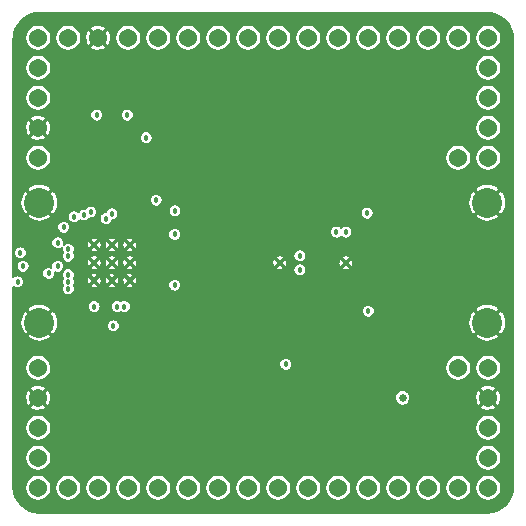
<source format=gbr>
%TF.GenerationSoftware,KiCad,Pcbnew,5.1.10-88a1d61d58~90~ubuntu20.04.1*%
%TF.CreationDate,2022-01-10T11:58:02-05:00*%
%TF.ProjectId,ta-comm-401,74612d63-6f6d-46d2-9d34-30312e6b6963,rev?*%
%TF.SameCoordinates,Original*%
%TF.FileFunction,Copper,L2,Inr*%
%TF.FilePolarity,Positive*%
%FSLAX46Y46*%
G04 Gerber Fmt 4.6, Leading zero omitted, Abs format (unit mm)*
G04 Created by KiCad (PCBNEW 5.1.10-88a1d61d58~90~ubuntu20.04.1) date 2022-01-10 11:58:02*
%MOMM*%
%LPD*%
G01*
G04 APERTURE LIST*
%TA.AperFunction,ComponentPad*%
%ADD10C,1.540000*%
%TD*%
%TA.AperFunction,ComponentPad*%
%ADD11C,2.540000*%
%TD*%
%TA.AperFunction,ComponentPad*%
%ADD12C,0.609600*%
%TD*%
%TA.AperFunction,ComponentPad*%
%ADD13C,0.675600*%
%TD*%
%TA.AperFunction,ViaPad*%
%ADD14C,0.457200*%
%TD*%
%TA.AperFunction,Conductor*%
%ADD15C,0.127000*%
%TD*%
%TA.AperFunction,Conductor*%
%ADD16C,0.100000*%
%TD*%
G04 APERTURE END LIST*
D10*
%TO.N,Net-(J6-Pad5)*%
%TO.C,J6*%
X174050000Y-124510000D03*
%TO.N,Net-(J6-Pad4)*%
X174050000Y-121970000D03*
%TO.N,GND*%
X174050000Y-119430000D03*
%TO.N,Net-(J6-Pad2)*%
X174050000Y-116890000D03*
%TO.N,Net-(J6-Pad1)*%
X171510000Y-116890000D03*
%TD*%
D11*
%TO.N,GND*%
%TO.C,J7*%
X173960000Y-113080000D03*
X136040000Y-113080000D03*
X173960000Y-102920000D03*
X136040000Y-102920000D03*
%TD*%
D10*
%TO.N,Net-(J5-Pad5)*%
%TO.C,J5*%
X174050000Y-91490000D03*
%TO.N,Net-(J5-Pad4)*%
X174050000Y-94030000D03*
%TO.N,Net-(J5-Pad3)*%
X174050000Y-96570000D03*
%TO.N,Net-(J5-Pad2)*%
X174050000Y-99110000D03*
%TO.N,Net-(J5-Pad1)*%
X171510000Y-99110000D03*
%TD*%
D12*
%TO.N,GND*%
%TO.C,IC1*%
X143700000Y-109500000D03*
X142200000Y-109500000D03*
X140700000Y-109500000D03*
X143700000Y-108000000D03*
X142200000Y-108000000D03*
X140700000Y-108000000D03*
X143700000Y-106500000D03*
X142200000Y-106500000D03*
X140700000Y-106500000D03*
%TD*%
%TO.N,GND*%
%TO.C,IC2*%
X156400000Y-108000000D03*
%TD*%
%TO.N,GND*%
%TO.C,IC3*%
X162000000Y-108000000D03*
%TD*%
D10*
%TO.N,/TX0*%
%TO.C,J1*%
X174050000Y-88950000D03*
%TO.N,/RX0*%
X171510000Y-88950000D03*
%TO.N,/CTS0*%
X168970000Y-88950000D03*
%TO.N,/RTS0*%
X166430000Y-88950000D03*
%TO.N,Net-(J1-Pad12)*%
X163890000Y-88950000D03*
%TO.N,Net-(J1-Pad11)*%
X161350000Y-88950000D03*
%TO.N,Net-(J1-Pad10)*%
X158810000Y-88950000D03*
%TO.N,Net-(J1-Pad9)*%
X156270000Y-88950000D03*
%TO.N,Net-(J1-Pad8)*%
X153730000Y-88950000D03*
%TO.N,Net-(J1-Pad7)*%
X151190000Y-88950000D03*
%TO.N,Net-(J1-Pad6)*%
X148650000Y-88950000D03*
%TO.N,Net-(J1-Pad5)*%
X146110000Y-88950000D03*
%TO.N,Net-(J1-Pad4)*%
X143570000Y-88950000D03*
%TO.N,GND*%
X141030000Y-88950000D03*
%TO.N,Net-(J1-Pad2)*%
X138490000Y-88950000D03*
%TO.N,Net-(J1-Pad1)*%
X135950000Y-88950000D03*
%TD*%
%TO.N,/TX1*%
%TO.C,J2*%
X174050000Y-127050000D03*
%TO.N,/RX1*%
X171510000Y-127050000D03*
%TO.N,/CTS1*%
X168970000Y-127050000D03*
%TO.N,/RTS1*%
X166430000Y-127050000D03*
%TO.N,Net-(J2-Pad12)*%
X163890000Y-127050000D03*
%TO.N,Net-(J2-Pad11)*%
X161350000Y-127050000D03*
%TO.N,Net-(J2-Pad10)*%
X158810000Y-127050000D03*
%TO.N,Net-(J2-Pad9)*%
X156270000Y-127050000D03*
%TO.N,Net-(J2-Pad8)*%
X153730000Y-127050000D03*
%TO.N,/NRST*%
X151190000Y-127050000D03*
%TO.N,Net-(J2-Pad6)*%
X148650000Y-127050000D03*
%TO.N,Net-(J2-Pad5)*%
X146110000Y-127050000D03*
%TO.N,Net-(J2-Pad4)*%
X143570000Y-127050000D03*
%TO.N,Net-(J2-Pad3)*%
X141030000Y-127050000D03*
%TO.N,Net-(J2-Pad2)*%
X138490000Y-127050000D03*
%TO.N,Net-(J2-Pad1)*%
X135950000Y-127050000D03*
%TD*%
%TO.N,VDD*%
%TO.C,J3*%
X135950000Y-99110000D03*
%TO.N,GND*%
X135950000Y-96570000D03*
%TO.N,/PDIO*%
X135950000Y-94030000D03*
%TO.N,/PCLK*%
X135950000Y-91490000D03*
%TD*%
%TO.N,Net-(J4-Pad4)*%
%TO.C,J4*%
X135950000Y-116890000D03*
%TO.N,GND*%
X135950000Y-119430000D03*
%TO.N,Net-(J4-Pad2)*%
X135950000Y-121970000D03*
%TO.N,Net-(J4-Pad1)*%
X135950000Y-124510000D03*
%TD*%
D13*
%TO.N,Net-(C26-Pad1)*%
%TO.C,J9*%
X166800000Y-119430000D03*
%TD*%
D14*
%TO.N,GND*%
X163000000Y-116000000D03*
X163000000Y-117780000D03*
X164400000Y-97200000D03*
X166800000Y-95000000D03*
X169200000Y-97200000D03*
X166200000Y-111700000D03*
X167800000Y-111700000D03*
X134680000Y-106300000D03*
X134680000Y-110200000D03*
X138550000Y-101650000D03*
X138550000Y-100800000D03*
X145800000Y-99900000D03*
X142650000Y-101300000D03*
X145950000Y-101300000D03*
X149900000Y-102400000D03*
X148870000Y-103600000D03*
X148900000Y-105600000D03*
X148900000Y-109900000D03*
X146700000Y-114650000D03*
X142320000Y-114670000D03*
X140800000Y-119450000D03*
X142600000Y-119450000D03*
X156900000Y-115200000D03*
X150700000Y-104800000D03*
X146700000Y-111000000D03*
X154700000Y-107400000D03*
X154700000Y-108600000D03*
X155800000Y-106300000D03*
X157000000Y-106300000D03*
X155800000Y-109700000D03*
X157000000Y-109700000D03*
X159400000Y-105400000D03*
X164600000Y-105400000D03*
X159400000Y-110600000D03*
X164600000Y-110600000D03*
X159400000Y-108000000D03*
X164600000Y-108000000D03*
X164600000Y-108800000D03*
X162000000Y-110600000D03*
X162800000Y-110600000D03*
X160100000Y-113500000D03*
X163900000Y-113500000D03*
X161000000Y-103800000D03*
%TO.N,/VDD_FILT*%
X137600000Y-108300000D03*
X136840000Y-108900000D03*
X140900000Y-95500000D03*
X143500000Y-95500000D03*
X145950000Y-102700000D03*
X147530000Y-103600000D03*
X147500000Y-105600000D03*
X147500000Y-109900000D03*
X142320000Y-113330000D03*
X156900000Y-116600000D03*
X158100000Y-107400000D03*
X163900000Y-112100000D03*
X163800000Y-103800000D03*
%TO.N,/RTS0*%
X139000000Y-104100000D03*
%TO.N,/RX0*%
X139850000Y-103950000D03*
%TO.N,/TX0*%
X140400000Y-103700000D03*
%TO.N,/TX_MODE*%
X161200000Y-105400000D03*
X141700000Y-104250000D03*
%TO.N,/RX_MODE*%
X142200000Y-103850000D03*
X158100000Y-108600000D03*
%TO.N,/PCLK*%
X143250000Y-111700000D03*
%TO.N,/PDIO*%
X142650000Y-111700000D03*
%TO.N,/RX1*%
X140700000Y-111700000D03*
%TO.N,/TX1*%
X138500000Y-110200000D03*
%TO.N,/RTS1*%
X138500000Y-109600000D03*
%TO.N,/CTS1*%
X138500000Y-109000000D03*
%TO.N,/RF_EN*%
X162000000Y-105400000D03*
X134680000Y-108300000D03*
X138500000Y-107450000D03*
%TO.N,/RF_BYP*%
X137600000Y-106300000D03*
X138500000Y-106850000D03*
%TO.N,/CTS0*%
X138100000Y-105000000D03*
%TO.N,/NRST*%
X134450000Y-107150000D03*
X134200000Y-109600000D03*
X145100000Y-97400000D03*
%TD*%
D15*
%TO.N,GND*%
X174386509Y-86885962D02*
X174796775Y-87009828D01*
X175175169Y-87211023D01*
X175507279Y-87481886D01*
X175780447Y-87812090D01*
X175984279Y-88189069D01*
X176111007Y-88598462D01*
X176157500Y-89040810D01*
X176157501Y-126943243D01*
X176114038Y-127386508D01*
X175990172Y-127796775D01*
X175788974Y-128175173D01*
X175518117Y-128507276D01*
X175187910Y-128780447D01*
X174810929Y-128984280D01*
X174401539Y-129111007D01*
X173959190Y-129157500D01*
X136056747Y-129157500D01*
X135613492Y-129114038D01*
X135203225Y-128990172D01*
X134824827Y-128788974D01*
X134492724Y-128518117D01*
X134219553Y-128187910D01*
X134015720Y-127810929D01*
X133888993Y-127401539D01*
X133842500Y-126959190D01*
X133842500Y-126942891D01*
X134862500Y-126942891D01*
X134862500Y-127157109D01*
X134904292Y-127367212D01*
X134986270Y-127565124D01*
X135105284Y-127743241D01*
X135256759Y-127894716D01*
X135434876Y-128013730D01*
X135632788Y-128095708D01*
X135842891Y-128137500D01*
X136057109Y-128137500D01*
X136267212Y-128095708D01*
X136465124Y-128013730D01*
X136643241Y-127894716D01*
X136794716Y-127743241D01*
X136913730Y-127565124D01*
X136995708Y-127367212D01*
X137037500Y-127157109D01*
X137037500Y-126942891D01*
X137402500Y-126942891D01*
X137402500Y-127157109D01*
X137444292Y-127367212D01*
X137526270Y-127565124D01*
X137645284Y-127743241D01*
X137796759Y-127894716D01*
X137974876Y-128013730D01*
X138172788Y-128095708D01*
X138382891Y-128137500D01*
X138597109Y-128137500D01*
X138807212Y-128095708D01*
X139005124Y-128013730D01*
X139183241Y-127894716D01*
X139334716Y-127743241D01*
X139453730Y-127565124D01*
X139535708Y-127367212D01*
X139577500Y-127157109D01*
X139577500Y-126942891D01*
X139942500Y-126942891D01*
X139942500Y-127157109D01*
X139984292Y-127367212D01*
X140066270Y-127565124D01*
X140185284Y-127743241D01*
X140336759Y-127894716D01*
X140514876Y-128013730D01*
X140712788Y-128095708D01*
X140922891Y-128137500D01*
X141137109Y-128137500D01*
X141347212Y-128095708D01*
X141545124Y-128013730D01*
X141723241Y-127894716D01*
X141874716Y-127743241D01*
X141993730Y-127565124D01*
X142075708Y-127367212D01*
X142117500Y-127157109D01*
X142117500Y-126942891D01*
X142482500Y-126942891D01*
X142482500Y-127157109D01*
X142524292Y-127367212D01*
X142606270Y-127565124D01*
X142725284Y-127743241D01*
X142876759Y-127894716D01*
X143054876Y-128013730D01*
X143252788Y-128095708D01*
X143462891Y-128137500D01*
X143677109Y-128137500D01*
X143887212Y-128095708D01*
X144085124Y-128013730D01*
X144263241Y-127894716D01*
X144414716Y-127743241D01*
X144533730Y-127565124D01*
X144615708Y-127367212D01*
X144657500Y-127157109D01*
X144657500Y-126942891D01*
X145022500Y-126942891D01*
X145022500Y-127157109D01*
X145064292Y-127367212D01*
X145146270Y-127565124D01*
X145265284Y-127743241D01*
X145416759Y-127894716D01*
X145594876Y-128013730D01*
X145792788Y-128095708D01*
X146002891Y-128137500D01*
X146217109Y-128137500D01*
X146427212Y-128095708D01*
X146625124Y-128013730D01*
X146803241Y-127894716D01*
X146954716Y-127743241D01*
X147073730Y-127565124D01*
X147155708Y-127367212D01*
X147197500Y-127157109D01*
X147197500Y-126942891D01*
X147562500Y-126942891D01*
X147562500Y-127157109D01*
X147604292Y-127367212D01*
X147686270Y-127565124D01*
X147805284Y-127743241D01*
X147956759Y-127894716D01*
X148134876Y-128013730D01*
X148332788Y-128095708D01*
X148542891Y-128137500D01*
X148757109Y-128137500D01*
X148967212Y-128095708D01*
X149165124Y-128013730D01*
X149343241Y-127894716D01*
X149494716Y-127743241D01*
X149613730Y-127565124D01*
X149695708Y-127367212D01*
X149737500Y-127157109D01*
X149737500Y-126942891D01*
X150102500Y-126942891D01*
X150102500Y-127157109D01*
X150144292Y-127367212D01*
X150226270Y-127565124D01*
X150345284Y-127743241D01*
X150496759Y-127894716D01*
X150674876Y-128013730D01*
X150872788Y-128095708D01*
X151082891Y-128137500D01*
X151297109Y-128137500D01*
X151507212Y-128095708D01*
X151705124Y-128013730D01*
X151883241Y-127894716D01*
X152034716Y-127743241D01*
X152153730Y-127565124D01*
X152235708Y-127367212D01*
X152277500Y-127157109D01*
X152277500Y-126942891D01*
X152642500Y-126942891D01*
X152642500Y-127157109D01*
X152684292Y-127367212D01*
X152766270Y-127565124D01*
X152885284Y-127743241D01*
X153036759Y-127894716D01*
X153214876Y-128013730D01*
X153412788Y-128095708D01*
X153622891Y-128137500D01*
X153837109Y-128137500D01*
X154047212Y-128095708D01*
X154245124Y-128013730D01*
X154423241Y-127894716D01*
X154574716Y-127743241D01*
X154693730Y-127565124D01*
X154775708Y-127367212D01*
X154817500Y-127157109D01*
X154817500Y-126942891D01*
X155182500Y-126942891D01*
X155182500Y-127157109D01*
X155224292Y-127367212D01*
X155306270Y-127565124D01*
X155425284Y-127743241D01*
X155576759Y-127894716D01*
X155754876Y-128013730D01*
X155952788Y-128095708D01*
X156162891Y-128137500D01*
X156377109Y-128137500D01*
X156587212Y-128095708D01*
X156785124Y-128013730D01*
X156963241Y-127894716D01*
X157114716Y-127743241D01*
X157233730Y-127565124D01*
X157315708Y-127367212D01*
X157357500Y-127157109D01*
X157357500Y-126942891D01*
X157722500Y-126942891D01*
X157722500Y-127157109D01*
X157764292Y-127367212D01*
X157846270Y-127565124D01*
X157965284Y-127743241D01*
X158116759Y-127894716D01*
X158294876Y-128013730D01*
X158492788Y-128095708D01*
X158702891Y-128137500D01*
X158917109Y-128137500D01*
X159127212Y-128095708D01*
X159325124Y-128013730D01*
X159503241Y-127894716D01*
X159654716Y-127743241D01*
X159773730Y-127565124D01*
X159855708Y-127367212D01*
X159897500Y-127157109D01*
X159897500Y-126942891D01*
X160262500Y-126942891D01*
X160262500Y-127157109D01*
X160304292Y-127367212D01*
X160386270Y-127565124D01*
X160505284Y-127743241D01*
X160656759Y-127894716D01*
X160834876Y-128013730D01*
X161032788Y-128095708D01*
X161242891Y-128137500D01*
X161457109Y-128137500D01*
X161667212Y-128095708D01*
X161865124Y-128013730D01*
X162043241Y-127894716D01*
X162194716Y-127743241D01*
X162313730Y-127565124D01*
X162395708Y-127367212D01*
X162437500Y-127157109D01*
X162437500Y-126942891D01*
X162802500Y-126942891D01*
X162802500Y-127157109D01*
X162844292Y-127367212D01*
X162926270Y-127565124D01*
X163045284Y-127743241D01*
X163196759Y-127894716D01*
X163374876Y-128013730D01*
X163572788Y-128095708D01*
X163782891Y-128137500D01*
X163997109Y-128137500D01*
X164207212Y-128095708D01*
X164405124Y-128013730D01*
X164583241Y-127894716D01*
X164734716Y-127743241D01*
X164853730Y-127565124D01*
X164935708Y-127367212D01*
X164977500Y-127157109D01*
X164977500Y-126942891D01*
X165342500Y-126942891D01*
X165342500Y-127157109D01*
X165384292Y-127367212D01*
X165466270Y-127565124D01*
X165585284Y-127743241D01*
X165736759Y-127894716D01*
X165914876Y-128013730D01*
X166112788Y-128095708D01*
X166322891Y-128137500D01*
X166537109Y-128137500D01*
X166747212Y-128095708D01*
X166945124Y-128013730D01*
X167123241Y-127894716D01*
X167274716Y-127743241D01*
X167393730Y-127565124D01*
X167475708Y-127367212D01*
X167517500Y-127157109D01*
X167517500Y-126942891D01*
X167882500Y-126942891D01*
X167882500Y-127157109D01*
X167924292Y-127367212D01*
X168006270Y-127565124D01*
X168125284Y-127743241D01*
X168276759Y-127894716D01*
X168454876Y-128013730D01*
X168652788Y-128095708D01*
X168862891Y-128137500D01*
X169077109Y-128137500D01*
X169287212Y-128095708D01*
X169485124Y-128013730D01*
X169663241Y-127894716D01*
X169814716Y-127743241D01*
X169933730Y-127565124D01*
X170015708Y-127367212D01*
X170057500Y-127157109D01*
X170057500Y-126942891D01*
X170422500Y-126942891D01*
X170422500Y-127157109D01*
X170464292Y-127367212D01*
X170546270Y-127565124D01*
X170665284Y-127743241D01*
X170816759Y-127894716D01*
X170994876Y-128013730D01*
X171192788Y-128095708D01*
X171402891Y-128137500D01*
X171617109Y-128137500D01*
X171827212Y-128095708D01*
X172025124Y-128013730D01*
X172203241Y-127894716D01*
X172354716Y-127743241D01*
X172473730Y-127565124D01*
X172555708Y-127367212D01*
X172597500Y-127157109D01*
X172597500Y-126942891D01*
X172962500Y-126942891D01*
X172962500Y-127157109D01*
X173004292Y-127367212D01*
X173086270Y-127565124D01*
X173205284Y-127743241D01*
X173356759Y-127894716D01*
X173534876Y-128013730D01*
X173732788Y-128095708D01*
X173942891Y-128137500D01*
X174157109Y-128137500D01*
X174367212Y-128095708D01*
X174565124Y-128013730D01*
X174743241Y-127894716D01*
X174894716Y-127743241D01*
X175013730Y-127565124D01*
X175095708Y-127367212D01*
X175137500Y-127157109D01*
X175137500Y-126942891D01*
X175095708Y-126732788D01*
X175013730Y-126534876D01*
X174894716Y-126356759D01*
X174743241Y-126205284D01*
X174565124Y-126086270D01*
X174367212Y-126004292D01*
X174157109Y-125962500D01*
X173942891Y-125962500D01*
X173732788Y-126004292D01*
X173534876Y-126086270D01*
X173356759Y-126205284D01*
X173205284Y-126356759D01*
X173086270Y-126534876D01*
X173004292Y-126732788D01*
X172962500Y-126942891D01*
X172597500Y-126942891D01*
X172555708Y-126732788D01*
X172473730Y-126534876D01*
X172354716Y-126356759D01*
X172203241Y-126205284D01*
X172025124Y-126086270D01*
X171827212Y-126004292D01*
X171617109Y-125962500D01*
X171402891Y-125962500D01*
X171192788Y-126004292D01*
X170994876Y-126086270D01*
X170816759Y-126205284D01*
X170665284Y-126356759D01*
X170546270Y-126534876D01*
X170464292Y-126732788D01*
X170422500Y-126942891D01*
X170057500Y-126942891D01*
X170015708Y-126732788D01*
X169933730Y-126534876D01*
X169814716Y-126356759D01*
X169663241Y-126205284D01*
X169485124Y-126086270D01*
X169287212Y-126004292D01*
X169077109Y-125962500D01*
X168862891Y-125962500D01*
X168652788Y-126004292D01*
X168454876Y-126086270D01*
X168276759Y-126205284D01*
X168125284Y-126356759D01*
X168006270Y-126534876D01*
X167924292Y-126732788D01*
X167882500Y-126942891D01*
X167517500Y-126942891D01*
X167475708Y-126732788D01*
X167393730Y-126534876D01*
X167274716Y-126356759D01*
X167123241Y-126205284D01*
X166945124Y-126086270D01*
X166747212Y-126004292D01*
X166537109Y-125962500D01*
X166322891Y-125962500D01*
X166112788Y-126004292D01*
X165914876Y-126086270D01*
X165736759Y-126205284D01*
X165585284Y-126356759D01*
X165466270Y-126534876D01*
X165384292Y-126732788D01*
X165342500Y-126942891D01*
X164977500Y-126942891D01*
X164935708Y-126732788D01*
X164853730Y-126534876D01*
X164734716Y-126356759D01*
X164583241Y-126205284D01*
X164405124Y-126086270D01*
X164207212Y-126004292D01*
X163997109Y-125962500D01*
X163782891Y-125962500D01*
X163572788Y-126004292D01*
X163374876Y-126086270D01*
X163196759Y-126205284D01*
X163045284Y-126356759D01*
X162926270Y-126534876D01*
X162844292Y-126732788D01*
X162802500Y-126942891D01*
X162437500Y-126942891D01*
X162395708Y-126732788D01*
X162313730Y-126534876D01*
X162194716Y-126356759D01*
X162043241Y-126205284D01*
X161865124Y-126086270D01*
X161667212Y-126004292D01*
X161457109Y-125962500D01*
X161242891Y-125962500D01*
X161032788Y-126004292D01*
X160834876Y-126086270D01*
X160656759Y-126205284D01*
X160505284Y-126356759D01*
X160386270Y-126534876D01*
X160304292Y-126732788D01*
X160262500Y-126942891D01*
X159897500Y-126942891D01*
X159855708Y-126732788D01*
X159773730Y-126534876D01*
X159654716Y-126356759D01*
X159503241Y-126205284D01*
X159325124Y-126086270D01*
X159127212Y-126004292D01*
X158917109Y-125962500D01*
X158702891Y-125962500D01*
X158492788Y-126004292D01*
X158294876Y-126086270D01*
X158116759Y-126205284D01*
X157965284Y-126356759D01*
X157846270Y-126534876D01*
X157764292Y-126732788D01*
X157722500Y-126942891D01*
X157357500Y-126942891D01*
X157315708Y-126732788D01*
X157233730Y-126534876D01*
X157114716Y-126356759D01*
X156963241Y-126205284D01*
X156785124Y-126086270D01*
X156587212Y-126004292D01*
X156377109Y-125962500D01*
X156162891Y-125962500D01*
X155952788Y-126004292D01*
X155754876Y-126086270D01*
X155576759Y-126205284D01*
X155425284Y-126356759D01*
X155306270Y-126534876D01*
X155224292Y-126732788D01*
X155182500Y-126942891D01*
X154817500Y-126942891D01*
X154775708Y-126732788D01*
X154693730Y-126534876D01*
X154574716Y-126356759D01*
X154423241Y-126205284D01*
X154245124Y-126086270D01*
X154047212Y-126004292D01*
X153837109Y-125962500D01*
X153622891Y-125962500D01*
X153412788Y-126004292D01*
X153214876Y-126086270D01*
X153036759Y-126205284D01*
X152885284Y-126356759D01*
X152766270Y-126534876D01*
X152684292Y-126732788D01*
X152642500Y-126942891D01*
X152277500Y-126942891D01*
X152235708Y-126732788D01*
X152153730Y-126534876D01*
X152034716Y-126356759D01*
X151883241Y-126205284D01*
X151705124Y-126086270D01*
X151507212Y-126004292D01*
X151297109Y-125962500D01*
X151082891Y-125962500D01*
X150872788Y-126004292D01*
X150674876Y-126086270D01*
X150496759Y-126205284D01*
X150345284Y-126356759D01*
X150226270Y-126534876D01*
X150144292Y-126732788D01*
X150102500Y-126942891D01*
X149737500Y-126942891D01*
X149695708Y-126732788D01*
X149613730Y-126534876D01*
X149494716Y-126356759D01*
X149343241Y-126205284D01*
X149165124Y-126086270D01*
X148967212Y-126004292D01*
X148757109Y-125962500D01*
X148542891Y-125962500D01*
X148332788Y-126004292D01*
X148134876Y-126086270D01*
X147956759Y-126205284D01*
X147805284Y-126356759D01*
X147686270Y-126534876D01*
X147604292Y-126732788D01*
X147562500Y-126942891D01*
X147197500Y-126942891D01*
X147155708Y-126732788D01*
X147073730Y-126534876D01*
X146954716Y-126356759D01*
X146803241Y-126205284D01*
X146625124Y-126086270D01*
X146427212Y-126004292D01*
X146217109Y-125962500D01*
X146002891Y-125962500D01*
X145792788Y-126004292D01*
X145594876Y-126086270D01*
X145416759Y-126205284D01*
X145265284Y-126356759D01*
X145146270Y-126534876D01*
X145064292Y-126732788D01*
X145022500Y-126942891D01*
X144657500Y-126942891D01*
X144615708Y-126732788D01*
X144533730Y-126534876D01*
X144414716Y-126356759D01*
X144263241Y-126205284D01*
X144085124Y-126086270D01*
X143887212Y-126004292D01*
X143677109Y-125962500D01*
X143462891Y-125962500D01*
X143252788Y-126004292D01*
X143054876Y-126086270D01*
X142876759Y-126205284D01*
X142725284Y-126356759D01*
X142606270Y-126534876D01*
X142524292Y-126732788D01*
X142482500Y-126942891D01*
X142117500Y-126942891D01*
X142075708Y-126732788D01*
X141993730Y-126534876D01*
X141874716Y-126356759D01*
X141723241Y-126205284D01*
X141545124Y-126086270D01*
X141347212Y-126004292D01*
X141137109Y-125962500D01*
X140922891Y-125962500D01*
X140712788Y-126004292D01*
X140514876Y-126086270D01*
X140336759Y-126205284D01*
X140185284Y-126356759D01*
X140066270Y-126534876D01*
X139984292Y-126732788D01*
X139942500Y-126942891D01*
X139577500Y-126942891D01*
X139535708Y-126732788D01*
X139453730Y-126534876D01*
X139334716Y-126356759D01*
X139183241Y-126205284D01*
X139005124Y-126086270D01*
X138807212Y-126004292D01*
X138597109Y-125962500D01*
X138382891Y-125962500D01*
X138172788Y-126004292D01*
X137974876Y-126086270D01*
X137796759Y-126205284D01*
X137645284Y-126356759D01*
X137526270Y-126534876D01*
X137444292Y-126732788D01*
X137402500Y-126942891D01*
X137037500Y-126942891D01*
X136995708Y-126732788D01*
X136913730Y-126534876D01*
X136794716Y-126356759D01*
X136643241Y-126205284D01*
X136465124Y-126086270D01*
X136267212Y-126004292D01*
X136057109Y-125962500D01*
X135842891Y-125962500D01*
X135632788Y-126004292D01*
X135434876Y-126086270D01*
X135256759Y-126205284D01*
X135105284Y-126356759D01*
X134986270Y-126534876D01*
X134904292Y-126732788D01*
X134862500Y-126942891D01*
X133842500Y-126942891D01*
X133842500Y-124402891D01*
X134862500Y-124402891D01*
X134862500Y-124617109D01*
X134904292Y-124827212D01*
X134986270Y-125025124D01*
X135105284Y-125203241D01*
X135256759Y-125354716D01*
X135434876Y-125473730D01*
X135632788Y-125555708D01*
X135842891Y-125597500D01*
X136057109Y-125597500D01*
X136267212Y-125555708D01*
X136465124Y-125473730D01*
X136643241Y-125354716D01*
X136794716Y-125203241D01*
X136913730Y-125025124D01*
X136995708Y-124827212D01*
X137037500Y-124617109D01*
X137037500Y-124402891D01*
X172962500Y-124402891D01*
X172962500Y-124617109D01*
X173004292Y-124827212D01*
X173086270Y-125025124D01*
X173205284Y-125203241D01*
X173356759Y-125354716D01*
X173534876Y-125473730D01*
X173732788Y-125555708D01*
X173942891Y-125597500D01*
X174157109Y-125597500D01*
X174367212Y-125555708D01*
X174565124Y-125473730D01*
X174743241Y-125354716D01*
X174894716Y-125203241D01*
X175013730Y-125025124D01*
X175095708Y-124827212D01*
X175137500Y-124617109D01*
X175137500Y-124402891D01*
X175095708Y-124192788D01*
X175013730Y-123994876D01*
X174894716Y-123816759D01*
X174743241Y-123665284D01*
X174565124Y-123546270D01*
X174367212Y-123464292D01*
X174157109Y-123422500D01*
X173942891Y-123422500D01*
X173732788Y-123464292D01*
X173534876Y-123546270D01*
X173356759Y-123665284D01*
X173205284Y-123816759D01*
X173086270Y-123994876D01*
X173004292Y-124192788D01*
X172962500Y-124402891D01*
X137037500Y-124402891D01*
X136995708Y-124192788D01*
X136913730Y-123994876D01*
X136794716Y-123816759D01*
X136643241Y-123665284D01*
X136465124Y-123546270D01*
X136267212Y-123464292D01*
X136057109Y-123422500D01*
X135842891Y-123422500D01*
X135632788Y-123464292D01*
X135434876Y-123546270D01*
X135256759Y-123665284D01*
X135105284Y-123816759D01*
X134986270Y-123994876D01*
X134904292Y-124192788D01*
X134862500Y-124402891D01*
X133842500Y-124402891D01*
X133842500Y-121862891D01*
X134862500Y-121862891D01*
X134862500Y-122077109D01*
X134904292Y-122287212D01*
X134986270Y-122485124D01*
X135105284Y-122663241D01*
X135256759Y-122814716D01*
X135434876Y-122933730D01*
X135632788Y-123015708D01*
X135842891Y-123057500D01*
X136057109Y-123057500D01*
X136267212Y-123015708D01*
X136465124Y-122933730D01*
X136643241Y-122814716D01*
X136794716Y-122663241D01*
X136913730Y-122485124D01*
X136995708Y-122287212D01*
X137037500Y-122077109D01*
X137037500Y-121862891D01*
X172962500Y-121862891D01*
X172962500Y-122077109D01*
X173004292Y-122287212D01*
X173086270Y-122485124D01*
X173205284Y-122663241D01*
X173356759Y-122814716D01*
X173534876Y-122933730D01*
X173732788Y-123015708D01*
X173942891Y-123057500D01*
X174157109Y-123057500D01*
X174367212Y-123015708D01*
X174565124Y-122933730D01*
X174743241Y-122814716D01*
X174894716Y-122663241D01*
X175013730Y-122485124D01*
X175095708Y-122287212D01*
X175137500Y-122077109D01*
X175137500Y-121862891D01*
X175095708Y-121652788D01*
X175013730Y-121454876D01*
X174894716Y-121276759D01*
X174743241Y-121125284D01*
X174565124Y-121006270D01*
X174367212Y-120924292D01*
X174157109Y-120882500D01*
X173942891Y-120882500D01*
X173732788Y-120924292D01*
X173534876Y-121006270D01*
X173356759Y-121125284D01*
X173205284Y-121276759D01*
X173086270Y-121454876D01*
X173004292Y-121652788D01*
X172962500Y-121862891D01*
X137037500Y-121862891D01*
X136995708Y-121652788D01*
X136913730Y-121454876D01*
X136794716Y-121276759D01*
X136643241Y-121125284D01*
X136465124Y-121006270D01*
X136267212Y-120924292D01*
X136057109Y-120882500D01*
X135842891Y-120882500D01*
X135632788Y-120924292D01*
X135434876Y-121006270D01*
X135256759Y-121125284D01*
X135105284Y-121276759D01*
X134986270Y-121454876D01*
X134904292Y-121652788D01*
X134862500Y-121862891D01*
X133842500Y-121862891D01*
X133842500Y-120190066D01*
X135279736Y-120190066D01*
X135360149Y-120349893D01*
X135550945Y-120447291D01*
X135757077Y-120505596D01*
X135970622Y-120522566D01*
X136183375Y-120497550D01*
X136387160Y-120431509D01*
X136539851Y-120349893D01*
X136620264Y-120190066D01*
X173379736Y-120190066D01*
X173460149Y-120349893D01*
X173650945Y-120447291D01*
X173857077Y-120505596D01*
X174070622Y-120522566D01*
X174283375Y-120497550D01*
X174487160Y-120431509D01*
X174639851Y-120349893D01*
X174720264Y-120190066D01*
X174050000Y-119519803D01*
X173379736Y-120190066D01*
X136620264Y-120190066D01*
X135950000Y-119519803D01*
X135279736Y-120190066D01*
X133842500Y-120190066D01*
X133842500Y-119450622D01*
X134857434Y-119450622D01*
X134882450Y-119663375D01*
X134948491Y-119867160D01*
X135030107Y-120019851D01*
X135189934Y-120100264D01*
X135860197Y-119430000D01*
X136039803Y-119430000D01*
X136710066Y-120100264D01*
X136869893Y-120019851D01*
X136967291Y-119829055D01*
X137025596Y-119622923D01*
X137042566Y-119409378D01*
X137037402Y-119365459D01*
X166144700Y-119365459D01*
X166144700Y-119494541D01*
X166169883Y-119621144D01*
X166219280Y-119740401D01*
X166290995Y-119847730D01*
X166382270Y-119939005D01*
X166489599Y-120010720D01*
X166608856Y-120060117D01*
X166735459Y-120085300D01*
X166864541Y-120085300D01*
X166991144Y-120060117D01*
X167110401Y-120010720D01*
X167217730Y-119939005D01*
X167309005Y-119847730D01*
X167380720Y-119740401D01*
X167430117Y-119621144D01*
X167455300Y-119494541D01*
X167455300Y-119450622D01*
X172957434Y-119450622D01*
X172982450Y-119663375D01*
X173048491Y-119867160D01*
X173130107Y-120019851D01*
X173289934Y-120100264D01*
X173960197Y-119430000D01*
X174139803Y-119430000D01*
X174810066Y-120100264D01*
X174969893Y-120019851D01*
X175067291Y-119829055D01*
X175125596Y-119622923D01*
X175142566Y-119409378D01*
X175117550Y-119196625D01*
X175051509Y-118992840D01*
X174969893Y-118840149D01*
X174810066Y-118759736D01*
X174139803Y-119430000D01*
X173960197Y-119430000D01*
X173289934Y-118759736D01*
X173130107Y-118840149D01*
X173032709Y-119030945D01*
X172974404Y-119237077D01*
X172957434Y-119450622D01*
X167455300Y-119450622D01*
X167455300Y-119365459D01*
X167430117Y-119238856D01*
X167380720Y-119119599D01*
X167309005Y-119012270D01*
X167217730Y-118920995D01*
X167110401Y-118849280D01*
X166991144Y-118799883D01*
X166864541Y-118774700D01*
X166735459Y-118774700D01*
X166608856Y-118799883D01*
X166489599Y-118849280D01*
X166382270Y-118920995D01*
X166290995Y-119012270D01*
X166219280Y-119119599D01*
X166169883Y-119238856D01*
X166144700Y-119365459D01*
X137037402Y-119365459D01*
X137017550Y-119196625D01*
X136951509Y-118992840D01*
X136869893Y-118840149D01*
X136710066Y-118759736D01*
X136039803Y-119430000D01*
X135860197Y-119430000D01*
X135189934Y-118759736D01*
X135030107Y-118840149D01*
X134932709Y-119030945D01*
X134874404Y-119237077D01*
X134857434Y-119450622D01*
X133842500Y-119450622D01*
X133842500Y-118669934D01*
X135279736Y-118669934D01*
X135950000Y-119340197D01*
X136620264Y-118669934D01*
X173379736Y-118669934D01*
X174050000Y-119340197D01*
X174720264Y-118669934D01*
X174639851Y-118510107D01*
X174449055Y-118412709D01*
X174242923Y-118354404D01*
X174029378Y-118337434D01*
X173816625Y-118362450D01*
X173612840Y-118428491D01*
X173460149Y-118510107D01*
X173379736Y-118669934D01*
X136620264Y-118669934D01*
X136539851Y-118510107D01*
X136349055Y-118412709D01*
X136142923Y-118354404D01*
X135929378Y-118337434D01*
X135716625Y-118362450D01*
X135512840Y-118428491D01*
X135360149Y-118510107D01*
X135279736Y-118669934D01*
X133842500Y-118669934D01*
X133842500Y-116782891D01*
X134862500Y-116782891D01*
X134862500Y-116997109D01*
X134904292Y-117207212D01*
X134986270Y-117405124D01*
X135105284Y-117583241D01*
X135256759Y-117734716D01*
X135434876Y-117853730D01*
X135632788Y-117935708D01*
X135842891Y-117977500D01*
X136057109Y-117977500D01*
X136267212Y-117935708D01*
X136465124Y-117853730D01*
X136643241Y-117734716D01*
X136794716Y-117583241D01*
X136913730Y-117405124D01*
X136995708Y-117207212D01*
X137037500Y-116997109D01*
X137037500Y-116782891D01*
X136995708Y-116572788D01*
X136984701Y-116546214D01*
X156353900Y-116546214D01*
X156353900Y-116653786D01*
X156374887Y-116759291D01*
X156416053Y-116858675D01*
X156475817Y-116948118D01*
X156551882Y-117024183D01*
X156641325Y-117083947D01*
X156740709Y-117125113D01*
X156846214Y-117146100D01*
X156953786Y-117146100D01*
X157059291Y-117125113D01*
X157158675Y-117083947D01*
X157248118Y-117024183D01*
X157324183Y-116948118D01*
X157383947Y-116858675D01*
X157415337Y-116782891D01*
X170422500Y-116782891D01*
X170422500Y-116997109D01*
X170464292Y-117207212D01*
X170546270Y-117405124D01*
X170665284Y-117583241D01*
X170816759Y-117734716D01*
X170994876Y-117853730D01*
X171192788Y-117935708D01*
X171402891Y-117977500D01*
X171617109Y-117977500D01*
X171827212Y-117935708D01*
X172025124Y-117853730D01*
X172203241Y-117734716D01*
X172354716Y-117583241D01*
X172473730Y-117405124D01*
X172555708Y-117207212D01*
X172597500Y-116997109D01*
X172597500Y-116782891D01*
X172962500Y-116782891D01*
X172962500Y-116997109D01*
X173004292Y-117207212D01*
X173086270Y-117405124D01*
X173205284Y-117583241D01*
X173356759Y-117734716D01*
X173534876Y-117853730D01*
X173732788Y-117935708D01*
X173942891Y-117977500D01*
X174157109Y-117977500D01*
X174367212Y-117935708D01*
X174565124Y-117853730D01*
X174743241Y-117734716D01*
X174894716Y-117583241D01*
X175013730Y-117405124D01*
X175095708Y-117207212D01*
X175137500Y-116997109D01*
X175137500Y-116782891D01*
X175095708Y-116572788D01*
X175013730Y-116374876D01*
X174894716Y-116196759D01*
X174743241Y-116045284D01*
X174565124Y-115926270D01*
X174367212Y-115844292D01*
X174157109Y-115802500D01*
X173942891Y-115802500D01*
X173732788Y-115844292D01*
X173534876Y-115926270D01*
X173356759Y-116045284D01*
X173205284Y-116196759D01*
X173086270Y-116374876D01*
X173004292Y-116572788D01*
X172962500Y-116782891D01*
X172597500Y-116782891D01*
X172555708Y-116572788D01*
X172473730Y-116374876D01*
X172354716Y-116196759D01*
X172203241Y-116045284D01*
X172025124Y-115926270D01*
X171827212Y-115844292D01*
X171617109Y-115802500D01*
X171402891Y-115802500D01*
X171192788Y-115844292D01*
X170994876Y-115926270D01*
X170816759Y-116045284D01*
X170665284Y-116196759D01*
X170546270Y-116374876D01*
X170464292Y-116572788D01*
X170422500Y-116782891D01*
X157415337Y-116782891D01*
X157425113Y-116759291D01*
X157446100Y-116653786D01*
X157446100Y-116546214D01*
X157425113Y-116440709D01*
X157383947Y-116341325D01*
X157324183Y-116251882D01*
X157248118Y-116175817D01*
X157158675Y-116116053D01*
X157059291Y-116074887D01*
X156953786Y-116053900D01*
X156846214Y-116053900D01*
X156740709Y-116074887D01*
X156641325Y-116116053D01*
X156551882Y-116175817D01*
X156475817Y-116251882D01*
X156416053Y-116341325D01*
X156374887Y-116440709D01*
X156353900Y-116546214D01*
X136984701Y-116546214D01*
X136913730Y-116374876D01*
X136794716Y-116196759D01*
X136643241Y-116045284D01*
X136465124Y-115926270D01*
X136267212Y-115844292D01*
X136057109Y-115802500D01*
X135842891Y-115802500D01*
X135632788Y-115844292D01*
X135434876Y-115926270D01*
X135256759Y-116045284D01*
X135105284Y-116196759D01*
X134986270Y-116374876D01*
X134904292Y-116572788D01*
X134862500Y-116782891D01*
X133842500Y-116782891D01*
X133842500Y-114195797D01*
X135014006Y-114195797D01*
X135154492Y-114406831D01*
X135430358Y-114554090D01*
X135729653Y-114644701D01*
X136040875Y-114675181D01*
X136352062Y-114644360D01*
X136651258Y-114553420D01*
X136925508Y-114406831D01*
X137065994Y-114195797D01*
X172934006Y-114195797D01*
X173074492Y-114406831D01*
X173350358Y-114554090D01*
X173649653Y-114644701D01*
X173960875Y-114675181D01*
X174272062Y-114644360D01*
X174571258Y-114553420D01*
X174845508Y-114406831D01*
X174985994Y-114195797D01*
X173960000Y-113169803D01*
X172934006Y-114195797D01*
X137065994Y-114195797D01*
X136040000Y-113169803D01*
X135014006Y-114195797D01*
X133842500Y-114195797D01*
X133842500Y-113080875D01*
X134444819Y-113080875D01*
X134475640Y-113392062D01*
X134566580Y-113691258D01*
X134713169Y-113965508D01*
X134924203Y-114105994D01*
X135950197Y-113080000D01*
X136129803Y-113080000D01*
X137155797Y-114105994D01*
X137366831Y-113965508D01*
X137514090Y-113689642D01*
X137604701Y-113390347D01*
X137615878Y-113276214D01*
X141773900Y-113276214D01*
X141773900Y-113383786D01*
X141794887Y-113489291D01*
X141836053Y-113588675D01*
X141895817Y-113678118D01*
X141971882Y-113754183D01*
X142061325Y-113813947D01*
X142160709Y-113855113D01*
X142266214Y-113876100D01*
X142373786Y-113876100D01*
X142479291Y-113855113D01*
X142578675Y-113813947D01*
X142668118Y-113754183D01*
X142744183Y-113678118D01*
X142803947Y-113588675D01*
X142845113Y-113489291D01*
X142866100Y-113383786D01*
X142866100Y-113276214D01*
X142845113Y-113170709D01*
X142807903Y-113080875D01*
X172364819Y-113080875D01*
X172395640Y-113392062D01*
X172486580Y-113691258D01*
X172633169Y-113965508D01*
X172844203Y-114105994D01*
X173870197Y-113080000D01*
X174049803Y-113080000D01*
X175075797Y-114105994D01*
X175286831Y-113965508D01*
X175434090Y-113689642D01*
X175524701Y-113390347D01*
X175555181Y-113079125D01*
X175524360Y-112767938D01*
X175433420Y-112468742D01*
X175286831Y-112194492D01*
X175075797Y-112054006D01*
X174049803Y-113080000D01*
X173870197Y-113080000D01*
X172844203Y-112054006D01*
X172633169Y-112194492D01*
X172485910Y-112470358D01*
X172395299Y-112769653D01*
X172364819Y-113080875D01*
X142807903Y-113080875D01*
X142803947Y-113071325D01*
X142744183Y-112981882D01*
X142668118Y-112905817D01*
X142578675Y-112846053D01*
X142479291Y-112804887D01*
X142373786Y-112783900D01*
X142266214Y-112783900D01*
X142160709Y-112804887D01*
X142061325Y-112846053D01*
X141971882Y-112905817D01*
X141895817Y-112981882D01*
X141836053Y-113071325D01*
X141794887Y-113170709D01*
X141773900Y-113276214D01*
X137615878Y-113276214D01*
X137635181Y-113079125D01*
X137604360Y-112767938D01*
X137513420Y-112468742D01*
X137366831Y-112194492D01*
X137155797Y-112054006D01*
X136129803Y-113080000D01*
X135950197Y-113080000D01*
X134924203Y-112054006D01*
X134713169Y-112194492D01*
X134565910Y-112470358D01*
X134475299Y-112769653D01*
X134444819Y-113080875D01*
X133842500Y-113080875D01*
X133842500Y-111964203D01*
X135014006Y-111964203D01*
X136040000Y-112990197D01*
X137065994Y-111964203D01*
X136925508Y-111753169D01*
X136725146Y-111646214D01*
X140153900Y-111646214D01*
X140153900Y-111753786D01*
X140174887Y-111859291D01*
X140216053Y-111958675D01*
X140275817Y-112048118D01*
X140351882Y-112124183D01*
X140441325Y-112183947D01*
X140540709Y-112225113D01*
X140646214Y-112246100D01*
X140753786Y-112246100D01*
X140859291Y-112225113D01*
X140958675Y-112183947D01*
X141048118Y-112124183D01*
X141124183Y-112048118D01*
X141183947Y-111958675D01*
X141225113Y-111859291D01*
X141246100Y-111753786D01*
X141246100Y-111646214D01*
X142103900Y-111646214D01*
X142103900Y-111753786D01*
X142124887Y-111859291D01*
X142166053Y-111958675D01*
X142225817Y-112048118D01*
X142301882Y-112124183D01*
X142391325Y-112183947D01*
X142490709Y-112225113D01*
X142596214Y-112246100D01*
X142703786Y-112246100D01*
X142809291Y-112225113D01*
X142908675Y-112183947D01*
X142950000Y-112156334D01*
X142991325Y-112183947D01*
X143090709Y-112225113D01*
X143196214Y-112246100D01*
X143303786Y-112246100D01*
X143409291Y-112225113D01*
X143508675Y-112183947D01*
X143598118Y-112124183D01*
X143674183Y-112048118D01*
X143675455Y-112046214D01*
X163353900Y-112046214D01*
X163353900Y-112153786D01*
X163374887Y-112259291D01*
X163416053Y-112358675D01*
X163475817Y-112448118D01*
X163551882Y-112524183D01*
X163641325Y-112583947D01*
X163740709Y-112625113D01*
X163846214Y-112646100D01*
X163953786Y-112646100D01*
X164059291Y-112625113D01*
X164158675Y-112583947D01*
X164248118Y-112524183D01*
X164324183Y-112448118D01*
X164383947Y-112358675D01*
X164425113Y-112259291D01*
X164446100Y-112153786D01*
X164446100Y-112046214D01*
X164429787Y-111964203D01*
X172934006Y-111964203D01*
X173960000Y-112990197D01*
X174985994Y-111964203D01*
X174845508Y-111753169D01*
X174569642Y-111605910D01*
X174270347Y-111515299D01*
X173959125Y-111484819D01*
X173647938Y-111515640D01*
X173348742Y-111606580D01*
X173074492Y-111753169D01*
X172934006Y-111964203D01*
X164429787Y-111964203D01*
X164425113Y-111940709D01*
X164383947Y-111841325D01*
X164324183Y-111751882D01*
X164248118Y-111675817D01*
X164158675Y-111616053D01*
X164059291Y-111574887D01*
X163953786Y-111553900D01*
X163846214Y-111553900D01*
X163740709Y-111574887D01*
X163641325Y-111616053D01*
X163551882Y-111675817D01*
X163475817Y-111751882D01*
X163416053Y-111841325D01*
X163374887Y-111940709D01*
X163353900Y-112046214D01*
X143675455Y-112046214D01*
X143733947Y-111958675D01*
X143775113Y-111859291D01*
X143796100Y-111753786D01*
X143796100Y-111646214D01*
X143775113Y-111540709D01*
X143733947Y-111441325D01*
X143674183Y-111351882D01*
X143598118Y-111275817D01*
X143508675Y-111216053D01*
X143409291Y-111174887D01*
X143303786Y-111153900D01*
X143196214Y-111153900D01*
X143090709Y-111174887D01*
X142991325Y-111216053D01*
X142950000Y-111243666D01*
X142908675Y-111216053D01*
X142809291Y-111174887D01*
X142703786Y-111153900D01*
X142596214Y-111153900D01*
X142490709Y-111174887D01*
X142391325Y-111216053D01*
X142301882Y-111275817D01*
X142225817Y-111351882D01*
X142166053Y-111441325D01*
X142124887Y-111540709D01*
X142103900Y-111646214D01*
X141246100Y-111646214D01*
X141225113Y-111540709D01*
X141183947Y-111441325D01*
X141124183Y-111351882D01*
X141048118Y-111275817D01*
X140958675Y-111216053D01*
X140859291Y-111174887D01*
X140753786Y-111153900D01*
X140646214Y-111153900D01*
X140540709Y-111174887D01*
X140441325Y-111216053D01*
X140351882Y-111275817D01*
X140275817Y-111351882D01*
X140216053Y-111441325D01*
X140174887Y-111540709D01*
X140153900Y-111646214D01*
X136725146Y-111646214D01*
X136649642Y-111605910D01*
X136350347Y-111515299D01*
X136039125Y-111484819D01*
X135727938Y-111515640D01*
X135428742Y-111606580D01*
X135154492Y-111753169D01*
X135014006Y-111964203D01*
X133842500Y-111964203D01*
X133842500Y-110014801D01*
X133851882Y-110024183D01*
X133941325Y-110083947D01*
X134040709Y-110125113D01*
X134146214Y-110146100D01*
X134253786Y-110146100D01*
X134359291Y-110125113D01*
X134458675Y-110083947D01*
X134548118Y-110024183D01*
X134624183Y-109948118D01*
X134683947Y-109858675D01*
X134725113Y-109759291D01*
X134746100Y-109653786D01*
X134746100Y-109546214D01*
X134725113Y-109440709D01*
X134683947Y-109341325D01*
X134624183Y-109251882D01*
X134548118Y-109175817D01*
X134458675Y-109116053D01*
X134359291Y-109074887D01*
X134253786Y-109053900D01*
X134146214Y-109053900D01*
X134040709Y-109074887D01*
X133941325Y-109116053D01*
X133851882Y-109175817D01*
X133842500Y-109185199D01*
X133842500Y-108846214D01*
X136293900Y-108846214D01*
X136293900Y-108953786D01*
X136314887Y-109059291D01*
X136356053Y-109158675D01*
X136415817Y-109248118D01*
X136491882Y-109324183D01*
X136581325Y-109383947D01*
X136680709Y-109425113D01*
X136786214Y-109446100D01*
X136893786Y-109446100D01*
X136999291Y-109425113D01*
X137098675Y-109383947D01*
X137188118Y-109324183D01*
X137264183Y-109248118D01*
X137323947Y-109158675D01*
X137365113Y-109059291D01*
X137386100Y-108953786D01*
X137386100Y-108946214D01*
X137953900Y-108946214D01*
X137953900Y-109053786D01*
X137974887Y-109159291D01*
X138016053Y-109258675D01*
X138043666Y-109300000D01*
X138016053Y-109341325D01*
X137974887Y-109440709D01*
X137953900Y-109546214D01*
X137953900Y-109653786D01*
X137974887Y-109759291D01*
X138016053Y-109858675D01*
X138043666Y-109900000D01*
X138016053Y-109941325D01*
X137974887Y-110040709D01*
X137953900Y-110146214D01*
X137953900Y-110253786D01*
X137974887Y-110359291D01*
X138016053Y-110458675D01*
X138075817Y-110548118D01*
X138151882Y-110624183D01*
X138241325Y-110683947D01*
X138340709Y-110725113D01*
X138446214Y-110746100D01*
X138553786Y-110746100D01*
X138659291Y-110725113D01*
X138758675Y-110683947D01*
X138848118Y-110624183D01*
X138924183Y-110548118D01*
X138983947Y-110458675D01*
X139025113Y-110359291D01*
X139046100Y-110253786D01*
X139046100Y-110146214D01*
X139025113Y-110040709D01*
X138983947Y-109941325D01*
X138975255Y-109928316D01*
X140361487Y-109928316D01*
X140385724Y-110040597D01*
X140497228Y-110091521D01*
X140616525Y-110119714D01*
X140739029Y-110124092D01*
X140860033Y-110104486D01*
X140974888Y-110061651D01*
X141014276Y-110040597D01*
X141038513Y-109928316D01*
X141861487Y-109928316D01*
X141885724Y-110040597D01*
X141997228Y-110091521D01*
X142116525Y-110119714D01*
X142239029Y-110124092D01*
X142360033Y-110104486D01*
X142474888Y-110061651D01*
X142514276Y-110040597D01*
X142538513Y-109928316D01*
X143361487Y-109928316D01*
X143385724Y-110040597D01*
X143497228Y-110091521D01*
X143616525Y-110119714D01*
X143739029Y-110124092D01*
X143860033Y-110104486D01*
X143974888Y-110061651D01*
X144014276Y-110040597D01*
X144038513Y-109928316D01*
X143956411Y-109846214D01*
X146953900Y-109846214D01*
X146953900Y-109953786D01*
X146974887Y-110059291D01*
X147016053Y-110158675D01*
X147075817Y-110248118D01*
X147151882Y-110324183D01*
X147241325Y-110383947D01*
X147340709Y-110425113D01*
X147446214Y-110446100D01*
X147553786Y-110446100D01*
X147659291Y-110425113D01*
X147758675Y-110383947D01*
X147848118Y-110324183D01*
X147924183Y-110248118D01*
X147983947Y-110158675D01*
X148025113Y-110059291D01*
X148046100Y-109953786D01*
X148046100Y-109846214D01*
X148025113Y-109740709D01*
X147983947Y-109641325D01*
X147924183Y-109551882D01*
X147848118Y-109475817D01*
X147758675Y-109416053D01*
X147659291Y-109374887D01*
X147553786Y-109353900D01*
X147446214Y-109353900D01*
X147340709Y-109374887D01*
X147241325Y-109416053D01*
X147151882Y-109475817D01*
X147075817Y-109551882D01*
X147016053Y-109641325D01*
X146974887Y-109740709D01*
X146953900Y-109846214D01*
X143956411Y-109846214D01*
X143700000Y-109589803D01*
X143361487Y-109928316D01*
X142538513Y-109928316D01*
X142200000Y-109589803D01*
X141861487Y-109928316D01*
X141038513Y-109928316D01*
X140700000Y-109589803D01*
X140361487Y-109928316D01*
X138975255Y-109928316D01*
X138956334Y-109900000D01*
X138983947Y-109858675D01*
X139025113Y-109759291D01*
X139046100Y-109653786D01*
X139046100Y-109546214D01*
X139044671Y-109539029D01*
X140075908Y-109539029D01*
X140095514Y-109660033D01*
X140138349Y-109774888D01*
X140159403Y-109814276D01*
X140271684Y-109838513D01*
X140610197Y-109500000D01*
X140789803Y-109500000D01*
X141128316Y-109838513D01*
X141240597Y-109814276D01*
X141291521Y-109702772D01*
X141319714Y-109583475D01*
X141321302Y-109539029D01*
X141575908Y-109539029D01*
X141595514Y-109660033D01*
X141638349Y-109774888D01*
X141659403Y-109814276D01*
X141771684Y-109838513D01*
X142110197Y-109500000D01*
X142289803Y-109500000D01*
X142628316Y-109838513D01*
X142740597Y-109814276D01*
X142791521Y-109702772D01*
X142819714Y-109583475D01*
X142821302Y-109539029D01*
X143075908Y-109539029D01*
X143095514Y-109660033D01*
X143138349Y-109774888D01*
X143159403Y-109814276D01*
X143271684Y-109838513D01*
X143610197Y-109500000D01*
X143789803Y-109500000D01*
X144128316Y-109838513D01*
X144240597Y-109814276D01*
X144291521Y-109702772D01*
X144319714Y-109583475D01*
X144324092Y-109460971D01*
X144304486Y-109339967D01*
X144261651Y-109225112D01*
X144240597Y-109185724D01*
X144128316Y-109161487D01*
X143789803Y-109500000D01*
X143610197Y-109500000D01*
X143271684Y-109161487D01*
X143159403Y-109185724D01*
X143108479Y-109297228D01*
X143080286Y-109416525D01*
X143075908Y-109539029D01*
X142821302Y-109539029D01*
X142824092Y-109460971D01*
X142804486Y-109339967D01*
X142761651Y-109225112D01*
X142740597Y-109185724D01*
X142628316Y-109161487D01*
X142289803Y-109500000D01*
X142110197Y-109500000D01*
X141771684Y-109161487D01*
X141659403Y-109185724D01*
X141608479Y-109297228D01*
X141580286Y-109416525D01*
X141575908Y-109539029D01*
X141321302Y-109539029D01*
X141324092Y-109460971D01*
X141304486Y-109339967D01*
X141261651Y-109225112D01*
X141240597Y-109185724D01*
X141128316Y-109161487D01*
X140789803Y-109500000D01*
X140610197Y-109500000D01*
X140271684Y-109161487D01*
X140159403Y-109185724D01*
X140108479Y-109297228D01*
X140080286Y-109416525D01*
X140075908Y-109539029D01*
X139044671Y-109539029D01*
X139025113Y-109440709D01*
X138983947Y-109341325D01*
X138956334Y-109300000D01*
X138983947Y-109258675D01*
X139025113Y-109159291D01*
X139042539Y-109071684D01*
X140361487Y-109071684D01*
X140700000Y-109410197D01*
X141038513Y-109071684D01*
X141861487Y-109071684D01*
X142200000Y-109410197D01*
X142538513Y-109071684D01*
X143361487Y-109071684D01*
X143700000Y-109410197D01*
X144038513Y-109071684D01*
X144014276Y-108959403D01*
X143902772Y-108908479D01*
X143783475Y-108880286D01*
X143660971Y-108875908D01*
X143539967Y-108895514D01*
X143425112Y-108938349D01*
X143385724Y-108959403D01*
X143361487Y-109071684D01*
X142538513Y-109071684D01*
X142514276Y-108959403D01*
X142402772Y-108908479D01*
X142283475Y-108880286D01*
X142160971Y-108875908D01*
X142039967Y-108895514D01*
X141925112Y-108938349D01*
X141885724Y-108959403D01*
X141861487Y-109071684D01*
X141038513Y-109071684D01*
X141014276Y-108959403D01*
X140902772Y-108908479D01*
X140783475Y-108880286D01*
X140660971Y-108875908D01*
X140539967Y-108895514D01*
X140425112Y-108938349D01*
X140385724Y-108959403D01*
X140361487Y-109071684D01*
X139042539Y-109071684D01*
X139046100Y-109053786D01*
X139046100Y-108946214D01*
X139025113Y-108840709D01*
X138983947Y-108741325D01*
X138924183Y-108651882D01*
X138848118Y-108575817D01*
X138758675Y-108516053D01*
X138659291Y-108474887D01*
X138553786Y-108453900D01*
X138446214Y-108453900D01*
X138340709Y-108474887D01*
X138241325Y-108516053D01*
X138151882Y-108575817D01*
X138075817Y-108651882D01*
X138016053Y-108741325D01*
X137974887Y-108840709D01*
X137953900Y-108946214D01*
X137386100Y-108946214D01*
X137386100Y-108846214D01*
X137376622Y-108798568D01*
X137440709Y-108825113D01*
X137546214Y-108846100D01*
X137653786Y-108846100D01*
X137759291Y-108825113D01*
X137858675Y-108783947D01*
X137948118Y-108724183D01*
X138024183Y-108648118D01*
X138083947Y-108558675D01*
X138125113Y-108459291D01*
X138131274Y-108428316D01*
X140361487Y-108428316D01*
X140385724Y-108540597D01*
X140497228Y-108591521D01*
X140616525Y-108619714D01*
X140739029Y-108624092D01*
X140860033Y-108604486D01*
X140974888Y-108561651D01*
X141014276Y-108540597D01*
X141038513Y-108428316D01*
X141861487Y-108428316D01*
X141885724Y-108540597D01*
X141997228Y-108591521D01*
X142116525Y-108619714D01*
X142239029Y-108624092D01*
X142360033Y-108604486D01*
X142474888Y-108561651D01*
X142514276Y-108540597D01*
X142538513Y-108428316D01*
X143361487Y-108428316D01*
X143385724Y-108540597D01*
X143497228Y-108591521D01*
X143616525Y-108619714D01*
X143739029Y-108624092D01*
X143860033Y-108604486D01*
X143974888Y-108561651D01*
X144014276Y-108540597D01*
X144038513Y-108428316D01*
X156061487Y-108428316D01*
X156085724Y-108540597D01*
X156197228Y-108591521D01*
X156316525Y-108619714D01*
X156439029Y-108624092D01*
X156560033Y-108604486D01*
X156674888Y-108561651D01*
X156703767Y-108546214D01*
X157553900Y-108546214D01*
X157553900Y-108653786D01*
X157574887Y-108759291D01*
X157616053Y-108858675D01*
X157675817Y-108948118D01*
X157751882Y-109024183D01*
X157841325Y-109083947D01*
X157940709Y-109125113D01*
X158046214Y-109146100D01*
X158153786Y-109146100D01*
X158259291Y-109125113D01*
X158358675Y-109083947D01*
X158448118Y-109024183D01*
X158524183Y-108948118D01*
X158583947Y-108858675D01*
X158625113Y-108759291D01*
X158646100Y-108653786D01*
X158646100Y-108546214D01*
X158625113Y-108440709D01*
X158619980Y-108428316D01*
X161661487Y-108428316D01*
X161685724Y-108540597D01*
X161797228Y-108591521D01*
X161916525Y-108619714D01*
X162039029Y-108624092D01*
X162160033Y-108604486D01*
X162274888Y-108561651D01*
X162314276Y-108540597D01*
X162338513Y-108428316D01*
X162000000Y-108089803D01*
X161661487Y-108428316D01*
X158619980Y-108428316D01*
X158583947Y-108341325D01*
X158524183Y-108251882D01*
X158448118Y-108175817D01*
X158358675Y-108116053D01*
X158259291Y-108074887D01*
X158153786Y-108053900D01*
X158046214Y-108053900D01*
X157940709Y-108074887D01*
X157841325Y-108116053D01*
X157751882Y-108175817D01*
X157675817Y-108251882D01*
X157616053Y-108341325D01*
X157574887Y-108440709D01*
X157553900Y-108546214D01*
X156703767Y-108546214D01*
X156714276Y-108540597D01*
X156738513Y-108428316D01*
X156400000Y-108089803D01*
X156061487Y-108428316D01*
X144038513Y-108428316D01*
X143700000Y-108089803D01*
X143361487Y-108428316D01*
X142538513Y-108428316D01*
X142200000Y-108089803D01*
X141861487Y-108428316D01*
X141038513Y-108428316D01*
X140700000Y-108089803D01*
X140361487Y-108428316D01*
X138131274Y-108428316D01*
X138146100Y-108353786D01*
X138146100Y-108246214D01*
X138125113Y-108140709D01*
X138083947Y-108041325D01*
X138082413Y-108039029D01*
X140075908Y-108039029D01*
X140095514Y-108160033D01*
X140138349Y-108274888D01*
X140159403Y-108314276D01*
X140271684Y-108338513D01*
X140610197Y-108000000D01*
X140789803Y-108000000D01*
X141128316Y-108338513D01*
X141240597Y-108314276D01*
X141291521Y-108202772D01*
X141319714Y-108083475D01*
X141321302Y-108039029D01*
X141575908Y-108039029D01*
X141595514Y-108160033D01*
X141638349Y-108274888D01*
X141659403Y-108314276D01*
X141771684Y-108338513D01*
X142110197Y-108000000D01*
X142289803Y-108000000D01*
X142628316Y-108338513D01*
X142740597Y-108314276D01*
X142791521Y-108202772D01*
X142819714Y-108083475D01*
X142821302Y-108039029D01*
X143075908Y-108039029D01*
X143095514Y-108160033D01*
X143138349Y-108274888D01*
X143159403Y-108314276D01*
X143271684Y-108338513D01*
X143610197Y-108000000D01*
X143789803Y-108000000D01*
X144128316Y-108338513D01*
X144240597Y-108314276D01*
X144291521Y-108202772D01*
X144319714Y-108083475D01*
X144321302Y-108039029D01*
X155775908Y-108039029D01*
X155795514Y-108160033D01*
X155838349Y-108274888D01*
X155859403Y-108314276D01*
X155971684Y-108338513D01*
X156310197Y-108000000D01*
X156489803Y-108000000D01*
X156828316Y-108338513D01*
X156940597Y-108314276D01*
X156991521Y-108202772D01*
X157019714Y-108083475D01*
X157021302Y-108039029D01*
X161375908Y-108039029D01*
X161395514Y-108160033D01*
X161438349Y-108274888D01*
X161459403Y-108314276D01*
X161571684Y-108338513D01*
X161910197Y-108000000D01*
X162089803Y-108000000D01*
X162428316Y-108338513D01*
X162540597Y-108314276D01*
X162591521Y-108202772D01*
X162619714Y-108083475D01*
X162624092Y-107960971D01*
X162604486Y-107839967D01*
X162561651Y-107725112D01*
X162540597Y-107685724D01*
X162428316Y-107661487D01*
X162089803Y-108000000D01*
X161910197Y-108000000D01*
X161571684Y-107661487D01*
X161459403Y-107685724D01*
X161408479Y-107797228D01*
X161380286Y-107916525D01*
X161375908Y-108039029D01*
X157021302Y-108039029D01*
X157024092Y-107960971D01*
X157004486Y-107839967D01*
X156961651Y-107725112D01*
X156940597Y-107685724D01*
X156828316Y-107661487D01*
X156489803Y-108000000D01*
X156310197Y-108000000D01*
X155971684Y-107661487D01*
X155859403Y-107685724D01*
X155808479Y-107797228D01*
X155780286Y-107916525D01*
X155775908Y-108039029D01*
X144321302Y-108039029D01*
X144324092Y-107960971D01*
X144304486Y-107839967D01*
X144261651Y-107725112D01*
X144240597Y-107685724D01*
X144128316Y-107661487D01*
X143789803Y-108000000D01*
X143610197Y-108000000D01*
X143271684Y-107661487D01*
X143159403Y-107685724D01*
X143108479Y-107797228D01*
X143080286Y-107916525D01*
X143075908Y-108039029D01*
X142821302Y-108039029D01*
X142824092Y-107960971D01*
X142804486Y-107839967D01*
X142761651Y-107725112D01*
X142740597Y-107685724D01*
X142628316Y-107661487D01*
X142289803Y-108000000D01*
X142110197Y-108000000D01*
X141771684Y-107661487D01*
X141659403Y-107685724D01*
X141608479Y-107797228D01*
X141580286Y-107916525D01*
X141575908Y-108039029D01*
X141321302Y-108039029D01*
X141324092Y-107960971D01*
X141304486Y-107839967D01*
X141261651Y-107725112D01*
X141240597Y-107685724D01*
X141128316Y-107661487D01*
X140789803Y-108000000D01*
X140610197Y-108000000D01*
X140271684Y-107661487D01*
X140159403Y-107685724D01*
X140108479Y-107797228D01*
X140080286Y-107916525D01*
X140075908Y-108039029D01*
X138082413Y-108039029D01*
X138024183Y-107951882D01*
X137948118Y-107875817D01*
X137858675Y-107816053D01*
X137759291Y-107774887D01*
X137653786Y-107753900D01*
X137546214Y-107753900D01*
X137440709Y-107774887D01*
X137341325Y-107816053D01*
X137251882Y-107875817D01*
X137175817Y-107951882D01*
X137116053Y-108041325D01*
X137074887Y-108140709D01*
X137053900Y-108246214D01*
X137053900Y-108353786D01*
X137063378Y-108401432D01*
X136999291Y-108374887D01*
X136893786Y-108353900D01*
X136786214Y-108353900D01*
X136680709Y-108374887D01*
X136581325Y-108416053D01*
X136491882Y-108475817D01*
X136415817Y-108551882D01*
X136356053Y-108641325D01*
X136314887Y-108740709D01*
X136293900Y-108846214D01*
X133842500Y-108846214D01*
X133842500Y-108246214D01*
X134133900Y-108246214D01*
X134133900Y-108353786D01*
X134154887Y-108459291D01*
X134196053Y-108558675D01*
X134255817Y-108648118D01*
X134331882Y-108724183D01*
X134421325Y-108783947D01*
X134520709Y-108825113D01*
X134626214Y-108846100D01*
X134733786Y-108846100D01*
X134839291Y-108825113D01*
X134938675Y-108783947D01*
X135028118Y-108724183D01*
X135104183Y-108648118D01*
X135163947Y-108558675D01*
X135205113Y-108459291D01*
X135226100Y-108353786D01*
X135226100Y-108246214D01*
X135205113Y-108140709D01*
X135163947Y-108041325D01*
X135104183Y-107951882D01*
X135028118Y-107875817D01*
X134938675Y-107816053D01*
X134839291Y-107774887D01*
X134733786Y-107753900D01*
X134626214Y-107753900D01*
X134520709Y-107774887D01*
X134421325Y-107816053D01*
X134331882Y-107875817D01*
X134255817Y-107951882D01*
X134196053Y-108041325D01*
X134154887Y-108140709D01*
X134133900Y-108246214D01*
X133842500Y-108246214D01*
X133842500Y-107096214D01*
X133903900Y-107096214D01*
X133903900Y-107203786D01*
X133924887Y-107309291D01*
X133966053Y-107408675D01*
X134025817Y-107498118D01*
X134101882Y-107574183D01*
X134191325Y-107633947D01*
X134290709Y-107675113D01*
X134396214Y-107696100D01*
X134503786Y-107696100D01*
X134609291Y-107675113D01*
X134708675Y-107633947D01*
X134798118Y-107574183D01*
X134874183Y-107498118D01*
X134933947Y-107408675D01*
X134975113Y-107309291D01*
X134996100Y-107203786D01*
X134996100Y-107096214D01*
X134975113Y-106990709D01*
X134933947Y-106891325D01*
X134874183Y-106801882D01*
X134798118Y-106725817D01*
X134708675Y-106666053D01*
X134609291Y-106624887D01*
X134503786Y-106603900D01*
X134396214Y-106603900D01*
X134290709Y-106624887D01*
X134191325Y-106666053D01*
X134101882Y-106725817D01*
X134025817Y-106801882D01*
X133966053Y-106891325D01*
X133924887Y-106990709D01*
X133903900Y-107096214D01*
X133842500Y-107096214D01*
X133842500Y-106246214D01*
X137053900Y-106246214D01*
X137053900Y-106353786D01*
X137074887Y-106459291D01*
X137116053Y-106558675D01*
X137175817Y-106648118D01*
X137251882Y-106724183D01*
X137341325Y-106783947D01*
X137440709Y-106825113D01*
X137546214Y-106846100D01*
X137653786Y-106846100D01*
X137759291Y-106825113D01*
X137858675Y-106783947D01*
X137948118Y-106724183D01*
X137973222Y-106699079D01*
X137953900Y-106796214D01*
X137953900Y-106903786D01*
X137974887Y-107009291D01*
X138016053Y-107108675D01*
X138043666Y-107150000D01*
X138016053Y-107191325D01*
X137974887Y-107290709D01*
X137953900Y-107396214D01*
X137953900Y-107503786D01*
X137974887Y-107609291D01*
X138016053Y-107708675D01*
X138075817Y-107798118D01*
X138151882Y-107874183D01*
X138241325Y-107933947D01*
X138340709Y-107975113D01*
X138446214Y-107996100D01*
X138553786Y-107996100D01*
X138659291Y-107975113D01*
X138758675Y-107933947D01*
X138848118Y-107874183D01*
X138924183Y-107798118D01*
X138983947Y-107708675D01*
X139025113Y-107609291D01*
X139032593Y-107571684D01*
X140361487Y-107571684D01*
X140700000Y-107910197D01*
X141038513Y-107571684D01*
X141861487Y-107571684D01*
X142200000Y-107910197D01*
X142538513Y-107571684D01*
X143361487Y-107571684D01*
X143700000Y-107910197D01*
X144038513Y-107571684D01*
X156061487Y-107571684D01*
X156400000Y-107910197D01*
X156738513Y-107571684D01*
X156714276Y-107459403D01*
X156602772Y-107408479D01*
X156483475Y-107380286D01*
X156360971Y-107375908D01*
X156239967Y-107395514D01*
X156125112Y-107438349D01*
X156085724Y-107459403D01*
X156061487Y-107571684D01*
X144038513Y-107571684D01*
X144014276Y-107459403D01*
X143902772Y-107408479D01*
X143783475Y-107380286D01*
X143660971Y-107375908D01*
X143539967Y-107395514D01*
X143425112Y-107438349D01*
X143385724Y-107459403D01*
X143361487Y-107571684D01*
X142538513Y-107571684D01*
X142514276Y-107459403D01*
X142402772Y-107408479D01*
X142283475Y-107380286D01*
X142160971Y-107375908D01*
X142039967Y-107395514D01*
X141925112Y-107438349D01*
X141885724Y-107459403D01*
X141861487Y-107571684D01*
X141038513Y-107571684D01*
X141014276Y-107459403D01*
X140902772Y-107408479D01*
X140783475Y-107380286D01*
X140660971Y-107375908D01*
X140539967Y-107395514D01*
X140425112Y-107438349D01*
X140385724Y-107459403D01*
X140361487Y-107571684D01*
X139032593Y-107571684D01*
X139046100Y-107503786D01*
X139046100Y-107396214D01*
X139036155Y-107346214D01*
X157553900Y-107346214D01*
X157553900Y-107453786D01*
X157574887Y-107559291D01*
X157616053Y-107658675D01*
X157675817Y-107748118D01*
X157751882Y-107824183D01*
X157841325Y-107883947D01*
X157940709Y-107925113D01*
X158046214Y-107946100D01*
X158153786Y-107946100D01*
X158259291Y-107925113D01*
X158358675Y-107883947D01*
X158448118Y-107824183D01*
X158524183Y-107748118D01*
X158583947Y-107658675D01*
X158619979Y-107571684D01*
X161661487Y-107571684D01*
X162000000Y-107910197D01*
X162338513Y-107571684D01*
X162314276Y-107459403D01*
X162202772Y-107408479D01*
X162083475Y-107380286D01*
X161960971Y-107375908D01*
X161839967Y-107395514D01*
X161725112Y-107438349D01*
X161685724Y-107459403D01*
X161661487Y-107571684D01*
X158619979Y-107571684D01*
X158625113Y-107559291D01*
X158646100Y-107453786D01*
X158646100Y-107346214D01*
X158625113Y-107240709D01*
X158583947Y-107141325D01*
X158524183Y-107051882D01*
X158448118Y-106975817D01*
X158358675Y-106916053D01*
X158259291Y-106874887D01*
X158153786Y-106853900D01*
X158046214Y-106853900D01*
X157940709Y-106874887D01*
X157841325Y-106916053D01*
X157751882Y-106975817D01*
X157675817Y-107051882D01*
X157616053Y-107141325D01*
X157574887Y-107240709D01*
X157553900Y-107346214D01*
X139036155Y-107346214D01*
X139025113Y-107290709D01*
X138983947Y-107191325D01*
X138956334Y-107150000D01*
X138983947Y-107108675D01*
X139025113Y-107009291D01*
X139041220Y-106928316D01*
X140361487Y-106928316D01*
X140385724Y-107040597D01*
X140497228Y-107091521D01*
X140616525Y-107119714D01*
X140739029Y-107124092D01*
X140860033Y-107104486D01*
X140974888Y-107061651D01*
X141014276Y-107040597D01*
X141038513Y-106928316D01*
X141861487Y-106928316D01*
X141885724Y-107040597D01*
X141997228Y-107091521D01*
X142116525Y-107119714D01*
X142239029Y-107124092D01*
X142360033Y-107104486D01*
X142474888Y-107061651D01*
X142514276Y-107040597D01*
X142538513Y-106928316D01*
X143361487Y-106928316D01*
X143385724Y-107040597D01*
X143497228Y-107091521D01*
X143616525Y-107119714D01*
X143739029Y-107124092D01*
X143860033Y-107104486D01*
X143974888Y-107061651D01*
X144014276Y-107040597D01*
X144038513Y-106928316D01*
X143700000Y-106589803D01*
X143361487Y-106928316D01*
X142538513Y-106928316D01*
X142200000Y-106589803D01*
X141861487Y-106928316D01*
X141038513Y-106928316D01*
X140700000Y-106589803D01*
X140361487Y-106928316D01*
X139041220Y-106928316D01*
X139046100Y-106903786D01*
X139046100Y-106796214D01*
X139025113Y-106690709D01*
X138983947Y-106591325D01*
X138949004Y-106539029D01*
X140075908Y-106539029D01*
X140095514Y-106660033D01*
X140138349Y-106774888D01*
X140159403Y-106814276D01*
X140271684Y-106838513D01*
X140610197Y-106500000D01*
X140789803Y-106500000D01*
X141128316Y-106838513D01*
X141240597Y-106814276D01*
X141291521Y-106702772D01*
X141319714Y-106583475D01*
X141321302Y-106539029D01*
X141575908Y-106539029D01*
X141595514Y-106660033D01*
X141638349Y-106774888D01*
X141659403Y-106814276D01*
X141771684Y-106838513D01*
X142110197Y-106500000D01*
X142289803Y-106500000D01*
X142628316Y-106838513D01*
X142740597Y-106814276D01*
X142791521Y-106702772D01*
X142819714Y-106583475D01*
X142821302Y-106539029D01*
X143075908Y-106539029D01*
X143095514Y-106660033D01*
X143138349Y-106774888D01*
X143159403Y-106814276D01*
X143271684Y-106838513D01*
X143610197Y-106500000D01*
X143789803Y-106500000D01*
X144128316Y-106838513D01*
X144240597Y-106814276D01*
X144291521Y-106702772D01*
X144319714Y-106583475D01*
X144324092Y-106460971D01*
X144304486Y-106339967D01*
X144261651Y-106225112D01*
X144240597Y-106185724D01*
X144128316Y-106161487D01*
X143789803Y-106500000D01*
X143610197Y-106500000D01*
X143271684Y-106161487D01*
X143159403Y-106185724D01*
X143108479Y-106297228D01*
X143080286Y-106416525D01*
X143075908Y-106539029D01*
X142821302Y-106539029D01*
X142824092Y-106460971D01*
X142804486Y-106339967D01*
X142761651Y-106225112D01*
X142740597Y-106185724D01*
X142628316Y-106161487D01*
X142289803Y-106500000D01*
X142110197Y-106500000D01*
X141771684Y-106161487D01*
X141659403Y-106185724D01*
X141608479Y-106297228D01*
X141580286Y-106416525D01*
X141575908Y-106539029D01*
X141321302Y-106539029D01*
X141324092Y-106460971D01*
X141304486Y-106339967D01*
X141261651Y-106225112D01*
X141240597Y-106185724D01*
X141128316Y-106161487D01*
X140789803Y-106500000D01*
X140610197Y-106500000D01*
X140271684Y-106161487D01*
X140159403Y-106185724D01*
X140108479Y-106297228D01*
X140080286Y-106416525D01*
X140075908Y-106539029D01*
X138949004Y-106539029D01*
X138924183Y-106501882D01*
X138848118Y-106425817D01*
X138758675Y-106366053D01*
X138659291Y-106324887D01*
X138553786Y-106303900D01*
X138446214Y-106303900D01*
X138340709Y-106324887D01*
X138241325Y-106366053D01*
X138151882Y-106425817D01*
X138126778Y-106450921D01*
X138146100Y-106353786D01*
X138146100Y-106246214D01*
X138125113Y-106140709D01*
X138096523Y-106071684D01*
X140361487Y-106071684D01*
X140700000Y-106410197D01*
X141038513Y-106071684D01*
X141861487Y-106071684D01*
X142200000Y-106410197D01*
X142538513Y-106071684D01*
X143361487Y-106071684D01*
X143700000Y-106410197D01*
X144038513Y-106071684D01*
X144014276Y-105959403D01*
X143902772Y-105908479D01*
X143783475Y-105880286D01*
X143660971Y-105875908D01*
X143539967Y-105895514D01*
X143425112Y-105938349D01*
X143385724Y-105959403D01*
X143361487Y-106071684D01*
X142538513Y-106071684D01*
X142514276Y-105959403D01*
X142402772Y-105908479D01*
X142283475Y-105880286D01*
X142160971Y-105875908D01*
X142039967Y-105895514D01*
X141925112Y-105938349D01*
X141885724Y-105959403D01*
X141861487Y-106071684D01*
X141038513Y-106071684D01*
X141014276Y-105959403D01*
X140902772Y-105908479D01*
X140783475Y-105880286D01*
X140660971Y-105875908D01*
X140539967Y-105895514D01*
X140425112Y-105938349D01*
X140385724Y-105959403D01*
X140361487Y-106071684D01*
X138096523Y-106071684D01*
X138083947Y-106041325D01*
X138024183Y-105951882D01*
X137948118Y-105875817D01*
X137858675Y-105816053D01*
X137759291Y-105774887D01*
X137653786Y-105753900D01*
X137546214Y-105753900D01*
X137440709Y-105774887D01*
X137341325Y-105816053D01*
X137251882Y-105875817D01*
X137175817Y-105951882D01*
X137116053Y-106041325D01*
X137074887Y-106140709D01*
X137053900Y-106246214D01*
X133842500Y-106246214D01*
X133842500Y-105546214D01*
X146953900Y-105546214D01*
X146953900Y-105653786D01*
X146974887Y-105759291D01*
X147016053Y-105858675D01*
X147075817Y-105948118D01*
X147151882Y-106024183D01*
X147241325Y-106083947D01*
X147340709Y-106125113D01*
X147446214Y-106146100D01*
X147553786Y-106146100D01*
X147659291Y-106125113D01*
X147758675Y-106083947D01*
X147848118Y-106024183D01*
X147924183Y-105948118D01*
X147983947Y-105858675D01*
X148025113Y-105759291D01*
X148046100Y-105653786D01*
X148046100Y-105546214D01*
X148025113Y-105440709D01*
X147985973Y-105346214D01*
X160653900Y-105346214D01*
X160653900Y-105453786D01*
X160674887Y-105559291D01*
X160716053Y-105658675D01*
X160775817Y-105748118D01*
X160851882Y-105824183D01*
X160941325Y-105883947D01*
X161040709Y-105925113D01*
X161146214Y-105946100D01*
X161253786Y-105946100D01*
X161359291Y-105925113D01*
X161458675Y-105883947D01*
X161548118Y-105824183D01*
X161600000Y-105772301D01*
X161651882Y-105824183D01*
X161741325Y-105883947D01*
X161840709Y-105925113D01*
X161946214Y-105946100D01*
X162053786Y-105946100D01*
X162159291Y-105925113D01*
X162258675Y-105883947D01*
X162348118Y-105824183D01*
X162424183Y-105748118D01*
X162483947Y-105658675D01*
X162525113Y-105559291D01*
X162546100Y-105453786D01*
X162546100Y-105346214D01*
X162525113Y-105240709D01*
X162483947Y-105141325D01*
X162424183Y-105051882D01*
X162348118Y-104975817D01*
X162258675Y-104916053D01*
X162159291Y-104874887D01*
X162053786Y-104853900D01*
X161946214Y-104853900D01*
X161840709Y-104874887D01*
X161741325Y-104916053D01*
X161651882Y-104975817D01*
X161600000Y-105027699D01*
X161548118Y-104975817D01*
X161458675Y-104916053D01*
X161359291Y-104874887D01*
X161253786Y-104853900D01*
X161146214Y-104853900D01*
X161040709Y-104874887D01*
X160941325Y-104916053D01*
X160851882Y-104975817D01*
X160775817Y-105051882D01*
X160716053Y-105141325D01*
X160674887Y-105240709D01*
X160653900Y-105346214D01*
X147985973Y-105346214D01*
X147983947Y-105341325D01*
X147924183Y-105251882D01*
X147848118Y-105175817D01*
X147758675Y-105116053D01*
X147659291Y-105074887D01*
X147553786Y-105053900D01*
X147446214Y-105053900D01*
X147340709Y-105074887D01*
X147241325Y-105116053D01*
X147151882Y-105175817D01*
X147075817Y-105251882D01*
X147016053Y-105341325D01*
X146974887Y-105440709D01*
X146953900Y-105546214D01*
X133842500Y-105546214D01*
X133842500Y-104946214D01*
X137553900Y-104946214D01*
X137553900Y-105053786D01*
X137574887Y-105159291D01*
X137616053Y-105258675D01*
X137675817Y-105348118D01*
X137751882Y-105424183D01*
X137841325Y-105483947D01*
X137940709Y-105525113D01*
X138046214Y-105546100D01*
X138153786Y-105546100D01*
X138259291Y-105525113D01*
X138358675Y-105483947D01*
X138448118Y-105424183D01*
X138524183Y-105348118D01*
X138583947Y-105258675D01*
X138625113Y-105159291D01*
X138646100Y-105053786D01*
X138646100Y-104946214D01*
X138625113Y-104840709D01*
X138583947Y-104741325D01*
X138524183Y-104651882D01*
X138448118Y-104575817D01*
X138358675Y-104516053D01*
X138259291Y-104474887D01*
X138153786Y-104453900D01*
X138046214Y-104453900D01*
X137940709Y-104474887D01*
X137841325Y-104516053D01*
X137751882Y-104575817D01*
X137675817Y-104651882D01*
X137616053Y-104741325D01*
X137574887Y-104840709D01*
X137553900Y-104946214D01*
X133842500Y-104946214D01*
X133842500Y-104035797D01*
X135014006Y-104035797D01*
X135154492Y-104246831D01*
X135430358Y-104394090D01*
X135729653Y-104484701D01*
X136040875Y-104515181D01*
X136352062Y-104484360D01*
X136651258Y-104393420D01*
X136925508Y-104246831D01*
X137059059Y-104046214D01*
X138453900Y-104046214D01*
X138453900Y-104153786D01*
X138474887Y-104259291D01*
X138516053Y-104358675D01*
X138575817Y-104448118D01*
X138651882Y-104524183D01*
X138741325Y-104583947D01*
X138840709Y-104625113D01*
X138946214Y-104646100D01*
X139053786Y-104646100D01*
X139159291Y-104625113D01*
X139258675Y-104583947D01*
X139348118Y-104524183D01*
X139424183Y-104448118D01*
X139483947Y-104358675D01*
X139484658Y-104356959D01*
X139501882Y-104374183D01*
X139591325Y-104433947D01*
X139690709Y-104475113D01*
X139796214Y-104496100D01*
X139903786Y-104496100D01*
X140009291Y-104475113D01*
X140108675Y-104433947D01*
X140198118Y-104374183D01*
X140274183Y-104298118D01*
X140313313Y-104239555D01*
X140346214Y-104246100D01*
X140453786Y-104246100D01*
X140559291Y-104225113D01*
X140629059Y-104196214D01*
X141153900Y-104196214D01*
X141153900Y-104303786D01*
X141174887Y-104409291D01*
X141216053Y-104508675D01*
X141275817Y-104598118D01*
X141351882Y-104674183D01*
X141441325Y-104733947D01*
X141540709Y-104775113D01*
X141646214Y-104796100D01*
X141753786Y-104796100D01*
X141859291Y-104775113D01*
X141958675Y-104733947D01*
X142048118Y-104674183D01*
X142124183Y-104598118D01*
X142183947Y-104508675D01*
X142225113Y-104409291D01*
X142227737Y-104396100D01*
X142253786Y-104396100D01*
X142359291Y-104375113D01*
X142458675Y-104333947D01*
X142548118Y-104274183D01*
X142624183Y-104198118D01*
X142683947Y-104108675D01*
X142725113Y-104009291D01*
X142746100Y-103903786D01*
X142746100Y-103796214D01*
X142725113Y-103690709D01*
X142683947Y-103591325D01*
X142653805Y-103546214D01*
X146983900Y-103546214D01*
X146983900Y-103653786D01*
X147004887Y-103759291D01*
X147046053Y-103858675D01*
X147105817Y-103948118D01*
X147181882Y-104024183D01*
X147271325Y-104083947D01*
X147370709Y-104125113D01*
X147476214Y-104146100D01*
X147583786Y-104146100D01*
X147689291Y-104125113D01*
X147788675Y-104083947D01*
X147878118Y-104024183D01*
X147954183Y-103948118D01*
X148013947Y-103858675D01*
X148055113Y-103759291D01*
X148057714Y-103746214D01*
X163253900Y-103746214D01*
X163253900Y-103853786D01*
X163274887Y-103959291D01*
X163316053Y-104058675D01*
X163375817Y-104148118D01*
X163451882Y-104224183D01*
X163541325Y-104283947D01*
X163640709Y-104325113D01*
X163746214Y-104346100D01*
X163853786Y-104346100D01*
X163959291Y-104325113D01*
X164058675Y-104283947D01*
X164148118Y-104224183D01*
X164224183Y-104148118D01*
X164283947Y-104058675D01*
X164293423Y-104035797D01*
X172934006Y-104035797D01*
X173074492Y-104246831D01*
X173350358Y-104394090D01*
X173649653Y-104484701D01*
X173960875Y-104515181D01*
X174272062Y-104484360D01*
X174571258Y-104393420D01*
X174845508Y-104246831D01*
X174985994Y-104035797D01*
X173960000Y-103009803D01*
X172934006Y-104035797D01*
X164293423Y-104035797D01*
X164325113Y-103959291D01*
X164346100Y-103853786D01*
X164346100Y-103746214D01*
X164325113Y-103640709D01*
X164283947Y-103541325D01*
X164224183Y-103451882D01*
X164148118Y-103375817D01*
X164058675Y-103316053D01*
X163959291Y-103274887D01*
X163853786Y-103253900D01*
X163746214Y-103253900D01*
X163640709Y-103274887D01*
X163541325Y-103316053D01*
X163451882Y-103375817D01*
X163375817Y-103451882D01*
X163316053Y-103541325D01*
X163274887Y-103640709D01*
X163253900Y-103746214D01*
X148057714Y-103746214D01*
X148076100Y-103653786D01*
X148076100Y-103546214D01*
X148055113Y-103440709D01*
X148013947Y-103341325D01*
X147954183Y-103251882D01*
X147878118Y-103175817D01*
X147788675Y-103116053D01*
X147689291Y-103074887D01*
X147583786Y-103053900D01*
X147476214Y-103053900D01*
X147370709Y-103074887D01*
X147271325Y-103116053D01*
X147181882Y-103175817D01*
X147105817Y-103251882D01*
X147046053Y-103341325D01*
X147004887Y-103440709D01*
X146983900Y-103546214D01*
X142653805Y-103546214D01*
X142624183Y-103501882D01*
X142548118Y-103425817D01*
X142458675Y-103366053D01*
X142359291Y-103324887D01*
X142253786Y-103303900D01*
X142146214Y-103303900D01*
X142040709Y-103324887D01*
X141941325Y-103366053D01*
X141851882Y-103425817D01*
X141775817Y-103501882D01*
X141716053Y-103591325D01*
X141674887Y-103690709D01*
X141672263Y-103703900D01*
X141646214Y-103703900D01*
X141540709Y-103724887D01*
X141441325Y-103766053D01*
X141351882Y-103825817D01*
X141275817Y-103901882D01*
X141216053Y-103991325D01*
X141174887Y-104090709D01*
X141153900Y-104196214D01*
X140629059Y-104196214D01*
X140658675Y-104183947D01*
X140748118Y-104124183D01*
X140824183Y-104048118D01*
X140883947Y-103958675D01*
X140925113Y-103859291D01*
X140946100Y-103753786D01*
X140946100Y-103646214D01*
X140925113Y-103540709D01*
X140883947Y-103441325D01*
X140824183Y-103351882D01*
X140748118Y-103275817D01*
X140658675Y-103216053D01*
X140559291Y-103174887D01*
X140453786Y-103153900D01*
X140346214Y-103153900D01*
X140240709Y-103174887D01*
X140141325Y-103216053D01*
X140051882Y-103275817D01*
X139975817Y-103351882D01*
X139936687Y-103410445D01*
X139903786Y-103403900D01*
X139796214Y-103403900D01*
X139690709Y-103424887D01*
X139591325Y-103466053D01*
X139501882Y-103525817D01*
X139425817Y-103601882D01*
X139366053Y-103691325D01*
X139365342Y-103693041D01*
X139348118Y-103675817D01*
X139258675Y-103616053D01*
X139159291Y-103574887D01*
X139053786Y-103553900D01*
X138946214Y-103553900D01*
X138840709Y-103574887D01*
X138741325Y-103616053D01*
X138651882Y-103675817D01*
X138575817Y-103751882D01*
X138516053Y-103841325D01*
X138474887Y-103940709D01*
X138453900Y-104046214D01*
X137059059Y-104046214D01*
X137065994Y-104035797D01*
X136040000Y-103009803D01*
X135014006Y-104035797D01*
X133842500Y-104035797D01*
X133842500Y-102920875D01*
X134444819Y-102920875D01*
X134475640Y-103232062D01*
X134566580Y-103531258D01*
X134713169Y-103805508D01*
X134924203Y-103945994D01*
X135950197Y-102920000D01*
X136129803Y-102920000D01*
X137155797Y-103945994D01*
X137366831Y-103805508D01*
X137514090Y-103529642D01*
X137604701Y-103230347D01*
X137635181Y-102919125D01*
X137608151Y-102646214D01*
X145403900Y-102646214D01*
X145403900Y-102753786D01*
X145424887Y-102859291D01*
X145466053Y-102958675D01*
X145525817Y-103048118D01*
X145601882Y-103124183D01*
X145691325Y-103183947D01*
X145790709Y-103225113D01*
X145896214Y-103246100D01*
X146003786Y-103246100D01*
X146109291Y-103225113D01*
X146208675Y-103183947D01*
X146298118Y-103124183D01*
X146374183Y-103048118D01*
X146433947Y-102958675D01*
X146449604Y-102920875D01*
X172364819Y-102920875D01*
X172395640Y-103232062D01*
X172486580Y-103531258D01*
X172633169Y-103805508D01*
X172844203Y-103945994D01*
X173870197Y-102920000D01*
X174049803Y-102920000D01*
X175075797Y-103945994D01*
X175286831Y-103805508D01*
X175434090Y-103529642D01*
X175524701Y-103230347D01*
X175555181Y-102919125D01*
X175524360Y-102607938D01*
X175433420Y-102308742D01*
X175286831Y-102034492D01*
X175075797Y-101894006D01*
X174049803Y-102920000D01*
X173870197Y-102920000D01*
X172844203Y-101894006D01*
X172633169Y-102034492D01*
X172485910Y-102310358D01*
X172395299Y-102609653D01*
X172364819Y-102920875D01*
X146449604Y-102920875D01*
X146475113Y-102859291D01*
X146496100Y-102753786D01*
X146496100Y-102646214D01*
X146475113Y-102540709D01*
X146433947Y-102441325D01*
X146374183Y-102351882D01*
X146298118Y-102275817D01*
X146208675Y-102216053D01*
X146109291Y-102174887D01*
X146003786Y-102153900D01*
X145896214Y-102153900D01*
X145790709Y-102174887D01*
X145691325Y-102216053D01*
X145601882Y-102275817D01*
X145525817Y-102351882D01*
X145466053Y-102441325D01*
X145424887Y-102540709D01*
X145403900Y-102646214D01*
X137608151Y-102646214D01*
X137604360Y-102607938D01*
X137513420Y-102308742D01*
X137366831Y-102034492D01*
X137155797Y-101894006D01*
X136129803Y-102920000D01*
X135950197Y-102920000D01*
X134924203Y-101894006D01*
X134713169Y-102034492D01*
X134565910Y-102310358D01*
X134475299Y-102609653D01*
X134444819Y-102920875D01*
X133842500Y-102920875D01*
X133842500Y-101804203D01*
X135014006Y-101804203D01*
X136040000Y-102830197D01*
X137065994Y-101804203D01*
X172934006Y-101804203D01*
X173960000Y-102830197D01*
X174985994Y-101804203D01*
X174845508Y-101593169D01*
X174569642Y-101445910D01*
X174270347Y-101355299D01*
X173959125Y-101324819D01*
X173647938Y-101355640D01*
X173348742Y-101446580D01*
X173074492Y-101593169D01*
X172934006Y-101804203D01*
X137065994Y-101804203D01*
X136925508Y-101593169D01*
X136649642Y-101445910D01*
X136350347Y-101355299D01*
X136039125Y-101324819D01*
X135727938Y-101355640D01*
X135428742Y-101446580D01*
X135154492Y-101593169D01*
X135014006Y-101804203D01*
X133842500Y-101804203D01*
X133842500Y-99002891D01*
X134862500Y-99002891D01*
X134862500Y-99217109D01*
X134904292Y-99427212D01*
X134986270Y-99625124D01*
X135105284Y-99803241D01*
X135256759Y-99954716D01*
X135434876Y-100073730D01*
X135632788Y-100155708D01*
X135842891Y-100197500D01*
X136057109Y-100197500D01*
X136267212Y-100155708D01*
X136465124Y-100073730D01*
X136643241Y-99954716D01*
X136794716Y-99803241D01*
X136913730Y-99625124D01*
X136995708Y-99427212D01*
X137037500Y-99217109D01*
X137037500Y-99002891D01*
X170422500Y-99002891D01*
X170422500Y-99217109D01*
X170464292Y-99427212D01*
X170546270Y-99625124D01*
X170665284Y-99803241D01*
X170816759Y-99954716D01*
X170994876Y-100073730D01*
X171192788Y-100155708D01*
X171402891Y-100197500D01*
X171617109Y-100197500D01*
X171827212Y-100155708D01*
X172025124Y-100073730D01*
X172203241Y-99954716D01*
X172354716Y-99803241D01*
X172473730Y-99625124D01*
X172555708Y-99427212D01*
X172597500Y-99217109D01*
X172597500Y-99002891D01*
X172962500Y-99002891D01*
X172962500Y-99217109D01*
X173004292Y-99427212D01*
X173086270Y-99625124D01*
X173205284Y-99803241D01*
X173356759Y-99954716D01*
X173534876Y-100073730D01*
X173732788Y-100155708D01*
X173942891Y-100197500D01*
X174157109Y-100197500D01*
X174367212Y-100155708D01*
X174565124Y-100073730D01*
X174743241Y-99954716D01*
X174894716Y-99803241D01*
X175013730Y-99625124D01*
X175095708Y-99427212D01*
X175137500Y-99217109D01*
X175137500Y-99002891D01*
X175095708Y-98792788D01*
X175013730Y-98594876D01*
X174894716Y-98416759D01*
X174743241Y-98265284D01*
X174565124Y-98146270D01*
X174367212Y-98064292D01*
X174157109Y-98022500D01*
X173942891Y-98022500D01*
X173732788Y-98064292D01*
X173534876Y-98146270D01*
X173356759Y-98265284D01*
X173205284Y-98416759D01*
X173086270Y-98594876D01*
X173004292Y-98792788D01*
X172962500Y-99002891D01*
X172597500Y-99002891D01*
X172555708Y-98792788D01*
X172473730Y-98594876D01*
X172354716Y-98416759D01*
X172203241Y-98265284D01*
X172025124Y-98146270D01*
X171827212Y-98064292D01*
X171617109Y-98022500D01*
X171402891Y-98022500D01*
X171192788Y-98064292D01*
X170994876Y-98146270D01*
X170816759Y-98265284D01*
X170665284Y-98416759D01*
X170546270Y-98594876D01*
X170464292Y-98792788D01*
X170422500Y-99002891D01*
X137037500Y-99002891D01*
X136995708Y-98792788D01*
X136913730Y-98594876D01*
X136794716Y-98416759D01*
X136643241Y-98265284D01*
X136465124Y-98146270D01*
X136267212Y-98064292D01*
X136057109Y-98022500D01*
X135842891Y-98022500D01*
X135632788Y-98064292D01*
X135434876Y-98146270D01*
X135256759Y-98265284D01*
X135105284Y-98416759D01*
X134986270Y-98594876D01*
X134904292Y-98792788D01*
X134862500Y-99002891D01*
X133842500Y-99002891D01*
X133842500Y-97330066D01*
X135279736Y-97330066D01*
X135360149Y-97489893D01*
X135550945Y-97587291D01*
X135757077Y-97645596D01*
X135970622Y-97662566D01*
X136183375Y-97637550D01*
X136387160Y-97571509D01*
X136539851Y-97489893D01*
X136612139Y-97346214D01*
X144553900Y-97346214D01*
X144553900Y-97453786D01*
X144574887Y-97559291D01*
X144616053Y-97658675D01*
X144675817Y-97748118D01*
X144751882Y-97824183D01*
X144841325Y-97883947D01*
X144940709Y-97925113D01*
X145046214Y-97946100D01*
X145153786Y-97946100D01*
X145259291Y-97925113D01*
X145358675Y-97883947D01*
X145448118Y-97824183D01*
X145524183Y-97748118D01*
X145583947Y-97658675D01*
X145625113Y-97559291D01*
X145646100Y-97453786D01*
X145646100Y-97346214D01*
X145625113Y-97240709D01*
X145583947Y-97141325D01*
X145524183Y-97051882D01*
X145448118Y-96975817D01*
X145358675Y-96916053D01*
X145259291Y-96874887D01*
X145153786Y-96853900D01*
X145046214Y-96853900D01*
X144940709Y-96874887D01*
X144841325Y-96916053D01*
X144751882Y-96975817D01*
X144675817Y-97051882D01*
X144616053Y-97141325D01*
X144574887Y-97240709D01*
X144553900Y-97346214D01*
X136612139Y-97346214D01*
X136620264Y-97330066D01*
X135950000Y-96659803D01*
X135279736Y-97330066D01*
X133842500Y-97330066D01*
X133842500Y-96590622D01*
X134857434Y-96590622D01*
X134882450Y-96803375D01*
X134948491Y-97007160D01*
X135030107Y-97159851D01*
X135189934Y-97240264D01*
X135860197Y-96570000D01*
X136039803Y-96570000D01*
X136710066Y-97240264D01*
X136869893Y-97159851D01*
X136967291Y-96969055D01*
X137025596Y-96762923D01*
X137042566Y-96549378D01*
X137032397Y-96462891D01*
X172962500Y-96462891D01*
X172962500Y-96677109D01*
X173004292Y-96887212D01*
X173086270Y-97085124D01*
X173205284Y-97263241D01*
X173356759Y-97414716D01*
X173534876Y-97533730D01*
X173732788Y-97615708D01*
X173942891Y-97657500D01*
X174157109Y-97657500D01*
X174367212Y-97615708D01*
X174565124Y-97533730D01*
X174743241Y-97414716D01*
X174894716Y-97263241D01*
X175013730Y-97085124D01*
X175095708Y-96887212D01*
X175137500Y-96677109D01*
X175137500Y-96462891D01*
X175095708Y-96252788D01*
X175013730Y-96054876D01*
X174894716Y-95876759D01*
X174743241Y-95725284D01*
X174565124Y-95606270D01*
X174367212Y-95524292D01*
X174157109Y-95482500D01*
X173942891Y-95482500D01*
X173732788Y-95524292D01*
X173534876Y-95606270D01*
X173356759Y-95725284D01*
X173205284Y-95876759D01*
X173086270Y-96054876D01*
X173004292Y-96252788D01*
X172962500Y-96462891D01*
X137032397Y-96462891D01*
X137017550Y-96336625D01*
X136951509Y-96132840D01*
X136869893Y-95980149D01*
X136710066Y-95899736D01*
X136039803Y-96570000D01*
X135860197Y-96570000D01*
X135189934Y-95899736D01*
X135030107Y-95980149D01*
X134932709Y-96170945D01*
X134874404Y-96377077D01*
X134857434Y-96590622D01*
X133842500Y-96590622D01*
X133842500Y-95809934D01*
X135279736Y-95809934D01*
X135950000Y-96480197D01*
X136620264Y-95809934D01*
X136539851Y-95650107D01*
X136349055Y-95552709D01*
X136142923Y-95494404D01*
X135929378Y-95477434D01*
X135716625Y-95502450D01*
X135512840Y-95568491D01*
X135360149Y-95650107D01*
X135279736Y-95809934D01*
X133842500Y-95809934D01*
X133842500Y-95446214D01*
X140353900Y-95446214D01*
X140353900Y-95553786D01*
X140374887Y-95659291D01*
X140416053Y-95758675D01*
X140475817Y-95848118D01*
X140551882Y-95924183D01*
X140641325Y-95983947D01*
X140740709Y-96025113D01*
X140846214Y-96046100D01*
X140953786Y-96046100D01*
X141059291Y-96025113D01*
X141158675Y-95983947D01*
X141248118Y-95924183D01*
X141324183Y-95848118D01*
X141383947Y-95758675D01*
X141425113Y-95659291D01*
X141446100Y-95553786D01*
X141446100Y-95446214D01*
X142953900Y-95446214D01*
X142953900Y-95553786D01*
X142974887Y-95659291D01*
X143016053Y-95758675D01*
X143075817Y-95848118D01*
X143151882Y-95924183D01*
X143241325Y-95983947D01*
X143340709Y-96025113D01*
X143446214Y-96046100D01*
X143553786Y-96046100D01*
X143659291Y-96025113D01*
X143758675Y-95983947D01*
X143848118Y-95924183D01*
X143924183Y-95848118D01*
X143983947Y-95758675D01*
X144025113Y-95659291D01*
X144046100Y-95553786D01*
X144046100Y-95446214D01*
X144025113Y-95340709D01*
X143983947Y-95241325D01*
X143924183Y-95151882D01*
X143848118Y-95075817D01*
X143758675Y-95016053D01*
X143659291Y-94974887D01*
X143553786Y-94953900D01*
X143446214Y-94953900D01*
X143340709Y-94974887D01*
X143241325Y-95016053D01*
X143151882Y-95075817D01*
X143075817Y-95151882D01*
X143016053Y-95241325D01*
X142974887Y-95340709D01*
X142953900Y-95446214D01*
X141446100Y-95446214D01*
X141425113Y-95340709D01*
X141383947Y-95241325D01*
X141324183Y-95151882D01*
X141248118Y-95075817D01*
X141158675Y-95016053D01*
X141059291Y-94974887D01*
X140953786Y-94953900D01*
X140846214Y-94953900D01*
X140740709Y-94974887D01*
X140641325Y-95016053D01*
X140551882Y-95075817D01*
X140475817Y-95151882D01*
X140416053Y-95241325D01*
X140374887Y-95340709D01*
X140353900Y-95446214D01*
X133842500Y-95446214D01*
X133842500Y-93922891D01*
X134862500Y-93922891D01*
X134862500Y-94137109D01*
X134904292Y-94347212D01*
X134986270Y-94545124D01*
X135105284Y-94723241D01*
X135256759Y-94874716D01*
X135434876Y-94993730D01*
X135632788Y-95075708D01*
X135842891Y-95117500D01*
X136057109Y-95117500D01*
X136267212Y-95075708D01*
X136465124Y-94993730D01*
X136643241Y-94874716D01*
X136794716Y-94723241D01*
X136913730Y-94545124D01*
X136995708Y-94347212D01*
X137037500Y-94137109D01*
X137037500Y-93922891D01*
X172962500Y-93922891D01*
X172962500Y-94137109D01*
X173004292Y-94347212D01*
X173086270Y-94545124D01*
X173205284Y-94723241D01*
X173356759Y-94874716D01*
X173534876Y-94993730D01*
X173732788Y-95075708D01*
X173942891Y-95117500D01*
X174157109Y-95117500D01*
X174367212Y-95075708D01*
X174565124Y-94993730D01*
X174743241Y-94874716D01*
X174894716Y-94723241D01*
X175013730Y-94545124D01*
X175095708Y-94347212D01*
X175137500Y-94137109D01*
X175137500Y-93922891D01*
X175095708Y-93712788D01*
X175013730Y-93514876D01*
X174894716Y-93336759D01*
X174743241Y-93185284D01*
X174565124Y-93066270D01*
X174367212Y-92984292D01*
X174157109Y-92942500D01*
X173942891Y-92942500D01*
X173732788Y-92984292D01*
X173534876Y-93066270D01*
X173356759Y-93185284D01*
X173205284Y-93336759D01*
X173086270Y-93514876D01*
X173004292Y-93712788D01*
X172962500Y-93922891D01*
X137037500Y-93922891D01*
X136995708Y-93712788D01*
X136913730Y-93514876D01*
X136794716Y-93336759D01*
X136643241Y-93185284D01*
X136465124Y-93066270D01*
X136267212Y-92984292D01*
X136057109Y-92942500D01*
X135842891Y-92942500D01*
X135632788Y-92984292D01*
X135434876Y-93066270D01*
X135256759Y-93185284D01*
X135105284Y-93336759D01*
X134986270Y-93514876D01*
X134904292Y-93712788D01*
X134862500Y-93922891D01*
X133842500Y-93922891D01*
X133842500Y-91382891D01*
X134862500Y-91382891D01*
X134862500Y-91597109D01*
X134904292Y-91807212D01*
X134986270Y-92005124D01*
X135105284Y-92183241D01*
X135256759Y-92334716D01*
X135434876Y-92453730D01*
X135632788Y-92535708D01*
X135842891Y-92577500D01*
X136057109Y-92577500D01*
X136267212Y-92535708D01*
X136465124Y-92453730D01*
X136643241Y-92334716D01*
X136794716Y-92183241D01*
X136913730Y-92005124D01*
X136995708Y-91807212D01*
X137037500Y-91597109D01*
X137037500Y-91382891D01*
X172962500Y-91382891D01*
X172962500Y-91597109D01*
X173004292Y-91807212D01*
X173086270Y-92005124D01*
X173205284Y-92183241D01*
X173356759Y-92334716D01*
X173534876Y-92453730D01*
X173732788Y-92535708D01*
X173942891Y-92577500D01*
X174157109Y-92577500D01*
X174367212Y-92535708D01*
X174565124Y-92453730D01*
X174743241Y-92334716D01*
X174894716Y-92183241D01*
X175013730Y-92005124D01*
X175095708Y-91807212D01*
X175137500Y-91597109D01*
X175137500Y-91382891D01*
X175095708Y-91172788D01*
X175013730Y-90974876D01*
X174894716Y-90796759D01*
X174743241Y-90645284D01*
X174565124Y-90526270D01*
X174367212Y-90444292D01*
X174157109Y-90402500D01*
X173942891Y-90402500D01*
X173732788Y-90444292D01*
X173534876Y-90526270D01*
X173356759Y-90645284D01*
X173205284Y-90796759D01*
X173086270Y-90974876D01*
X173004292Y-91172788D01*
X172962500Y-91382891D01*
X137037500Y-91382891D01*
X136995708Y-91172788D01*
X136913730Y-90974876D01*
X136794716Y-90796759D01*
X136643241Y-90645284D01*
X136465124Y-90526270D01*
X136267212Y-90444292D01*
X136057109Y-90402500D01*
X135842891Y-90402500D01*
X135632788Y-90444292D01*
X135434876Y-90526270D01*
X135256759Y-90645284D01*
X135105284Y-90796759D01*
X134986270Y-90974876D01*
X134904292Y-91172788D01*
X134862500Y-91382891D01*
X133842500Y-91382891D01*
X133842500Y-89056747D01*
X133863468Y-88842891D01*
X134862500Y-88842891D01*
X134862500Y-89057109D01*
X134904292Y-89267212D01*
X134986270Y-89465124D01*
X135105284Y-89643241D01*
X135256759Y-89794716D01*
X135434876Y-89913730D01*
X135632788Y-89995708D01*
X135842891Y-90037500D01*
X136057109Y-90037500D01*
X136267212Y-89995708D01*
X136465124Y-89913730D01*
X136643241Y-89794716D01*
X136794716Y-89643241D01*
X136913730Y-89465124D01*
X136995708Y-89267212D01*
X137037500Y-89057109D01*
X137037500Y-88842891D01*
X137402500Y-88842891D01*
X137402500Y-89057109D01*
X137444292Y-89267212D01*
X137526270Y-89465124D01*
X137645284Y-89643241D01*
X137796759Y-89794716D01*
X137974876Y-89913730D01*
X138172788Y-89995708D01*
X138382891Y-90037500D01*
X138597109Y-90037500D01*
X138807212Y-89995708D01*
X139005124Y-89913730D01*
X139183241Y-89794716D01*
X139267891Y-89710066D01*
X140359736Y-89710066D01*
X140440149Y-89869893D01*
X140630945Y-89967291D01*
X140837077Y-90025596D01*
X141050622Y-90042566D01*
X141263375Y-90017550D01*
X141467160Y-89951509D01*
X141619851Y-89869893D01*
X141700264Y-89710066D01*
X141030000Y-89039803D01*
X140359736Y-89710066D01*
X139267891Y-89710066D01*
X139334716Y-89643241D01*
X139453730Y-89465124D01*
X139535708Y-89267212D01*
X139577500Y-89057109D01*
X139577500Y-88970622D01*
X139937434Y-88970622D01*
X139962450Y-89183375D01*
X140028491Y-89387160D01*
X140110107Y-89539851D01*
X140269934Y-89620264D01*
X140940197Y-88950000D01*
X141119803Y-88950000D01*
X141790066Y-89620264D01*
X141949893Y-89539851D01*
X142047291Y-89349055D01*
X142105596Y-89142923D01*
X142122566Y-88929378D01*
X142112397Y-88842891D01*
X142482500Y-88842891D01*
X142482500Y-89057109D01*
X142524292Y-89267212D01*
X142606270Y-89465124D01*
X142725284Y-89643241D01*
X142876759Y-89794716D01*
X143054876Y-89913730D01*
X143252788Y-89995708D01*
X143462891Y-90037500D01*
X143677109Y-90037500D01*
X143887212Y-89995708D01*
X144085124Y-89913730D01*
X144263241Y-89794716D01*
X144414716Y-89643241D01*
X144533730Y-89465124D01*
X144615708Y-89267212D01*
X144657500Y-89057109D01*
X144657500Y-88842891D01*
X145022500Y-88842891D01*
X145022500Y-89057109D01*
X145064292Y-89267212D01*
X145146270Y-89465124D01*
X145265284Y-89643241D01*
X145416759Y-89794716D01*
X145594876Y-89913730D01*
X145792788Y-89995708D01*
X146002891Y-90037500D01*
X146217109Y-90037500D01*
X146427212Y-89995708D01*
X146625124Y-89913730D01*
X146803241Y-89794716D01*
X146954716Y-89643241D01*
X147073730Y-89465124D01*
X147155708Y-89267212D01*
X147197500Y-89057109D01*
X147197500Y-88842891D01*
X147562500Y-88842891D01*
X147562500Y-89057109D01*
X147604292Y-89267212D01*
X147686270Y-89465124D01*
X147805284Y-89643241D01*
X147956759Y-89794716D01*
X148134876Y-89913730D01*
X148332788Y-89995708D01*
X148542891Y-90037500D01*
X148757109Y-90037500D01*
X148967212Y-89995708D01*
X149165124Y-89913730D01*
X149343241Y-89794716D01*
X149494716Y-89643241D01*
X149613730Y-89465124D01*
X149695708Y-89267212D01*
X149737500Y-89057109D01*
X149737500Y-88842891D01*
X150102500Y-88842891D01*
X150102500Y-89057109D01*
X150144292Y-89267212D01*
X150226270Y-89465124D01*
X150345284Y-89643241D01*
X150496759Y-89794716D01*
X150674876Y-89913730D01*
X150872788Y-89995708D01*
X151082891Y-90037500D01*
X151297109Y-90037500D01*
X151507212Y-89995708D01*
X151705124Y-89913730D01*
X151883241Y-89794716D01*
X152034716Y-89643241D01*
X152153730Y-89465124D01*
X152235708Y-89267212D01*
X152277500Y-89057109D01*
X152277500Y-88842891D01*
X152642500Y-88842891D01*
X152642500Y-89057109D01*
X152684292Y-89267212D01*
X152766270Y-89465124D01*
X152885284Y-89643241D01*
X153036759Y-89794716D01*
X153214876Y-89913730D01*
X153412788Y-89995708D01*
X153622891Y-90037500D01*
X153837109Y-90037500D01*
X154047212Y-89995708D01*
X154245124Y-89913730D01*
X154423241Y-89794716D01*
X154574716Y-89643241D01*
X154693730Y-89465124D01*
X154775708Y-89267212D01*
X154817500Y-89057109D01*
X154817500Y-88842891D01*
X155182500Y-88842891D01*
X155182500Y-89057109D01*
X155224292Y-89267212D01*
X155306270Y-89465124D01*
X155425284Y-89643241D01*
X155576759Y-89794716D01*
X155754876Y-89913730D01*
X155952788Y-89995708D01*
X156162891Y-90037500D01*
X156377109Y-90037500D01*
X156587212Y-89995708D01*
X156785124Y-89913730D01*
X156963241Y-89794716D01*
X157114716Y-89643241D01*
X157233730Y-89465124D01*
X157315708Y-89267212D01*
X157357500Y-89057109D01*
X157357500Y-88842891D01*
X157722500Y-88842891D01*
X157722500Y-89057109D01*
X157764292Y-89267212D01*
X157846270Y-89465124D01*
X157965284Y-89643241D01*
X158116759Y-89794716D01*
X158294876Y-89913730D01*
X158492788Y-89995708D01*
X158702891Y-90037500D01*
X158917109Y-90037500D01*
X159127212Y-89995708D01*
X159325124Y-89913730D01*
X159503241Y-89794716D01*
X159654716Y-89643241D01*
X159773730Y-89465124D01*
X159855708Y-89267212D01*
X159897500Y-89057109D01*
X159897500Y-88842891D01*
X160262500Y-88842891D01*
X160262500Y-89057109D01*
X160304292Y-89267212D01*
X160386270Y-89465124D01*
X160505284Y-89643241D01*
X160656759Y-89794716D01*
X160834876Y-89913730D01*
X161032788Y-89995708D01*
X161242891Y-90037500D01*
X161457109Y-90037500D01*
X161667212Y-89995708D01*
X161865124Y-89913730D01*
X162043241Y-89794716D01*
X162194716Y-89643241D01*
X162313730Y-89465124D01*
X162395708Y-89267212D01*
X162437500Y-89057109D01*
X162437500Y-88842891D01*
X162802500Y-88842891D01*
X162802500Y-89057109D01*
X162844292Y-89267212D01*
X162926270Y-89465124D01*
X163045284Y-89643241D01*
X163196759Y-89794716D01*
X163374876Y-89913730D01*
X163572788Y-89995708D01*
X163782891Y-90037500D01*
X163997109Y-90037500D01*
X164207212Y-89995708D01*
X164405124Y-89913730D01*
X164583241Y-89794716D01*
X164734716Y-89643241D01*
X164853730Y-89465124D01*
X164935708Y-89267212D01*
X164977500Y-89057109D01*
X164977500Y-88842891D01*
X165342500Y-88842891D01*
X165342500Y-89057109D01*
X165384292Y-89267212D01*
X165466270Y-89465124D01*
X165585284Y-89643241D01*
X165736759Y-89794716D01*
X165914876Y-89913730D01*
X166112788Y-89995708D01*
X166322891Y-90037500D01*
X166537109Y-90037500D01*
X166747212Y-89995708D01*
X166945124Y-89913730D01*
X167123241Y-89794716D01*
X167274716Y-89643241D01*
X167393730Y-89465124D01*
X167475708Y-89267212D01*
X167517500Y-89057109D01*
X167517500Y-88842891D01*
X167882500Y-88842891D01*
X167882500Y-89057109D01*
X167924292Y-89267212D01*
X168006270Y-89465124D01*
X168125284Y-89643241D01*
X168276759Y-89794716D01*
X168454876Y-89913730D01*
X168652788Y-89995708D01*
X168862891Y-90037500D01*
X169077109Y-90037500D01*
X169287212Y-89995708D01*
X169485124Y-89913730D01*
X169663241Y-89794716D01*
X169814716Y-89643241D01*
X169933730Y-89465124D01*
X170015708Y-89267212D01*
X170057500Y-89057109D01*
X170057500Y-88842891D01*
X170422500Y-88842891D01*
X170422500Y-89057109D01*
X170464292Y-89267212D01*
X170546270Y-89465124D01*
X170665284Y-89643241D01*
X170816759Y-89794716D01*
X170994876Y-89913730D01*
X171192788Y-89995708D01*
X171402891Y-90037500D01*
X171617109Y-90037500D01*
X171827212Y-89995708D01*
X172025124Y-89913730D01*
X172203241Y-89794716D01*
X172354716Y-89643241D01*
X172473730Y-89465124D01*
X172555708Y-89267212D01*
X172597500Y-89057109D01*
X172597500Y-88842891D01*
X172962500Y-88842891D01*
X172962500Y-89057109D01*
X173004292Y-89267212D01*
X173086270Y-89465124D01*
X173205284Y-89643241D01*
X173356759Y-89794716D01*
X173534876Y-89913730D01*
X173732788Y-89995708D01*
X173942891Y-90037500D01*
X174157109Y-90037500D01*
X174367212Y-89995708D01*
X174565124Y-89913730D01*
X174743241Y-89794716D01*
X174894716Y-89643241D01*
X175013730Y-89465124D01*
X175095708Y-89267212D01*
X175137500Y-89057109D01*
X175137500Y-88842891D01*
X175095708Y-88632788D01*
X175013730Y-88434876D01*
X174894716Y-88256759D01*
X174743241Y-88105284D01*
X174565124Y-87986270D01*
X174367212Y-87904292D01*
X174157109Y-87862500D01*
X173942891Y-87862500D01*
X173732788Y-87904292D01*
X173534876Y-87986270D01*
X173356759Y-88105284D01*
X173205284Y-88256759D01*
X173086270Y-88434876D01*
X173004292Y-88632788D01*
X172962500Y-88842891D01*
X172597500Y-88842891D01*
X172555708Y-88632788D01*
X172473730Y-88434876D01*
X172354716Y-88256759D01*
X172203241Y-88105284D01*
X172025124Y-87986270D01*
X171827212Y-87904292D01*
X171617109Y-87862500D01*
X171402891Y-87862500D01*
X171192788Y-87904292D01*
X170994876Y-87986270D01*
X170816759Y-88105284D01*
X170665284Y-88256759D01*
X170546270Y-88434876D01*
X170464292Y-88632788D01*
X170422500Y-88842891D01*
X170057500Y-88842891D01*
X170015708Y-88632788D01*
X169933730Y-88434876D01*
X169814716Y-88256759D01*
X169663241Y-88105284D01*
X169485124Y-87986270D01*
X169287212Y-87904292D01*
X169077109Y-87862500D01*
X168862891Y-87862500D01*
X168652788Y-87904292D01*
X168454876Y-87986270D01*
X168276759Y-88105284D01*
X168125284Y-88256759D01*
X168006270Y-88434876D01*
X167924292Y-88632788D01*
X167882500Y-88842891D01*
X167517500Y-88842891D01*
X167475708Y-88632788D01*
X167393730Y-88434876D01*
X167274716Y-88256759D01*
X167123241Y-88105284D01*
X166945124Y-87986270D01*
X166747212Y-87904292D01*
X166537109Y-87862500D01*
X166322891Y-87862500D01*
X166112788Y-87904292D01*
X165914876Y-87986270D01*
X165736759Y-88105284D01*
X165585284Y-88256759D01*
X165466270Y-88434876D01*
X165384292Y-88632788D01*
X165342500Y-88842891D01*
X164977500Y-88842891D01*
X164935708Y-88632788D01*
X164853730Y-88434876D01*
X164734716Y-88256759D01*
X164583241Y-88105284D01*
X164405124Y-87986270D01*
X164207212Y-87904292D01*
X163997109Y-87862500D01*
X163782891Y-87862500D01*
X163572788Y-87904292D01*
X163374876Y-87986270D01*
X163196759Y-88105284D01*
X163045284Y-88256759D01*
X162926270Y-88434876D01*
X162844292Y-88632788D01*
X162802500Y-88842891D01*
X162437500Y-88842891D01*
X162395708Y-88632788D01*
X162313730Y-88434876D01*
X162194716Y-88256759D01*
X162043241Y-88105284D01*
X161865124Y-87986270D01*
X161667212Y-87904292D01*
X161457109Y-87862500D01*
X161242891Y-87862500D01*
X161032788Y-87904292D01*
X160834876Y-87986270D01*
X160656759Y-88105284D01*
X160505284Y-88256759D01*
X160386270Y-88434876D01*
X160304292Y-88632788D01*
X160262500Y-88842891D01*
X159897500Y-88842891D01*
X159855708Y-88632788D01*
X159773730Y-88434876D01*
X159654716Y-88256759D01*
X159503241Y-88105284D01*
X159325124Y-87986270D01*
X159127212Y-87904292D01*
X158917109Y-87862500D01*
X158702891Y-87862500D01*
X158492788Y-87904292D01*
X158294876Y-87986270D01*
X158116759Y-88105284D01*
X157965284Y-88256759D01*
X157846270Y-88434876D01*
X157764292Y-88632788D01*
X157722500Y-88842891D01*
X157357500Y-88842891D01*
X157315708Y-88632788D01*
X157233730Y-88434876D01*
X157114716Y-88256759D01*
X156963241Y-88105284D01*
X156785124Y-87986270D01*
X156587212Y-87904292D01*
X156377109Y-87862500D01*
X156162891Y-87862500D01*
X155952788Y-87904292D01*
X155754876Y-87986270D01*
X155576759Y-88105284D01*
X155425284Y-88256759D01*
X155306270Y-88434876D01*
X155224292Y-88632788D01*
X155182500Y-88842891D01*
X154817500Y-88842891D01*
X154775708Y-88632788D01*
X154693730Y-88434876D01*
X154574716Y-88256759D01*
X154423241Y-88105284D01*
X154245124Y-87986270D01*
X154047212Y-87904292D01*
X153837109Y-87862500D01*
X153622891Y-87862500D01*
X153412788Y-87904292D01*
X153214876Y-87986270D01*
X153036759Y-88105284D01*
X152885284Y-88256759D01*
X152766270Y-88434876D01*
X152684292Y-88632788D01*
X152642500Y-88842891D01*
X152277500Y-88842891D01*
X152235708Y-88632788D01*
X152153730Y-88434876D01*
X152034716Y-88256759D01*
X151883241Y-88105284D01*
X151705124Y-87986270D01*
X151507212Y-87904292D01*
X151297109Y-87862500D01*
X151082891Y-87862500D01*
X150872788Y-87904292D01*
X150674876Y-87986270D01*
X150496759Y-88105284D01*
X150345284Y-88256759D01*
X150226270Y-88434876D01*
X150144292Y-88632788D01*
X150102500Y-88842891D01*
X149737500Y-88842891D01*
X149695708Y-88632788D01*
X149613730Y-88434876D01*
X149494716Y-88256759D01*
X149343241Y-88105284D01*
X149165124Y-87986270D01*
X148967212Y-87904292D01*
X148757109Y-87862500D01*
X148542891Y-87862500D01*
X148332788Y-87904292D01*
X148134876Y-87986270D01*
X147956759Y-88105284D01*
X147805284Y-88256759D01*
X147686270Y-88434876D01*
X147604292Y-88632788D01*
X147562500Y-88842891D01*
X147197500Y-88842891D01*
X147155708Y-88632788D01*
X147073730Y-88434876D01*
X146954716Y-88256759D01*
X146803241Y-88105284D01*
X146625124Y-87986270D01*
X146427212Y-87904292D01*
X146217109Y-87862500D01*
X146002891Y-87862500D01*
X145792788Y-87904292D01*
X145594876Y-87986270D01*
X145416759Y-88105284D01*
X145265284Y-88256759D01*
X145146270Y-88434876D01*
X145064292Y-88632788D01*
X145022500Y-88842891D01*
X144657500Y-88842891D01*
X144615708Y-88632788D01*
X144533730Y-88434876D01*
X144414716Y-88256759D01*
X144263241Y-88105284D01*
X144085124Y-87986270D01*
X143887212Y-87904292D01*
X143677109Y-87862500D01*
X143462891Y-87862500D01*
X143252788Y-87904292D01*
X143054876Y-87986270D01*
X142876759Y-88105284D01*
X142725284Y-88256759D01*
X142606270Y-88434876D01*
X142524292Y-88632788D01*
X142482500Y-88842891D01*
X142112397Y-88842891D01*
X142097550Y-88716625D01*
X142031509Y-88512840D01*
X141949893Y-88360149D01*
X141790066Y-88279736D01*
X141119803Y-88950000D01*
X140940197Y-88950000D01*
X140269934Y-88279736D01*
X140110107Y-88360149D01*
X140012709Y-88550945D01*
X139954404Y-88757077D01*
X139937434Y-88970622D01*
X139577500Y-88970622D01*
X139577500Y-88842891D01*
X139535708Y-88632788D01*
X139453730Y-88434876D01*
X139334716Y-88256759D01*
X139267891Y-88189934D01*
X140359736Y-88189934D01*
X141030000Y-88860197D01*
X141700264Y-88189934D01*
X141619851Y-88030107D01*
X141429055Y-87932709D01*
X141222923Y-87874404D01*
X141009378Y-87857434D01*
X140796625Y-87882450D01*
X140592840Y-87948491D01*
X140440149Y-88030107D01*
X140359736Y-88189934D01*
X139267891Y-88189934D01*
X139183241Y-88105284D01*
X139005124Y-87986270D01*
X138807212Y-87904292D01*
X138597109Y-87862500D01*
X138382891Y-87862500D01*
X138172788Y-87904292D01*
X137974876Y-87986270D01*
X137796759Y-88105284D01*
X137645284Y-88256759D01*
X137526270Y-88434876D01*
X137444292Y-88632788D01*
X137402500Y-88842891D01*
X137037500Y-88842891D01*
X136995708Y-88632788D01*
X136913730Y-88434876D01*
X136794716Y-88256759D01*
X136643241Y-88105284D01*
X136465124Y-87986270D01*
X136267212Y-87904292D01*
X136057109Y-87862500D01*
X135842891Y-87862500D01*
X135632788Y-87904292D01*
X135434876Y-87986270D01*
X135256759Y-88105284D01*
X135105284Y-88256759D01*
X134986270Y-88434876D01*
X134904292Y-88632788D01*
X134862500Y-88842891D01*
X133863468Y-88842891D01*
X133885962Y-88613491D01*
X134009828Y-88203225D01*
X134211023Y-87824831D01*
X134481886Y-87492721D01*
X134812090Y-87219553D01*
X135189069Y-87015721D01*
X135598462Y-86888993D01*
X136040810Y-86842500D01*
X173943253Y-86842500D01*
X174386509Y-86885962D01*
%TA.AperFunction,Conductor*%
D16*
G36*
X174386509Y-86885962D02*
G01*
X174796775Y-87009828D01*
X175175169Y-87211023D01*
X175507279Y-87481886D01*
X175780447Y-87812090D01*
X175984279Y-88189069D01*
X176111007Y-88598462D01*
X176157500Y-89040810D01*
X176157501Y-126943243D01*
X176114038Y-127386508D01*
X175990172Y-127796775D01*
X175788974Y-128175173D01*
X175518117Y-128507276D01*
X175187910Y-128780447D01*
X174810929Y-128984280D01*
X174401539Y-129111007D01*
X173959190Y-129157500D01*
X136056747Y-129157500D01*
X135613492Y-129114038D01*
X135203225Y-128990172D01*
X134824827Y-128788974D01*
X134492724Y-128518117D01*
X134219553Y-128187910D01*
X134015720Y-127810929D01*
X133888993Y-127401539D01*
X133842500Y-126959190D01*
X133842500Y-126942891D01*
X134862500Y-126942891D01*
X134862500Y-127157109D01*
X134904292Y-127367212D01*
X134986270Y-127565124D01*
X135105284Y-127743241D01*
X135256759Y-127894716D01*
X135434876Y-128013730D01*
X135632788Y-128095708D01*
X135842891Y-128137500D01*
X136057109Y-128137500D01*
X136267212Y-128095708D01*
X136465124Y-128013730D01*
X136643241Y-127894716D01*
X136794716Y-127743241D01*
X136913730Y-127565124D01*
X136995708Y-127367212D01*
X137037500Y-127157109D01*
X137037500Y-126942891D01*
X137402500Y-126942891D01*
X137402500Y-127157109D01*
X137444292Y-127367212D01*
X137526270Y-127565124D01*
X137645284Y-127743241D01*
X137796759Y-127894716D01*
X137974876Y-128013730D01*
X138172788Y-128095708D01*
X138382891Y-128137500D01*
X138597109Y-128137500D01*
X138807212Y-128095708D01*
X139005124Y-128013730D01*
X139183241Y-127894716D01*
X139334716Y-127743241D01*
X139453730Y-127565124D01*
X139535708Y-127367212D01*
X139577500Y-127157109D01*
X139577500Y-126942891D01*
X139942500Y-126942891D01*
X139942500Y-127157109D01*
X139984292Y-127367212D01*
X140066270Y-127565124D01*
X140185284Y-127743241D01*
X140336759Y-127894716D01*
X140514876Y-128013730D01*
X140712788Y-128095708D01*
X140922891Y-128137500D01*
X141137109Y-128137500D01*
X141347212Y-128095708D01*
X141545124Y-128013730D01*
X141723241Y-127894716D01*
X141874716Y-127743241D01*
X141993730Y-127565124D01*
X142075708Y-127367212D01*
X142117500Y-127157109D01*
X142117500Y-126942891D01*
X142482500Y-126942891D01*
X142482500Y-127157109D01*
X142524292Y-127367212D01*
X142606270Y-127565124D01*
X142725284Y-127743241D01*
X142876759Y-127894716D01*
X143054876Y-128013730D01*
X143252788Y-128095708D01*
X143462891Y-128137500D01*
X143677109Y-128137500D01*
X143887212Y-128095708D01*
X144085124Y-128013730D01*
X144263241Y-127894716D01*
X144414716Y-127743241D01*
X144533730Y-127565124D01*
X144615708Y-127367212D01*
X144657500Y-127157109D01*
X144657500Y-126942891D01*
X145022500Y-126942891D01*
X145022500Y-127157109D01*
X145064292Y-127367212D01*
X145146270Y-127565124D01*
X145265284Y-127743241D01*
X145416759Y-127894716D01*
X145594876Y-128013730D01*
X145792788Y-128095708D01*
X146002891Y-128137500D01*
X146217109Y-128137500D01*
X146427212Y-128095708D01*
X146625124Y-128013730D01*
X146803241Y-127894716D01*
X146954716Y-127743241D01*
X147073730Y-127565124D01*
X147155708Y-127367212D01*
X147197500Y-127157109D01*
X147197500Y-126942891D01*
X147562500Y-126942891D01*
X147562500Y-127157109D01*
X147604292Y-127367212D01*
X147686270Y-127565124D01*
X147805284Y-127743241D01*
X147956759Y-127894716D01*
X148134876Y-128013730D01*
X148332788Y-128095708D01*
X148542891Y-128137500D01*
X148757109Y-128137500D01*
X148967212Y-128095708D01*
X149165124Y-128013730D01*
X149343241Y-127894716D01*
X149494716Y-127743241D01*
X149613730Y-127565124D01*
X149695708Y-127367212D01*
X149737500Y-127157109D01*
X149737500Y-126942891D01*
X150102500Y-126942891D01*
X150102500Y-127157109D01*
X150144292Y-127367212D01*
X150226270Y-127565124D01*
X150345284Y-127743241D01*
X150496759Y-127894716D01*
X150674876Y-128013730D01*
X150872788Y-128095708D01*
X151082891Y-128137500D01*
X151297109Y-128137500D01*
X151507212Y-128095708D01*
X151705124Y-128013730D01*
X151883241Y-127894716D01*
X152034716Y-127743241D01*
X152153730Y-127565124D01*
X152235708Y-127367212D01*
X152277500Y-127157109D01*
X152277500Y-126942891D01*
X152642500Y-126942891D01*
X152642500Y-127157109D01*
X152684292Y-127367212D01*
X152766270Y-127565124D01*
X152885284Y-127743241D01*
X153036759Y-127894716D01*
X153214876Y-128013730D01*
X153412788Y-128095708D01*
X153622891Y-128137500D01*
X153837109Y-128137500D01*
X154047212Y-128095708D01*
X154245124Y-128013730D01*
X154423241Y-127894716D01*
X154574716Y-127743241D01*
X154693730Y-127565124D01*
X154775708Y-127367212D01*
X154817500Y-127157109D01*
X154817500Y-126942891D01*
X155182500Y-126942891D01*
X155182500Y-127157109D01*
X155224292Y-127367212D01*
X155306270Y-127565124D01*
X155425284Y-127743241D01*
X155576759Y-127894716D01*
X155754876Y-128013730D01*
X155952788Y-128095708D01*
X156162891Y-128137500D01*
X156377109Y-128137500D01*
X156587212Y-128095708D01*
X156785124Y-128013730D01*
X156963241Y-127894716D01*
X157114716Y-127743241D01*
X157233730Y-127565124D01*
X157315708Y-127367212D01*
X157357500Y-127157109D01*
X157357500Y-126942891D01*
X157722500Y-126942891D01*
X157722500Y-127157109D01*
X157764292Y-127367212D01*
X157846270Y-127565124D01*
X157965284Y-127743241D01*
X158116759Y-127894716D01*
X158294876Y-128013730D01*
X158492788Y-128095708D01*
X158702891Y-128137500D01*
X158917109Y-128137500D01*
X159127212Y-128095708D01*
X159325124Y-128013730D01*
X159503241Y-127894716D01*
X159654716Y-127743241D01*
X159773730Y-127565124D01*
X159855708Y-127367212D01*
X159897500Y-127157109D01*
X159897500Y-126942891D01*
X160262500Y-126942891D01*
X160262500Y-127157109D01*
X160304292Y-127367212D01*
X160386270Y-127565124D01*
X160505284Y-127743241D01*
X160656759Y-127894716D01*
X160834876Y-128013730D01*
X161032788Y-128095708D01*
X161242891Y-128137500D01*
X161457109Y-128137500D01*
X161667212Y-128095708D01*
X161865124Y-128013730D01*
X162043241Y-127894716D01*
X162194716Y-127743241D01*
X162313730Y-127565124D01*
X162395708Y-127367212D01*
X162437500Y-127157109D01*
X162437500Y-126942891D01*
X162802500Y-126942891D01*
X162802500Y-127157109D01*
X162844292Y-127367212D01*
X162926270Y-127565124D01*
X163045284Y-127743241D01*
X163196759Y-127894716D01*
X163374876Y-128013730D01*
X163572788Y-128095708D01*
X163782891Y-128137500D01*
X163997109Y-128137500D01*
X164207212Y-128095708D01*
X164405124Y-128013730D01*
X164583241Y-127894716D01*
X164734716Y-127743241D01*
X164853730Y-127565124D01*
X164935708Y-127367212D01*
X164977500Y-127157109D01*
X164977500Y-126942891D01*
X165342500Y-126942891D01*
X165342500Y-127157109D01*
X165384292Y-127367212D01*
X165466270Y-127565124D01*
X165585284Y-127743241D01*
X165736759Y-127894716D01*
X165914876Y-128013730D01*
X166112788Y-128095708D01*
X166322891Y-128137500D01*
X166537109Y-128137500D01*
X166747212Y-128095708D01*
X166945124Y-128013730D01*
X167123241Y-127894716D01*
X167274716Y-127743241D01*
X167393730Y-127565124D01*
X167475708Y-127367212D01*
X167517500Y-127157109D01*
X167517500Y-126942891D01*
X167882500Y-126942891D01*
X167882500Y-127157109D01*
X167924292Y-127367212D01*
X168006270Y-127565124D01*
X168125284Y-127743241D01*
X168276759Y-127894716D01*
X168454876Y-128013730D01*
X168652788Y-128095708D01*
X168862891Y-128137500D01*
X169077109Y-128137500D01*
X169287212Y-128095708D01*
X169485124Y-128013730D01*
X169663241Y-127894716D01*
X169814716Y-127743241D01*
X169933730Y-127565124D01*
X170015708Y-127367212D01*
X170057500Y-127157109D01*
X170057500Y-126942891D01*
X170422500Y-126942891D01*
X170422500Y-127157109D01*
X170464292Y-127367212D01*
X170546270Y-127565124D01*
X170665284Y-127743241D01*
X170816759Y-127894716D01*
X170994876Y-128013730D01*
X171192788Y-128095708D01*
X171402891Y-128137500D01*
X171617109Y-128137500D01*
X171827212Y-128095708D01*
X172025124Y-128013730D01*
X172203241Y-127894716D01*
X172354716Y-127743241D01*
X172473730Y-127565124D01*
X172555708Y-127367212D01*
X172597500Y-127157109D01*
X172597500Y-126942891D01*
X172962500Y-126942891D01*
X172962500Y-127157109D01*
X173004292Y-127367212D01*
X173086270Y-127565124D01*
X173205284Y-127743241D01*
X173356759Y-127894716D01*
X173534876Y-128013730D01*
X173732788Y-128095708D01*
X173942891Y-128137500D01*
X174157109Y-128137500D01*
X174367212Y-128095708D01*
X174565124Y-128013730D01*
X174743241Y-127894716D01*
X174894716Y-127743241D01*
X175013730Y-127565124D01*
X175095708Y-127367212D01*
X175137500Y-127157109D01*
X175137500Y-126942891D01*
X175095708Y-126732788D01*
X175013730Y-126534876D01*
X174894716Y-126356759D01*
X174743241Y-126205284D01*
X174565124Y-126086270D01*
X174367212Y-126004292D01*
X174157109Y-125962500D01*
X173942891Y-125962500D01*
X173732788Y-126004292D01*
X173534876Y-126086270D01*
X173356759Y-126205284D01*
X173205284Y-126356759D01*
X173086270Y-126534876D01*
X173004292Y-126732788D01*
X172962500Y-126942891D01*
X172597500Y-126942891D01*
X172555708Y-126732788D01*
X172473730Y-126534876D01*
X172354716Y-126356759D01*
X172203241Y-126205284D01*
X172025124Y-126086270D01*
X171827212Y-126004292D01*
X171617109Y-125962500D01*
X171402891Y-125962500D01*
X171192788Y-126004292D01*
X170994876Y-126086270D01*
X170816759Y-126205284D01*
X170665284Y-126356759D01*
X170546270Y-126534876D01*
X170464292Y-126732788D01*
X170422500Y-126942891D01*
X170057500Y-126942891D01*
X170015708Y-126732788D01*
X169933730Y-126534876D01*
X169814716Y-126356759D01*
X169663241Y-126205284D01*
X169485124Y-126086270D01*
X169287212Y-126004292D01*
X169077109Y-125962500D01*
X168862891Y-125962500D01*
X168652788Y-126004292D01*
X168454876Y-126086270D01*
X168276759Y-126205284D01*
X168125284Y-126356759D01*
X168006270Y-126534876D01*
X167924292Y-126732788D01*
X167882500Y-126942891D01*
X167517500Y-126942891D01*
X167475708Y-126732788D01*
X167393730Y-126534876D01*
X167274716Y-126356759D01*
X167123241Y-126205284D01*
X166945124Y-126086270D01*
X166747212Y-126004292D01*
X166537109Y-125962500D01*
X166322891Y-125962500D01*
X166112788Y-126004292D01*
X165914876Y-126086270D01*
X165736759Y-126205284D01*
X165585284Y-126356759D01*
X165466270Y-126534876D01*
X165384292Y-126732788D01*
X165342500Y-126942891D01*
X164977500Y-126942891D01*
X164935708Y-126732788D01*
X164853730Y-126534876D01*
X164734716Y-126356759D01*
X164583241Y-126205284D01*
X164405124Y-126086270D01*
X164207212Y-126004292D01*
X163997109Y-125962500D01*
X163782891Y-125962500D01*
X163572788Y-126004292D01*
X163374876Y-126086270D01*
X163196759Y-126205284D01*
X163045284Y-126356759D01*
X162926270Y-126534876D01*
X162844292Y-126732788D01*
X162802500Y-126942891D01*
X162437500Y-126942891D01*
X162395708Y-126732788D01*
X162313730Y-126534876D01*
X162194716Y-126356759D01*
X162043241Y-126205284D01*
X161865124Y-126086270D01*
X161667212Y-126004292D01*
X161457109Y-125962500D01*
X161242891Y-125962500D01*
X161032788Y-126004292D01*
X160834876Y-126086270D01*
X160656759Y-126205284D01*
X160505284Y-126356759D01*
X160386270Y-126534876D01*
X160304292Y-126732788D01*
X160262500Y-126942891D01*
X159897500Y-126942891D01*
X159855708Y-126732788D01*
X159773730Y-126534876D01*
X159654716Y-126356759D01*
X159503241Y-126205284D01*
X159325124Y-126086270D01*
X159127212Y-126004292D01*
X158917109Y-125962500D01*
X158702891Y-125962500D01*
X158492788Y-126004292D01*
X158294876Y-126086270D01*
X158116759Y-126205284D01*
X157965284Y-126356759D01*
X157846270Y-126534876D01*
X157764292Y-126732788D01*
X157722500Y-126942891D01*
X157357500Y-126942891D01*
X157315708Y-126732788D01*
X157233730Y-126534876D01*
X157114716Y-126356759D01*
X156963241Y-126205284D01*
X156785124Y-126086270D01*
X156587212Y-126004292D01*
X156377109Y-125962500D01*
X156162891Y-125962500D01*
X155952788Y-126004292D01*
X155754876Y-126086270D01*
X155576759Y-126205284D01*
X155425284Y-126356759D01*
X155306270Y-126534876D01*
X155224292Y-126732788D01*
X155182500Y-126942891D01*
X154817500Y-126942891D01*
X154775708Y-126732788D01*
X154693730Y-126534876D01*
X154574716Y-126356759D01*
X154423241Y-126205284D01*
X154245124Y-126086270D01*
X154047212Y-126004292D01*
X153837109Y-125962500D01*
X153622891Y-125962500D01*
X153412788Y-126004292D01*
X153214876Y-126086270D01*
X153036759Y-126205284D01*
X152885284Y-126356759D01*
X152766270Y-126534876D01*
X152684292Y-126732788D01*
X152642500Y-126942891D01*
X152277500Y-126942891D01*
X152235708Y-126732788D01*
X152153730Y-126534876D01*
X152034716Y-126356759D01*
X151883241Y-126205284D01*
X151705124Y-126086270D01*
X151507212Y-126004292D01*
X151297109Y-125962500D01*
X151082891Y-125962500D01*
X150872788Y-126004292D01*
X150674876Y-126086270D01*
X150496759Y-126205284D01*
X150345284Y-126356759D01*
X150226270Y-126534876D01*
X150144292Y-126732788D01*
X150102500Y-126942891D01*
X149737500Y-126942891D01*
X149695708Y-126732788D01*
X149613730Y-126534876D01*
X149494716Y-126356759D01*
X149343241Y-126205284D01*
X149165124Y-126086270D01*
X148967212Y-126004292D01*
X148757109Y-125962500D01*
X148542891Y-125962500D01*
X148332788Y-126004292D01*
X148134876Y-126086270D01*
X147956759Y-126205284D01*
X147805284Y-126356759D01*
X147686270Y-126534876D01*
X147604292Y-126732788D01*
X147562500Y-126942891D01*
X147197500Y-126942891D01*
X147155708Y-126732788D01*
X147073730Y-126534876D01*
X146954716Y-126356759D01*
X146803241Y-126205284D01*
X146625124Y-126086270D01*
X146427212Y-126004292D01*
X146217109Y-125962500D01*
X146002891Y-125962500D01*
X145792788Y-126004292D01*
X145594876Y-126086270D01*
X145416759Y-126205284D01*
X145265284Y-126356759D01*
X145146270Y-126534876D01*
X145064292Y-126732788D01*
X145022500Y-126942891D01*
X144657500Y-126942891D01*
X144615708Y-126732788D01*
X144533730Y-126534876D01*
X144414716Y-126356759D01*
X144263241Y-126205284D01*
X144085124Y-126086270D01*
X143887212Y-126004292D01*
X143677109Y-125962500D01*
X143462891Y-125962500D01*
X143252788Y-126004292D01*
X143054876Y-126086270D01*
X142876759Y-126205284D01*
X142725284Y-126356759D01*
X142606270Y-126534876D01*
X142524292Y-126732788D01*
X142482500Y-126942891D01*
X142117500Y-126942891D01*
X142075708Y-126732788D01*
X141993730Y-126534876D01*
X141874716Y-126356759D01*
X141723241Y-126205284D01*
X141545124Y-126086270D01*
X141347212Y-126004292D01*
X141137109Y-125962500D01*
X140922891Y-125962500D01*
X140712788Y-126004292D01*
X140514876Y-126086270D01*
X140336759Y-126205284D01*
X140185284Y-126356759D01*
X140066270Y-126534876D01*
X139984292Y-126732788D01*
X139942500Y-126942891D01*
X139577500Y-126942891D01*
X139535708Y-126732788D01*
X139453730Y-126534876D01*
X139334716Y-126356759D01*
X139183241Y-126205284D01*
X139005124Y-126086270D01*
X138807212Y-126004292D01*
X138597109Y-125962500D01*
X138382891Y-125962500D01*
X138172788Y-126004292D01*
X137974876Y-126086270D01*
X137796759Y-126205284D01*
X137645284Y-126356759D01*
X137526270Y-126534876D01*
X137444292Y-126732788D01*
X137402500Y-126942891D01*
X137037500Y-126942891D01*
X136995708Y-126732788D01*
X136913730Y-126534876D01*
X136794716Y-126356759D01*
X136643241Y-126205284D01*
X136465124Y-126086270D01*
X136267212Y-126004292D01*
X136057109Y-125962500D01*
X135842891Y-125962500D01*
X135632788Y-126004292D01*
X135434876Y-126086270D01*
X135256759Y-126205284D01*
X135105284Y-126356759D01*
X134986270Y-126534876D01*
X134904292Y-126732788D01*
X134862500Y-126942891D01*
X133842500Y-126942891D01*
X133842500Y-124402891D01*
X134862500Y-124402891D01*
X134862500Y-124617109D01*
X134904292Y-124827212D01*
X134986270Y-125025124D01*
X135105284Y-125203241D01*
X135256759Y-125354716D01*
X135434876Y-125473730D01*
X135632788Y-125555708D01*
X135842891Y-125597500D01*
X136057109Y-125597500D01*
X136267212Y-125555708D01*
X136465124Y-125473730D01*
X136643241Y-125354716D01*
X136794716Y-125203241D01*
X136913730Y-125025124D01*
X136995708Y-124827212D01*
X137037500Y-124617109D01*
X137037500Y-124402891D01*
X172962500Y-124402891D01*
X172962500Y-124617109D01*
X173004292Y-124827212D01*
X173086270Y-125025124D01*
X173205284Y-125203241D01*
X173356759Y-125354716D01*
X173534876Y-125473730D01*
X173732788Y-125555708D01*
X173942891Y-125597500D01*
X174157109Y-125597500D01*
X174367212Y-125555708D01*
X174565124Y-125473730D01*
X174743241Y-125354716D01*
X174894716Y-125203241D01*
X175013730Y-125025124D01*
X175095708Y-124827212D01*
X175137500Y-124617109D01*
X175137500Y-124402891D01*
X175095708Y-124192788D01*
X175013730Y-123994876D01*
X174894716Y-123816759D01*
X174743241Y-123665284D01*
X174565124Y-123546270D01*
X174367212Y-123464292D01*
X174157109Y-123422500D01*
X173942891Y-123422500D01*
X173732788Y-123464292D01*
X173534876Y-123546270D01*
X173356759Y-123665284D01*
X173205284Y-123816759D01*
X173086270Y-123994876D01*
X173004292Y-124192788D01*
X172962500Y-124402891D01*
X137037500Y-124402891D01*
X136995708Y-124192788D01*
X136913730Y-123994876D01*
X136794716Y-123816759D01*
X136643241Y-123665284D01*
X136465124Y-123546270D01*
X136267212Y-123464292D01*
X136057109Y-123422500D01*
X135842891Y-123422500D01*
X135632788Y-123464292D01*
X135434876Y-123546270D01*
X135256759Y-123665284D01*
X135105284Y-123816759D01*
X134986270Y-123994876D01*
X134904292Y-124192788D01*
X134862500Y-124402891D01*
X133842500Y-124402891D01*
X133842500Y-121862891D01*
X134862500Y-121862891D01*
X134862500Y-122077109D01*
X134904292Y-122287212D01*
X134986270Y-122485124D01*
X135105284Y-122663241D01*
X135256759Y-122814716D01*
X135434876Y-122933730D01*
X135632788Y-123015708D01*
X135842891Y-123057500D01*
X136057109Y-123057500D01*
X136267212Y-123015708D01*
X136465124Y-122933730D01*
X136643241Y-122814716D01*
X136794716Y-122663241D01*
X136913730Y-122485124D01*
X136995708Y-122287212D01*
X137037500Y-122077109D01*
X137037500Y-121862891D01*
X172962500Y-121862891D01*
X172962500Y-122077109D01*
X173004292Y-122287212D01*
X173086270Y-122485124D01*
X173205284Y-122663241D01*
X173356759Y-122814716D01*
X173534876Y-122933730D01*
X173732788Y-123015708D01*
X173942891Y-123057500D01*
X174157109Y-123057500D01*
X174367212Y-123015708D01*
X174565124Y-122933730D01*
X174743241Y-122814716D01*
X174894716Y-122663241D01*
X175013730Y-122485124D01*
X175095708Y-122287212D01*
X175137500Y-122077109D01*
X175137500Y-121862891D01*
X175095708Y-121652788D01*
X175013730Y-121454876D01*
X174894716Y-121276759D01*
X174743241Y-121125284D01*
X174565124Y-121006270D01*
X174367212Y-120924292D01*
X174157109Y-120882500D01*
X173942891Y-120882500D01*
X173732788Y-120924292D01*
X173534876Y-121006270D01*
X173356759Y-121125284D01*
X173205284Y-121276759D01*
X173086270Y-121454876D01*
X173004292Y-121652788D01*
X172962500Y-121862891D01*
X137037500Y-121862891D01*
X136995708Y-121652788D01*
X136913730Y-121454876D01*
X136794716Y-121276759D01*
X136643241Y-121125284D01*
X136465124Y-121006270D01*
X136267212Y-120924292D01*
X136057109Y-120882500D01*
X135842891Y-120882500D01*
X135632788Y-120924292D01*
X135434876Y-121006270D01*
X135256759Y-121125284D01*
X135105284Y-121276759D01*
X134986270Y-121454876D01*
X134904292Y-121652788D01*
X134862500Y-121862891D01*
X133842500Y-121862891D01*
X133842500Y-120190066D01*
X135279736Y-120190066D01*
X135360149Y-120349893D01*
X135550945Y-120447291D01*
X135757077Y-120505596D01*
X135970622Y-120522566D01*
X136183375Y-120497550D01*
X136387160Y-120431509D01*
X136539851Y-120349893D01*
X136620264Y-120190066D01*
X173379736Y-120190066D01*
X173460149Y-120349893D01*
X173650945Y-120447291D01*
X173857077Y-120505596D01*
X174070622Y-120522566D01*
X174283375Y-120497550D01*
X174487160Y-120431509D01*
X174639851Y-120349893D01*
X174720264Y-120190066D01*
X174050000Y-119519803D01*
X173379736Y-120190066D01*
X136620264Y-120190066D01*
X135950000Y-119519803D01*
X135279736Y-120190066D01*
X133842500Y-120190066D01*
X133842500Y-119450622D01*
X134857434Y-119450622D01*
X134882450Y-119663375D01*
X134948491Y-119867160D01*
X135030107Y-120019851D01*
X135189934Y-120100264D01*
X135860197Y-119430000D01*
X136039803Y-119430000D01*
X136710066Y-120100264D01*
X136869893Y-120019851D01*
X136967291Y-119829055D01*
X137025596Y-119622923D01*
X137042566Y-119409378D01*
X137037402Y-119365459D01*
X166144700Y-119365459D01*
X166144700Y-119494541D01*
X166169883Y-119621144D01*
X166219280Y-119740401D01*
X166290995Y-119847730D01*
X166382270Y-119939005D01*
X166489599Y-120010720D01*
X166608856Y-120060117D01*
X166735459Y-120085300D01*
X166864541Y-120085300D01*
X166991144Y-120060117D01*
X167110401Y-120010720D01*
X167217730Y-119939005D01*
X167309005Y-119847730D01*
X167380720Y-119740401D01*
X167430117Y-119621144D01*
X167455300Y-119494541D01*
X167455300Y-119450622D01*
X172957434Y-119450622D01*
X172982450Y-119663375D01*
X173048491Y-119867160D01*
X173130107Y-120019851D01*
X173289934Y-120100264D01*
X173960197Y-119430000D01*
X174139803Y-119430000D01*
X174810066Y-120100264D01*
X174969893Y-120019851D01*
X175067291Y-119829055D01*
X175125596Y-119622923D01*
X175142566Y-119409378D01*
X175117550Y-119196625D01*
X175051509Y-118992840D01*
X174969893Y-118840149D01*
X174810066Y-118759736D01*
X174139803Y-119430000D01*
X173960197Y-119430000D01*
X173289934Y-118759736D01*
X173130107Y-118840149D01*
X173032709Y-119030945D01*
X172974404Y-119237077D01*
X172957434Y-119450622D01*
X167455300Y-119450622D01*
X167455300Y-119365459D01*
X167430117Y-119238856D01*
X167380720Y-119119599D01*
X167309005Y-119012270D01*
X167217730Y-118920995D01*
X167110401Y-118849280D01*
X166991144Y-118799883D01*
X166864541Y-118774700D01*
X166735459Y-118774700D01*
X166608856Y-118799883D01*
X166489599Y-118849280D01*
X166382270Y-118920995D01*
X166290995Y-119012270D01*
X166219280Y-119119599D01*
X166169883Y-119238856D01*
X166144700Y-119365459D01*
X137037402Y-119365459D01*
X137017550Y-119196625D01*
X136951509Y-118992840D01*
X136869893Y-118840149D01*
X136710066Y-118759736D01*
X136039803Y-119430000D01*
X135860197Y-119430000D01*
X135189934Y-118759736D01*
X135030107Y-118840149D01*
X134932709Y-119030945D01*
X134874404Y-119237077D01*
X134857434Y-119450622D01*
X133842500Y-119450622D01*
X133842500Y-118669934D01*
X135279736Y-118669934D01*
X135950000Y-119340197D01*
X136620264Y-118669934D01*
X173379736Y-118669934D01*
X174050000Y-119340197D01*
X174720264Y-118669934D01*
X174639851Y-118510107D01*
X174449055Y-118412709D01*
X174242923Y-118354404D01*
X174029378Y-118337434D01*
X173816625Y-118362450D01*
X173612840Y-118428491D01*
X173460149Y-118510107D01*
X173379736Y-118669934D01*
X136620264Y-118669934D01*
X136539851Y-118510107D01*
X136349055Y-118412709D01*
X136142923Y-118354404D01*
X135929378Y-118337434D01*
X135716625Y-118362450D01*
X135512840Y-118428491D01*
X135360149Y-118510107D01*
X135279736Y-118669934D01*
X133842500Y-118669934D01*
X133842500Y-116782891D01*
X134862500Y-116782891D01*
X134862500Y-116997109D01*
X134904292Y-117207212D01*
X134986270Y-117405124D01*
X135105284Y-117583241D01*
X135256759Y-117734716D01*
X135434876Y-117853730D01*
X135632788Y-117935708D01*
X135842891Y-117977500D01*
X136057109Y-117977500D01*
X136267212Y-117935708D01*
X136465124Y-117853730D01*
X136643241Y-117734716D01*
X136794716Y-117583241D01*
X136913730Y-117405124D01*
X136995708Y-117207212D01*
X137037500Y-116997109D01*
X137037500Y-116782891D01*
X136995708Y-116572788D01*
X136984701Y-116546214D01*
X156353900Y-116546214D01*
X156353900Y-116653786D01*
X156374887Y-116759291D01*
X156416053Y-116858675D01*
X156475817Y-116948118D01*
X156551882Y-117024183D01*
X156641325Y-117083947D01*
X156740709Y-117125113D01*
X156846214Y-117146100D01*
X156953786Y-117146100D01*
X157059291Y-117125113D01*
X157158675Y-117083947D01*
X157248118Y-117024183D01*
X157324183Y-116948118D01*
X157383947Y-116858675D01*
X157415337Y-116782891D01*
X170422500Y-116782891D01*
X170422500Y-116997109D01*
X170464292Y-117207212D01*
X170546270Y-117405124D01*
X170665284Y-117583241D01*
X170816759Y-117734716D01*
X170994876Y-117853730D01*
X171192788Y-117935708D01*
X171402891Y-117977500D01*
X171617109Y-117977500D01*
X171827212Y-117935708D01*
X172025124Y-117853730D01*
X172203241Y-117734716D01*
X172354716Y-117583241D01*
X172473730Y-117405124D01*
X172555708Y-117207212D01*
X172597500Y-116997109D01*
X172597500Y-116782891D01*
X172962500Y-116782891D01*
X172962500Y-116997109D01*
X173004292Y-117207212D01*
X173086270Y-117405124D01*
X173205284Y-117583241D01*
X173356759Y-117734716D01*
X173534876Y-117853730D01*
X173732788Y-117935708D01*
X173942891Y-117977500D01*
X174157109Y-117977500D01*
X174367212Y-117935708D01*
X174565124Y-117853730D01*
X174743241Y-117734716D01*
X174894716Y-117583241D01*
X175013730Y-117405124D01*
X175095708Y-117207212D01*
X175137500Y-116997109D01*
X175137500Y-116782891D01*
X175095708Y-116572788D01*
X175013730Y-116374876D01*
X174894716Y-116196759D01*
X174743241Y-116045284D01*
X174565124Y-115926270D01*
X174367212Y-115844292D01*
X174157109Y-115802500D01*
X173942891Y-115802500D01*
X173732788Y-115844292D01*
X173534876Y-115926270D01*
X173356759Y-116045284D01*
X173205284Y-116196759D01*
X173086270Y-116374876D01*
X173004292Y-116572788D01*
X172962500Y-116782891D01*
X172597500Y-116782891D01*
X172555708Y-116572788D01*
X172473730Y-116374876D01*
X172354716Y-116196759D01*
X172203241Y-116045284D01*
X172025124Y-115926270D01*
X171827212Y-115844292D01*
X171617109Y-115802500D01*
X171402891Y-115802500D01*
X171192788Y-115844292D01*
X170994876Y-115926270D01*
X170816759Y-116045284D01*
X170665284Y-116196759D01*
X170546270Y-116374876D01*
X170464292Y-116572788D01*
X170422500Y-116782891D01*
X157415337Y-116782891D01*
X157425113Y-116759291D01*
X157446100Y-116653786D01*
X157446100Y-116546214D01*
X157425113Y-116440709D01*
X157383947Y-116341325D01*
X157324183Y-116251882D01*
X157248118Y-116175817D01*
X157158675Y-116116053D01*
X157059291Y-116074887D01*
X156953786Y-116053900D01*
X156846214Y-116053900D01*
X156740709Y-116074887D01*
X156641325Y-116116053D01*
X156551882Y-116175817D01*
X156475817Y-116251882D01*
X156416053Y-116341325D01*
X156374887Y-116440709D01*
X156353900Y-116546214D01*
X136984701Y-116546214D01*
X136913730Y-116374876D01*
X136794716Y-116196759D01*
X136643241Y-116045284D01*
X136465124Y-115926270D01*
X136267212Y-115844292D01*
X136057109Y-115802500D01*
X135842891Y-115802500D01*
X135632788Y-115844292D01*
X135434876Y-115926270D01*
X135256759Y-116045284D01*
X135105284Y-116196759D01*
X134986270Y-116374876D01*
X134904292Y-116572788D01*
X134862500Y-116782891D01*
X133842500Y-116782891D01*
X133842500Y-114195797D01*
X135014006Y-114195797D01*
X135154492Y-114406831D01*
X135430358Y-114554090D01*
X135729653Y-114644701D01*
X136040875Y-114675181D01*
X136352062Y-114644360D01*
X136651258Y-114553420D01*
X136925508Y-114406831D01*
X137065994Y-114195797D01*
X172934006Y-114195797D01*
X173074492Y-114406831D01*
X173350358Y-114554090D01*
X173649653Y-114644701D01*
X173960875Y-114675181D01*
X174272062Y-114644360D01*
X174571258Y-114553420D01*
X174845508Y-114406831D01*
X174985994Y-114195797D01*
X173960000Y-113169803D01*
X172934006Y-114195797D01*
X137065994Y-114195797D01*
X136040000Y-113169803D01*
X135014006Y-114195797D01*
X133842500Y-114195797D01*
X133842500Y-113080875D01*
X134444819Y-113080875D01*
X134475640Y-113392062D01*
X134566580Y-113691258D01*
X134713169Y-113965508D01*
X134924203Y-114105994D01*
X135950197Y-113080000D01*
X136129803Y-113080000D01*
X137155797Y-114105994D01*
X137366831Y-113965508D01*
X137514090Y-113689642D01*
X137604701Y-113390347D01*
X137615878Y-113276214D01*
X141773900Y-113276214D01*
X141773900Y-113383786D01*
X141794887Y-113489291D01*
X141836053Y-113588675D01*
X141895817Y-113678118D01*
X141971882Y-113754183D01*
X142061325Y-113813947D01*
X142160709Y-113855113D01*
X142266214Y-113876100D01*
X142373786Y-113876100D01*
X142479291Y-113855113D01*
X142578675Y-113813947D01*
X142668118Y-113754183D01*
X142744183Y-113678118D01*
X142803947Y-113588675D01*
X142845113Y-113489291D01*
X142866100Y-113383786D01*
X142866100Y-113276214D01*
X142845113Y-113170709D01*
X142807903Y-113080875D01*
X172364819Y-113080875D01*
X172395640Y-113392062D01*
X172486580Y-113691258D01*
X172633169Y-113965508D01*
X172844203Y-114105994D01*
X173870197Y-113080000D01*
X174049803Y-113080000D01*
X175075797Y-114105994D01*
X175286831Y-113965508D01*
X175434090Y-113689642D01*
X175524701Y-113390347D01*
X175555181Y-113079125D01*
X175524360Y-112767938D01*
X175433420Y-112468742D01*
X175286831Y-112194492D01*
X175075797Y-112054006D01*
X174049803Y-113080000D01*
X173870197Y-113080000D01*
X172844203Y-112054006D01*
X172633169Y-112194492D01*
X172485910Y-112470358D01*
X172395299Y-112769653D01*
X172364819Y-113080875D01*
X142807903Y-113080875D01*
X142803947Y-113071325D01*
X142744183Y-112981882D01*
X142668118Y-112905817D01*
X142578675Y-112846053D01*
X142479291Y-112804887D01*
X142373786Y-112783900D01*
X142266214Y-112783900D01*
X142160709Y-112804887D01*
X142061325Y-112846053D01*
X141971882Y-112905817D01*
X141895817Y-112981882D01*
X141836053Y-113071325D01*
X141794887Y-113170709D01*
X141773900Y-113276214D01*
X137615878Y-113276214D01*
X137635181Y-113079125D01*
X137604360Y-112767938D01*
X137513420Y-112468742D01*
X137366831Y-112194492D01*
X137155797Y-112054006D01*
X136129803Y-113080000D01*
X135950197Y-113080000D01*
X134924203Y-112054006D01*
X134713169Y-112194492D01*
X134565910Y-112470358D01*
X134475299Y-112769653D01*
X134444819Y-113080875D01*
X133842500Y-113080875D01*
X133842500Y-111964203D01*
X135014006Y-111964203D01*
X136040000Y-112990197D01*
X137065994Y-111964203D01*
X136925508Y-111753169D01*
X136725146Y-111646214D01*
X140153900Y-111646214D01*
X140153900Y-111753786D01*
X140174887Y-111859291D01*
X140216053Y-111958675D01*
X140275817Y-112048118D01*
X140351882Y-112124183D01*
X140441325Y-112183947D01*
X140540709Y-112225113D01*
X140646214Y-112246100D01*
X140753786Y-112246100D01*
X140859291Y-112225113D01*
X140958675Y-112183947D01*
X141048118Y-112124183D01*
X141124183Y-112048118D01*
X141183947Y-111958675D01*
X141225113Y-111859291D01*
X141246100Y-111753786D01*
X141246100Y-111646214D01*
X142103900Y-111646214D01*
X142103900Y-111753786D01*
X142124887Y-111859291D01*
X142166053Y-111958675D01*
X142225817Y-112048118D01*
X142301882Y-112124183D01*
X142391325Y-112183947D01*
X142490709Y-112225113D01*
X142596214Y-112246100D01*
X142703786Y-112246100D01*
X142809291Y-112225113D01*
X142908675Y-112183947D01*
X142950000Y-112156334D01*
X142991325Y-112183947D01*
X143090709Y-112225113D01*
X143196214Y-112246100D01*
X143303786Y-112246100D01*
X143409291Y-112225113D01*
X143508675Y-112183947D01*
X143598118Y-112124183D01*
X143674183Y-112048118D01*
X143675455Y-112046214D01*
X163353900Y-112046214D01*
X163353900Y-112153786D01*
X163374887Y-112259291D01*
X163416053Y-112358675D01*
X163475817Y-112448118D01*
X163551882Y-112524183D01*
X163641325Y-112583947D01*
X163740709Y-112625113D01*
X163846214Y-112646100D01*
X163953786Y-112646100D01*
X164059291Y-112625113D01*
X164158675Y-112583947D01*
X164248118Y-112524183D01*
X164324183Y-112448118D01*
X164383947Y-112358675D01*
X164425113Y-112259291D01*
X164446100Y-112153786D01*
X164446100Y-112046214D01*
X164429787Y-111964203D01*
X172934006Y-111964203D01*
X173960000Y-112990197D01*
X174985994Y-111964203D01*
X174845508Y-111753169D01*
X174569642Y-111605910D01*
X174270347Y-111515299D01*
X173959125Y-111484819D01*
X173647938Y-111515640D01*
X173348742Y-111606580D01*
X173074492Y-111753169D01*
X172934006Y-111964203D01*
X164429787Y-111964203D01*
X164425113Y-111940709D01*
X164383947Y-111841325D01*
X164324183Y-111751882D01*
X164248118Y-111675817D01*
X164158675Y-111616053D01*
X164059291Y-111574887D01*
X163953786Y-111553900D01*
X163846214Y-111553900D01*
X163740709Y-111574887D01*
X163641325Y-111616053D01*
X163551882Y-111675817D01*
X163475817Y-111751882D01*
X163416053Y-111841325D01*
X163374887Y-111940709D01*
X163353900Y-112046214D01*
X143675455Y-112046214D01*
X143733947Y-111958675D01*
X143775113Y-111859291D01*
X143796100Y-111753786D01*
X143796100Y-111646214D01*
X143775113Y-111540709D01*
X143733947Y-111441325D01*
X143674183Y-111351882D01*
X143598118Y-111275817D01*
X143508675Y-111216053D01*
X143409291Y-111174887D01*
X143303786Y-111153900D01*
X143196214Y-111153900D01*
X143090709Y-111174887D01*
X142991325Y-111216053D01*
X142950000Y-111243666D01*
X142908675Y-111216053D01*
X142809291Y-111174887D01*
X142703786Y-111153900D01*
X142596214Y-111153900D01*
X142490709Y-111174887D01*
X142391325Y-111216053D01*
X142301882Y-111275817D01*
X142225817Y-111351882D01*
X142166053Y-111441325D01*
X142124887Y-111540709D01*
X142103900Y-111646214D01*
X141246100Y-111646214D01*
X141225113Y-111540709D01*
X141183947Y-111441325D01*
X141124183Y-111351882D01*
X141048118Y-111275817D01*
X140958675Y-111216053D01*
X140859291Y-111174887D01*
X140753786Y-111153900D01*
X140646214Y-111153900D01*
X140540709Y-111174887D01*
X140441325Y-111216053D01*
X140351882Y-111275817D01*
X140275817Y-111351882D01*
X140216053Y-111441325D01*
X140174887Y-111540709D01*
X140153900Y-111646214D01*
X136725146Y-111646214D01*
X136649642Y-111605910D01*
X136350347Y-111515299D01*
X136039125Y-111484819D01*
X135727938Y-111515640D01*
X135428742Y-111606580D01*
X135154492Y-111753169D01*
X135014006Y-111964203D01*
X133842500Y-111964203D01*
X133842500Y-110014801D01*
X133851882Y-110024183D01*
X133941325Y-110083947D01*
X134040709Y-110125113D01*
X134146214Y-110146100D01*
X134253786Y-110146100D01*
X134359291Y-110125113D01*
X134458675Y-110083947D01*
X134548118Y-110024183D01*
X134624183Y-109948118D01*
X134683947Y-109858675D01*
X134725113Y-109759291D01*
X134746100Y-109653786D01*
X134746100Y-109546214D01*
X134725113Y-109440709D01*
X134683947Y-109341325D01*
X134624183Y-109251882D01*
X134548118Y-109175817D01*
X134458675Y-109116053D01*
X134359291Y-109074887D01*
X134253786Y-109053900D01*
X134146214Y-109053900D01*
X134040709Y-109074887D01*
X133941325Y-109116053D01*
X133851882Y-109175817D01*
X133842500Y-109185199D01*
X133842500Y-108846214D01*
X136293900Y-108846214D01*
X136293900Y-108953786D01*
X136314887Y-109059291D01*
X136356053Y-109158675D01*
X136415817Y-109248118D01*
X136491882Y-109324183D01*
X136581325Y-109383947D01*
X136680709Y-109425113D01*
X136786214Y-109446100D01*
X136893786Y-109446100D01*
X136999291Y-109425113D01*
X137098675Y-109383947D01*
X137188118Y-109324183D01*
X137264183Y-109248118D01*
X137323947Y-109158675D01*
X137365113Y-109059291D01*
X137386100Y-108953786D01*
X137386100Y-108946214D01*
X137953900Y-108946214D01*
X137953900Y-109053786D01*
X137974887Y-109159291D01*
X138016053Y-109258675D01*
X138043666Y-109300000D01*
X138016053Y-109341325D01*
X137974887Y-109440709D01*
X137953900Y-109546214D01*
X137953900Y-109653786D01*
X137974887Y-109759291D01*
X138016053Y-109858675D01*
X138043666Y-109900000D01*
X138016053Y-109941325D01*
X137974887Y-110040709D01*
X137953900Y-110146214D01*
X137953900Y-110253786D01*
X137974887Y-110359291D01*
X138016053Y-110458675D01*
X138075817Y-110548118D01*
X138151882Y-110624183D01*
X138241325Y-110683947D01*
X138340709Y-110725113D01*
X138446214Y-110746100D01*
X138553786Y-110746100D01*
X138659291Y-110725113D01*
X138758675Y-110683947D01*
X138848118Y-110624183D01*
X138924183Y-110548118D01*
X138983947Y-110458675D01*
X139025113Y-110359291D01*
X139046100Y-110253786D01*
X139046100Y-110146214D01*
X139025113Y-110040709D01*
X138983947Y-109941325D01*
X138975255Y-109928316D01*
X140361487Y-109928316D01*
X140385724Y-110040597D01*
X140497228Y-110091521D01*
X140616525Y-110119714D01*
X140739029Y-110124092D01*
X140860033Y-110104486D01*
X140974888Y-110061651D01*
X141014276Y-110040597D01*
X141038513Y-109928316D01*
X141861487Y-109928316D01*
X141885724Y-110040597D01*
X141997228Y-110091521D01*
X142116525Y-110119714D01*
X142239029Y-110124092D01*
X142360033Y-110104486D01*
X142474888Y-110061651D01*
X142514276Y-110040597D01*
X142538513Y-109928316D01*
X143361487Y-109928316D01*
X143385724Y-110040597D01*
X143497228Y-110091521D01*
X143616525Y-110119714D01*
X143739029Y-110124092D01*
X143860033Y-110104486D01*
X143974888Y-110061651D01*
X144014276Y-110040597D01*
X144038513Y-109928316D01*
X143956411Y-109846214D01*
X146953900Y-109846214D01*
X146953900Y-109953786D01*
X146974887Y-110059291D01*
X147016053Y-110158675D01*
X147075817Y-110248118D01*
X147151882Y-110324183D01*
X147241325Y-110383947D01*
X147340709Y-110425113D01*
X147446214Y-110446100D01*
X147553786Y-110446100D01*
X147659291Y-110425113D01*
X147758675Y-110383947D01*
X147848118Y-110324183D01*
X147924183Y-110248118D01*
X147983947Y-110158675D01*
X148025113Y-110059291D01*
X148046100Y-109953786D01*
X148046100Y-109846214D01*
X148025113Y-109740709D01*
X147983947Y-109641325D01*
X147924183Y-109551882D01*
X147848118Y-109475817D01*
X147758675Y-109416053D01*
X147659291Y-109374887D01*
X147553786Y-109353900D01*
X147446214Y-109353900D01*
X147340709Y-109374887D01*
X147241325Y-109416053D01*
X147151882Y-109475817D01*
X147075817Y-109551882D01*
X147016053Y-109641325D01*
X146974887Y-109740709D01*
X146953900Y-109846214D01*
X143956411Y-109846214D01*
X143700000Y-109589803D01*
X143361487Y-109928316D01*
X142538513Y-109928316D01*
X142200000Y-109589803D01*
X141861487Y-109928316D01*
X141038513Y-109928316D01*
X140700000Y-109589803D01*
X140361487Y-109928316D01*
X138975255Y-109928316D01*
X138956334Y-109900000D01*
X138983947Y-109858675D01*
X139025113Y-109759291D01*
X139046100Y-109653786D01*
X139046100Y-109546214D01*
X139044671Y-109539029D01*
X140075908Y-109539029D01*
X140095514Y-109660033D01*
X140138349Y-109774888D01*
X140159403Y-109814276D01*
X140271684Y-109838513D01*
X140610197Y-109500000D01*
X140789803Y-109500000D01*
X141128316Y-109838513D01*
X141240597Y-109814276D01*
X141291521Y-109702772D01*
X141319714Y-109583475D01*
X141321302Y-109539029D01*
X141575908Y-109539029D01*
X141595514Y-109660033D01*
X141638349Y-109774888D01*
X141659403Y-109814276D01*
X141771684Y-109838513D01*
X142110197Y-109500000D01*
X142289803Y-109500000D01*
X142628316Y-109838513D01*
X142740597Y-109814276D01*
X142791521Y-109702772D01*
X142819714Y-109583475D01*
X142821302Y-109539029D01*
X143075908Y-109539029D01*
X143095514Y-109660033D01*
X143138349Y-109774888D01*
X143159403Y-109814276D01*
X143271684Y-109838513D01*
X143610197Y-109500000D01*
X143789803Y-109500000D01*
X144128316Y-109838513D01*
X144240597Y-109814276D01*
X144291521Y-109702772D01*
X144319714Y-109583475D01*
X144324092Y-109460971D01*
X144304486Y-109339967D01*
X144261651Y-109225112D01*
X144240597Y-109185724D01*
X144128316Y-109161487D01*
X143789803Y-109500000D01*
X143610197Y-109500000D01*
X143271684Y-109161487D01*
X143159403Y-109185724D01*
X143108479Y-109297228D01*
X143080286Y-109416525D01*
X143075908Y-109539029D01*
X142821302Y-109539029D01*
X142824092Y-109460971D01*
X142804486Y-109339967D01*
X142761651Y-109225112D01*
X142740597Y-109185724D01*
X142628316Y-109161487D01*
X142289803Y-109500000D01*
X142110197Y-109500000D01*
X141771684Y-109161487D01*
X141659403Y-109185724D01*
X141608479Y-109297228D01*
X141580286Y-109416525D01*
X141575908Y-109539029D01*
X141321302Y-109539029D01*
X141324092Y-109460971D01*
X141304486Y-109339967D01*
X141261651Y-109225112D01*
X141240597Y-109185724D01*
X141128316Y-109161487D01*
X140789803Y-109500000D01*
X140610197Y-109500000D01*
X140271684Y-109161487D01*
X140159403Y-109185724D01*
X140108479Y-109297228D01*
X140080286Y-109416525D01*
X140075908Y-109539029D01*
X139044671Y-109539029D01*
X139025113Y-109440709D01*
X138983947Y-109341325D01*
X138956334Y-109300000D01*
X138983947Y-109258675D01*
X139025113Y-109159291D01*
X139042539Y-109071684D01*
X140361487Y-109071684D01*
X140700000Y-109410197D01*
X141038513Y-109071684D01*
X141861487Y-109071684D01*
X142200000Y-109410197D01*
X142538513Y-109071684D01*
X143361487Y-109071684D01*
X143700000Y-109410197D01*
X144038513Y-109071684D01*
X144014276Y-108959403D01*
X143902772Y-108908479D01*
X143783475Y-108880286D01*
X143660971Y-108875908D01*
X143539967Y-108895514D01*
X143425112Y-108938349D01*
X143385724Y-108959403D01*
X143361487Y-109071684D01*
X142538513Y-109071684D01*
X142514276Y-108959403D01*
X142402772Y-108908479D01*
X142283475Y-108880286D01*
X142160971Y-108875908D01*
X142039967Y-108895514D01*
X141925112Y-108938349D01*
X141885724Y-108959403D01*
X141861487Y-109071684D01*
X141038513Y-109071684D01*
X141014276Y-108959403D01*
X140902772Y-108908479D01*
X140783475Y-108880286D01*
X140660971Y-108875908D01*
X140539967Y-108895514D01*
X140425112Y-108938349D01*
X140385724Y-108959403D01*
X140361487Y-109071684D01*
X139042539Y-109071684D01*
X139046100Y-109053786D01*
X139046100Y-108946214D01*
X139025113Y-108840709D01*
X138983947Y-108741325D01*
X138924183Y-108651882D01*
X138848118Y-108575817D01*
X138758675Y-108516053D01*
X138659291Y-108474887D01*
X138553786Y-108453900D01*
X138446214Y-108453900D01*
X138340709Y-108474887D01*
X138241325Y-108516053D01*
X138151882Y-108575817D01*
X138075817Y-108651882D01*
X138016053Y-108741325D01*
X137974887Y-108840709D01*
X137953900Y-108946214D01*
X137386100Y-108946214D01*
X137386100Y-108846214D01*
X137376622Y-108798568D01*
X137440709Y-108825113D01*
X137546214Y-108846100D01*
X137653786Y-108846100D01*
X137759291Y-108825113D01*
X137858675Y-108783947D01*
X137948118Y-108724183D01*
X138024183Y-108648118D01*
X138083947Y-108558675D01*
X138125113Y-108459291D01*
X138131274Y-108428316D01*
X140361487Y-108428316D01*
X140385724Y-108540597D01*
X140497228Y-108591521D01*
X140616525Y-108619714D01*
X140739029Y-108624092D01*
X140860033Y-108604486D01*
X140974888Y-108561651D01*
X141014276Y-108540597D01*
X141038513Y-108428316D01*
X141861487Y-108428316D01*
X141885724Y-108540597D01*
X141997228Y-108591521D01*
X142116525Y-108619714D01*
X142239029Y-108624092D01*
X142360033Y-108604486D01*
X142474888Y-108561651D01*
X142514276Y-108540597D01*
X142538513Y-108428316D01*
X143361487Y-108428316D01*
X143385724Y-108540597D01*
X143497228Y-108591521D01*
X143616525Y-108619714D01*
X143739029Y-108624092D01*
X143860033Y-108604486D01*
X143974888Y-108561651D01*
X144014276Y-108540597D01*
X144038513Y-108428316D01*
X156061487Y-108428316D01*
X156085724Y-108540597D01*
X156197228Y-108591521D01*
X156316525Y-108619714D01*
X156439029Y-108624092D01*
X156560033Y-108604486D01*
X156674888Y-108561651D01*
X156703767Y-108546214D01*
X157553900Y-108546214D01*
X157553900Y-108653786D01*
X157574887Y-108759291D01*
X157616053Y-108858675D01*
X157675817Y-108948118D01*
X157751882Y-109024183D01*
X157841325Y-109083947D01*
X157940709Y-109125113D01*
X158046214Y-109146100D01*
X158153786Y-109146100D01*
X158259291Y-109125113D01*
X158358675Y-109083947D01*
X158448118Y-109024183D01*
X158524183Y-108948118D01*
X158583947Y-108858675D01*
X158625113Y-108759291D01*
X158646100Y-108653786D01*
X158646100Y-108546214D01*
X158625113Y-108440709D01*
X158619980Y-108428316D01*
X161661487Y-108428316D01*
X161685724Y-108540597D01*
X161797228Y-108591521D01*
X161916525Y-108619714D01*
X162039029Y-108624092D01*
X162160033Y-108604486D01*
X162274888Y-108561651D01*
X162314276Y-108540597D01*
X162338513Y-108428316D01*
X162000000Y-108089803D01*
X161661487Y-108428316D01*
X158619980Y-108428316D01*
X158583947Y-108341325D01*
X158524183Y-108251882D01*
X158448118Y-108175817D01*
X158358675Y-108116053D01*
X158259291Y-108074887D01*
X158153786Y-108053900D01*
X158046214Y-108053900D01*
X157940709Y-108074887D01*
X157841325Y-108116053D01*
X157751882Y-108175817D01*
X157675817Y-108251882D01*
X157616053Y-108341325D01*
X157574887Y-108440709D01*
X157553900Y-108546214D01*
X156703767Y-108546214D01*
X156714276Y-108540597D01*
X156738513Y-108428316D01*
X156400000Y-108089803D01*
X156061487Y-108428316D01*
X144038513Y-108428316D01*
X143700000Y-108089803D01*
X143361487Y-108428316D01*
X142538513Y-108428316D01*
X142200000Y-108089803D01*
X141861487Y-108428316D01*
X141038513Y-108428316D01*
X140700000Y-108089803D01*
X140361487Y-108428316D01*
X138131274Y-108428316D01*
X138146100Y-108353786D01*
X138146100Y-108246214D01*
X138125113Y-108140709D01*
X138083947Y-108041325D01*
X138082413Y-108039029D01*
X140075908Y-108039029D01*
X140095514Y-108160033D01*
X140138349Y-108274888D01*
X140159403Y-108314276D01*
X140271684Y-108338513D01*
X140610197Y-108000000D01*
X140789803Y-108000000D01*
X141128316Y-108338513D01*
X141240597Y-108314276D01*
X141291521Y-108202772D01*
X141319714Y-108083475D01*
X141321302Y-108039029D01*
X141575908Y-108039029D01*
X141595514Y-108160033D01*
X141638349Y-108274888D01*
X141659403Y-108314276D01*
X141771684Y-108338513D01*
X142110197Y-108000000D01*
X142289803Y-108000000D01*
X142628316Y-108338513D01*
X142740597Y-108314276D01*
X142791521Y-108202772D01*
X142819714Y-108083475D01*
X142821302Y-108039029D01*
X143075908Y-108039029D01*
X143095514Y-108160033D01*
X143138349Y-108274888D01*
X143159403Y-108314276D01*
X143271684Y-108338513D01*
X143610197Y-108000000D01*
X143789803Y-108000000D01*
X144128316Y-108338513D01*
X144240597Y-108314276D01*
X144291521Y-108202772D01*
X144319714Y-108083475D01*
X144321302Y-108039029D01*
X155775908Y-108039029D01*
X155795514Y-108160033D01*
X155838349Y-108274888D01*
X155859403Y-108314276D01*
X155971684Y-108338513D01*
X156310197Y-108000000D01*
X156489803Y-108000000D01*
X156828316Y-108338513D01*
X156940597Y-108314276D01*
X156991521Y-108202772D01*
X157019714Y-108083475D01*
X157021302Y-108039029D01*
X161375908Y-108039029D01*
X161395514Y-108160033D01*
X161438349Y-108274888D01*
X161459403Y-108314276D01*
X161571684Y-108338513D01*
X161910197Y-108000000D01*
X162089803Y-108000000D01*
X162428316Y-108338513D01*
X162540597Y-108314276D01*
X162591521Y-108202772D01*
X162619714Y-108083475D01*
X162624092Y-107960971D01*
X162604486Y-107839967D01*
X162561651Y-107725112D01*
X162540597Y-107685724D01*
X162428316Y-107661487D01*
X162089803Y-108000000D01*
X161910197Y-108000000D01*
X161571684Y-107661487D01*
X161459403Y-107685724D01*
X161408479Y-107797228D01*
X161380286Y-107916525D01*
X161375908Y-108039029D01*
X157021302Y-108039029D01*
X157024092Y-107960971D01*
X157004486Y-107839967D01*
X156961651Y-107725112D01*
X156940597Y-107685724D01*
X156828316Y-107661487D01*
X156489803Y-108000000D01*
X156310197Y-108000000D01*
X155971684Y-107661487D01*
X155859403Y-107685724D01*
X155808479Y-107797228D01*
X155780286Y-107916525D01*
X155775908Y-108039029D01*
X144321302Y-108039029D01*
X144324092Y-107960971D01*
X144304486Y-107839967D01*
X144261651Y-107725112D01*
X144240597Y-107685724D01*
X144128316Y-107661487D01*
X143789803Y-108000000D01*
X143610197Y-108000000D01*
X143271684Y-107661487D01*
X143159403Y-107685724D01*
X143108479Y-107797228D01*
X143080286Y-107916525D01*
X143075908Y-108039029D01*
X142821302Y-108039029D01*
X142824092Y-107960971D01*
X142804486Y-107839967D01*
X142761651Y-107725112D01*
X142740597Y-107685724D01*
X142628316Y-107661487D01*
X142289803Y-108000000D01*
X142110197Y-108000000D01*
X141771684Y-107661487D01*
X141659403Y-107685724D01*
X141608479Y-107797228D01*
X141580286Y-107916525D01*
X141575908Y-108039029D01*
X141321302Y-108039029D01*
X141324092Y-107960971D01*
X141304486Y-107839967D01*
X141261651Y-107725112D01*
X141240597Y-107685724D01*
X141128316Y-107661487D01*
X140789803Y-108000000D01*
X140610197Y-108000000D01*
X140271684Y-107661487D01*
X140159403Y-107685724D01*
X140108479Y-107797228D01*
X140080286Y-107916525D01*
X140075908Y-108039029D01*
X138082413Y-108039029D01*
X138024183Y-107951882D01*
X137948118Y-107875817D01*
X137858675Y-107816053D01*
X137759291Y-107774887D01*
X137653786Y-107753900D01*
X137546214Y-107753900D01*
X137440709Y-107774887D01*
X137341325Y-107816053D01*
X137251882Y-107875817D01*
X137175817Y-107951882D01*
X137116053Y-108041325D01*
X137074887Y-108140709D01*
X137053900Y-108246214D01*
X137053900Y-108353786D01*
X137063378Y-108401432D01*
X136999291Y-108374887D01*
X136893786Y-108353900D01*
X136786214Y-108353900D01*
X136680709Y-108374887D01*
X136581325Y-108416053D01*
X136491882Y-108475817D01*
X136415817Y-108551882D01*
X136356053Y-108641325D01*
X136314887Y-108740709D01*
X136293900Y-108846214D01*
X133842500Y-108846214D01*
X133842500Y-108246214D01*
X134133900Y-108246214D01*
X134133900Y-108353786D01*
X134154887Y-108459291D01*
X134196053Y-108558675D01*
X134255817Y-108648118D01*
X134331882Y-108724183D01*
X134421325Y-108783947D01*
X134520709Y-108825113D01*
X134626214Y-108846100D01*
X134733786Y-108846100D01*
X134839291Y-108825113D01*
X134938675Y-108783947D01*
X135028118Y-108724183D01*
X135104183Y-108648118D01*
X135163947Y-108558675D01*
X135205113Y-108459291D01*
X135226100Y-108353786D01*
X135226100Y-108246214D01*
X135205113Y-108140709D01*
X135163947Y-108041325D01*
X135104183Y-107951882D01*
X135028118Y-107875817D01*
X134938675Y-107816053D01*
X134839291Y-107774887D01*
X134733786Y-107753900D01*
X134626214Y-107753900D01*
X134520709Y-107774887D01*
X134421325Y-107816053D01*
X134331882Y-107875817D01*
X134255817Y-107951882D01*
X134196053Y-108041325D01*
X134154887Y-108140709D01*
X134133900Y-108246214D01*
X133842500Y-108246214D01*
X133842500Y-107096214D01*
X133903900Y-107096214D01*
X133903900Y-107203786D01*
X133924887Y-107309291D01*
X133966053Y-107408675D01*
X134025817Y-107498118D01*
X134101882Y-107574183D01*
X134191325Y-107633947D01*
X134290709Y-107675113D01*
X134396214Y-107696100D01*
X134503786Y-107696100D01*
X134609291Y-107675113D01*
X134708675Y-107633947D01*
X134798118Y-107574183D01*
X134874183Y-107498118D01*
X134933947Y-107408675D01*
X134975113Y-107309291D01*
X134996100Y-107203786D01*
X134996100Y-107096214D01*
X134975113Y-106990709D01*
X134933947Y-106891325D01*
X134874183Y-106801882D01*
X134798118Y-106725817D01*
X134708675Y-106666053D01*
X134609291Y-106624887D01*
X134503786Y-106603900D01*
X134396214Y-106603900D01*
X134290709Y-106624887D01*
X134191325Y-106666053D01*
X134101882Y-106725817D01*
X134025817Y-106801882D01*
X133966053Y-106891325D01*
X133924887Y-106990709D01*
X133903900Y-107096214D01*
X133842500Y-107096214D01*
X133842500Y-106246214D01*
X137053900Y-106246214D01*
X137053900Y-106353786D01*
X137074887Y-106459291D01*
X137116053Y-106558675D01*
X137175817Y-106648118D01*
X137251882Y-106724183D01*
X137341325Y-106783947D01*
X137440709Y-106825113D01*
X137546214Y-106846100D01*
X137653786Y-106846100D01*
X137759291Y-106825113D01*
X137858675Y-106783947D01*
X137948118Y-106724183D01*
X137973222Y-106699079D01*
X137953900Y-106796214D01*
X137953900Y-106903786D01*
X137974887Y-107009291D01*
X138016053Y-107108675D01*
X138043666Y-107150000D01*
X138016053Y-107191325D01*
X137974887Y-107290709D01*
X137953900Y-107396214D01*
X137953900Y-107503786D01*
X137974887Y-107609291D01*
X138016053Y-107708675D01*
X138075817Y-107798118D01*
X138151882Y-107874183D01*
X138241325Y-107933947D01*
X138340709Y-107975113D01*
X138446214Y-107996100D01*
X138553786Y-107996100D01*
X138659291Y-107975113D01*
X138758675Y-107933947D01*
X138848118Y-107874183D01*
X138924183Y-107798118D01*
X138983947Y-107708675D01*
X139025113Y-107609291D01*
X139032593Y-107571684D01*
X140361487Y-107571684D01*
X140700000Y-107910197D01*
X141038513Y-107571684D01*
X141861487Y-107571684D01*
X142200000Y-107910197D01*
X142538513Y-107571684D01*
X143361487Y-107571684D01*
X143700000Y-107910197D01*
X144038513Y-107571684D01*
X156061487Y-107571684D01*
X156400000Y-107910197D01*
X156738513Y-107571684D01*
X156714276Y-107459403D01*
X156602772Y-107408479D01*
X156483475Y-107380286D01*
X156360971Y-107375908D01*
X156239967Y-107395514D01*
X156125112Y-107438349D01*
X156085724Y-107459403D01*
X156061487Y-107571684D01*
X144038513Y-107571684D01*
X144014276Y-107459403D01*
X143902772Y-107408479D01*
X143783475Y-107380286D01*
X143660971Y-107375908D01*
X143539967Y-107395514D01*
X143425112Y-107438349D01*
X143385724Y-107459403D01*
X143361487Y-107571684D01*
X142538513Y-107571684D01*
X142514276Y-107459403D01*
X142402772Y-107408479D01*
X142283475Y-107380286D01*
X142160971Y-107375908D01*
X142039967Y-107395514D01*
X141925112Y-107438349D01*
X141885724Y-107459403D01*
X141861487Y-107571684D01*
X141038513Y-107571684D01*
X141014276Y-107459403D01*
X140902772Y-107408479D01*
X140783475Y-107380286D01*
X140660971Y-107375908D01*
X140539967Y-107395514D01*
X140425112Y-107438349D01*
X140385724Y-107459403D01*
X140361487Y-107571684D01*
X139032593Y-107571684D01*
X139046100Y-107503786D01*
X139046100Y-107396214D01*
X139036155Y-107346214D01*
X157553900Y-107346214D01*
X157553900Y-107453786D01*
X157574887Y-107559291D01*
X157616053Y-107658675D01*
X157675817Y-107748118D01*
X157751882Y-107824183D01*
X157841325Y-107883947D01*
X157940709Y-107925113D01*
X158046214Y-107946100D01*
X158153786Y-107946100D01*
X158259291Y-107925113D01*
X158358675Y-107883947D01*
X158448118Y-107824183D01*
X158524183Y-107748118D01*
X158583947Y-107658675D01*
X158619979Y-107571684D01*
X161661487Y-107571684D01*
X162000000Y-107910197D01*
X162338513Y-107571684D01*
X162314276Y-107459403D01*
X162202772Y-107408479D01*
X162083475Y-107380286D01*
X161960971Y-107375908D01*
X161839967Y-107395514D01*
X161725112Y-107438349D01*
X161685724Y-107459403D01*
X161661487Y-107571684D01*
X158619979Y-107571684D01*
X158625113Y-107559291D01*
X158646100Y-107453786D01*
X158646100Y-107346214D01*
X158625113Y-107240709D01*
X158583947Y-107141325D01*
X158524183Y-107051882D01*
X158448118Y-106975817D01*
X158358675Y-106916053D01*
X158259291Y-106874887D01*
X158153786Y-106853900D01*
X158046214Y-106853900D01*
X157940709Y-106874887D01*
X157841325Y-106916053D01*
X157751882Y-106975817D01*
X157675817Y-107051882D01*
X157616053Y-107141325D01*
X157574887Y-107240709D01*
X157553900Y-107346214D01*
X139036155Y-107346214D01*
X139025113Y-107290709D01*
X138983947Y-107191325D01*
X138956334Y-107150000D01*
X138983947Y-107108675D01*
X139025113Y-107009291D01*
X139041220Y-106928316D01*
X140361487Y-106928316D01*
X140385724Y-107040597D01*
X140497228Y-107091521D01*
X140616525Y-107119714D01*
X140739029Y-107124092D01*
X140860033Y-107104486D01*
X140974888Y-107061651D01*
X141014276Y-107040597D01*
X141038513Y-106928316D01*
X141861487Y-106928316D01*
X141885724Y-107040597D01*
X141997228Y-107091521D01*
X142116525Y-107119714D01*
X142239029Y-107124092D01*
X142360033Y-107104486D01*
X142474888Y-107061651D01*
X142514276Y-107040597D01*
X142538513Y-106928316D01*
X143361487Y-106928316D01*
X143385724Y-107040597D01*
X143497228Y-107091521D01*
X143616525Y-107119714D01*
X143739029Y-107124092D01*
X143860033Y-107104486D01*
X143974888Y-107061651D01*
X144014276Y-107040597D01*
X144038513Y-106928316D01*
X143700000Y-106589803D01*
X143361487Y-106928316D01*
X142538513Y-106928316D01*
X142200000Y-106589803D01*
X141861487Y-106928316D01*
X141038513Y-106928316D01*
X140700000Y-106589803D01*
X140361487Y-106928316D01*
X139041220Y-106928316D01*
X139046100Y-106903786D01*
X139046100Y-106796214D01*
X139025113Y-106690709D01*
X138983947Y-106591325D01*
X138949004Y-106539029D01*
X140075908Y-106539029D01*
X140095514Y-106660033D01*
X140138349Y-106774888D01*
X140159403Y-106814276D01*
X140271684Y-106838513D01*
X140610197Y-106500000D01*
X140789803Y-106500000D01*
X141128316Y-106838513D01*
X141240597Y-106814276D01*
X141291521Y-106702772D01*
X141319714Y-106583475D01*
X141321302Y-106539029D01*
X141575908Y-106539029D01*
X141595514Y-106660033D01*
X141638349Y-106774888D01*
X141659403Y-106814276D01*
X141771684Y-106838513D01*
X142110197Y-106500000D01*
X142289803Y-106500000D01*
X142628316Y-106838513D01*
X142740597Y-106814276D01*
X142791521Y-106702772D01*
X142819714Y-106583475D01*
X142821302Y-106539029D01*
X143075908Y-106539029D01*
X143095514Y-106660033D01*
X143138349Y-106774888D01*
X143159403Y-106814276D01*
X143271684Y-106838513D01*
X143610197Y-106500000D01*
X143789803Y-106500000D01*
X144128316Y-106838513D01*
X144240597Y-106814276D01*
X144291521Y-106702772D01*
X144319714Y-106583475D01*
X144324092Y-106460971D01*
X144304486Y-106339967D01*
X144261651Y-106225112D01*
X144240597Y-106185724D01*
X144128316Y-106161487D01*
X143789803Y-106500000D01*
X143610197Y-106500000D01*
X143271684Y-106161487D01*
X143159403Y-106185724D01*
X143108479Y-106297228D01*
X143080286Y-106416525D01*
X143075908Y-106539029D01*
X142821302Y-106539029D01*
X142824092Y-106460971D01*
X142804486Y-106339967D01*
X142761651Y-106225112D01*
X142740597Y-106185724D01*
X142628316Y-106161487D01*
X142289803Y-106500000D01*
X142110197Y-106500000D01*
X141771684Y-106161487D01*
X141659403Y-106185724D01*
X141608479Y-106297228D01*
X141580286Y-106416525D01*
X141575908Y-106539029D01*
X141321302Y-106539029D01*
X141324092Y-106460971D01*
X141304486Y-106339967D01*
X141261651Y-106225112D01*
X141240597Y-106185724D01*
X141128316Y-106161487D01*
X140789803Y-106500000D01*
X140610197Y-106500000D01*
X140271684Y-106161487D01*
X140159403Y-106185724D01*
X140108479Y-106297228D01*
X140080286Y-106416525D01*
X140075908Y-106539029D01*
X138949004Y-106539029D01*
X138924183Y-106501882D01*
X138848118Y-106425817D01*
X138758675Y-106366053D01*
X138659291Y-106324887D01*
X138553786Y-106303900D01*
X138446214Y-106303900D01*
X138340709Y-106324887D01*
X138241325Y-106366053D01*
X138151882Y-106425817D01*
X138126778Y-106450921D01*
X138146100Y-106353786D01*
X138146100Y-106246214D01*
X138125113Y-106140709D01*
X138096523Y-106071684D01*
X140361487Y-106071684D01*
X140700000Y-106410197D01*
X141038513Y-106071684D01*
X141861487Y-106071684D01*
X142200000Y-106410197D01*
X142538513Y-106071684D01*
X143361487Y-106071684D01*
X143700000Y-106410197D01*
X144038513Y-106071684D01*
X144014276Y-105959403D01*
X143902772Y-105908479D01*
X143783475Y-105880286D01*
X143660971Y-105875908D01*
X143539967Y-105895514D01*
X143425112Y-105938349D01*
X143385724Y-105959403D01*
X143361487Y-106071684D01*
X142538513Y-106071684D01*
X142514276Y-105959403D01*
X142402772Y-105908479D01*
X142283475Y-105880286D01*
X142160971Y-105875908D01*
X142039967Y-105895514D01*
X141925112Y-105938349D01*
X141885724Y-105959403D01*
X141861487Y-106071684D01*
X141038513Y-106071684D01*
X141014276Y-105959403D01*
X140902772Y-105908479D01*
X140783475Y-105880286D01*
X140660971Y-105875908D01*
X140539967Y-105895514D01*
X140425112Y-105938349D01*
X140385724Y-105959403D01*
X140361487Y-106071684D01*
X138096523Y-106071684D01*
X138083947Y-106041325D01*
X138024183Y-105951882D01*
X137948118Y-105875817D01*
X137858675Y-105816053D01*
X137759291Y-105774887D01*
X137653786Y-105753900D01*
X137546214Y-105753900D01*
X137440709Y-105774887D01*
X137341325Y-105816053D01*
X137251882Y-105875817D01*
X137175817Y-105951882D01*
X137116053Y-106041325D01*
X137074887Y-106140709D01*
X137053900Y-106246214D01*
X133842500Y-106246214D01*
X133842500Y-105546214D01*
X146953900Y-105546214D01*
X146953900Y-105653786D01*
X146974887Y-105759291D01*
X147016053Y-105858675D01*
X147075817Y-105948118D01*
X147151882Y-106024183D01*
X147241325Y-106083947D01*
X147340709Y-106125113D01*
X147446214Y-106146100D01*
X147553786Y-106146100D01*
X147659291Y-106125113D01*
X147758675Y-106083947D01*
X147848118Y-106024183D01*
X147924183Y-105948118D01*
X147983947Y-105858675D01*
X148025113Y-105759291D01*
X148046100Y-105653786D01*
X148046100Y-105546214D01*
X148025113Y-105440709D01*
X147985973Y-105346214D01*
X160653900Y-105346214D01*
X160653900Y-105453786D01*
X160674887Y-105559291D01*
X160716053Y-105658675D01*
X160775817Y-105748118D01*
X160851882Y-105824183D01*
X160941325Y-105883947D01*
X161040709Y-105925113D01*
X161146214Y-105946100D01*
X161253786Y-105946100D01*
X161359291Y-105925113D01*
X161458675Y-105883947D01*
X161548118Y-105824183D01*
X161600000Y-105772301D01*
X161651882Y-105824183D01*
X161741325Y-105883947D01*
X161840709Y-105925113D01*
X161946214Y-105946100D01*
X162053786Y-105946100D01*
X162159291Y-105925113D01*
X162258675Y-105883947D01*
X162348118Y-105824183D01*
X162424183Y-105748118D01*
X162483947Y-105658675D01*
X162525113Y-105559291D01*
X162546100Y-105453786D01*
X162546100Y-105346214D01*
X162525113Y-105240709D01*
X162483947Y-105141325D01*
X162424183Y-105051882D01*
X162348118Y-104975817D01*
X162258675Y-104916053D01*
X162159291Y-104874887D01*
X162053786Y-104853900D01*
X161946214Y-104853900D01*
X161840709Y-104874887D01*
X161741325Y-104916053D01*
X161651882Y-104975817D01*
X161600000Y-105027699D01*
X161548118Y-104975817D01*
X161458675Y-104916053D01*
X161359291Y-104874887D01*
X161253786Y-104853900D01*
X161146214Y-104853900D01*
X161040709Y-104874887D01*
X160941325Y-104916053D01*
X160851882Y-104975817D01*
X160775817Y-105051882D01*
X160716053Y-105141325D01*
X160674887Y-105240709D01*
X160653900Y-105346214D01*
X147985973Y-105346214D01*
X147983947Y-105341325D01*
X147924183Y-105251882D01*
X147848118Y-105175817D01*
X147758675Y-105116053D01*
X147659291Y-105074887D01*
X147553786Y-105053900D01*
X147446214Y-105053900D01*
X147340709Y-105074887D01*
X147241325Y-105116053D01*
X147151882Y-105175817D01*
X147075817Y-105251882D01*
X147016053Y-105341325D01*
X146974887Y-105440709D01*
X146953900Y-105546214D01*
X133842500Y-105546214D01*
X133842500Y-104946214D01*
X137553900Y-104946214D01*
X137553900Y-105053786D01*
X137574887Y-105159291D01*
X137616053Y-105258675D01*
X137675817Y-105348118D01*
X137751882Y-105424183D01*
X137841325Y-105483947D01*
X137940709Y-105525113D01*
X138046214Y-105546100D01*
X138153786Y-105546100D01*
X138259291Y-105525113D01*
X138358675Y-105483947D01*
X138448118Y-105424183D01*
X138524183Y-105348118D01*
X138583947Y-105258675D01*
X138625113Y-105159291D01*
X138646100Y-105053786D01*
X138646100Y-104946214D01*
X138625113Y-104840709D01*
X138583947Y-104741325D01*
X138524183Y-104651882D01*
X138448118Y-104575817D01*
X138358675Y-104516053D01*
X138259291Y-104474887D01*
X138153786Y-104453900D01*
X138046214Y-104453900D01*
X137940709Y-104474887D01*
X137841325Y-104516053D01*
X137751882Y-104575817D01*
X137675817Y-104651882D01*
X137616053Y-104741325D01*
X137574887Y-104840709D01*
X137553900Y-104946214D01*
X133842500Y-104946214D01*
X133842500Y-104035797D01*
X135014006Y-104035797D01*
X135154492Y-104246831D01*
X135430358Y-104394090D01*
X135729653Y-104484701D01*
X136040875Y-104515181D01*
X136352062Y-104484360D01*
X136651258Y-104393420D01*
X136925508Y-104246831D01*
X137059059Y-104046214D01*
X138453900Y-104046214D01*
X138453900Y-104153786D01*
X138474887Y-104259291D01*
X138516053Y-104358675D01*
X138575817Y-104448118D01*
X138651882Y-104524183D01*
X138741325Y-104583947D01*
X138840709Y-104625113D01*
X138946214Y-104646100D01*
X139053786Y-104646100D01*
X139159291Y-104625113D01*
X139258675Y-104583947D01*
X139348118Y-104524183D01*
X139424183Y-104448118D01*
X139483947Y-104358675D01*
X139484658Y-104356959D01*
X139501882Y-104374183D01*
X139591325Y-104433947D01*
X139690709Y-104475113D01*
X139796214Y-104496100D01*
X139903786Y-104496100D01*
X140009291Y-104475113D01*
X140108675Y-104433947D01*
X140198118Y-104374183D01*
X140274183Y-104298118D01*
X140313313Y-104239555D01*
X140346214Y-104246100D01*
X140453786Y-104246100D01*
X140559291Y-104225113D01*
X140629059Y-104196214D01*
X141153900Y-104196214D01*
X141153900Y-104303786D01*
X141174887Y-104409291D01*
X141216053Y-104508675D01*
X141275817Y-104598118D01*
X141351882Y-104674183D01*
X141441325Y-104733947D01*
X141540709Y-104775113D01*
X141646214Y-104796100D01*
X141753786Y-104796100D01*
X141859291Y-104775113D01*
X141958675Y-104733947D01*
X142048118Y-104674183D01*
X142124183Y-104598118D01*
X142183947Y-104508675D01*
X142225113Y-104409291D01*
X142227737Y-104396100D01*
X142253786Y-104396100D01*
X142359291Y-104375113D01*
X142458675Y-104333947D01*
X142548118Y-104274183D01*
X142624183Y-104198118D01*
X142683947Y-104108675D01*
X142725113Y-104009291D01*
X142746100Y-103903786D01*
X142746100Y-103796214D01*
X142725113Y-103690709D01*
X142683947Y-103591325D01*
X142653805Y-103546214D01*
X146983900Y-103546214D01*
X146983900Y-103653786D01*
X147004887Y-103759291D01*
X147046053Y-103858675D01*
X147105817Y-103948118D01*
X147181882Y-104024183D01*
X147271325Y-104083947D01*
X147370709Y-104125113D01*
X147476214Y-104146100D01*
X147583786Y-104146100D01*
X147689291Y-104125113D01*
X147788675Y-104083947D01*
X147878118Y-104024183D01*
X147954183Y-103948118D01*
X148013947Y-103858675D01*
X148055113Y-103759291D01*
X148057714Y-103746214D01*
X163253900Y-103746214D01*
X163253900Y-103853786D01*
X163274887Y-103959291D01*
X163316053Y-104058675D01*
X163375817Y-104148118D01*
X163451882Y-104224183D01*
X163541325Y-104283947D01*
X163640709Y-104325113D01*
X163746214Y-104346100D01*
X163853786Y-104346100D01*
X163959291Y-104325113D01*
X164058675Y-104283947D01*
X164148118Y-104224183D01*
X164224183Y-104148118D01*
X164283947Y-104058675D01*
X164293423Y-104035797D01*
X172934006Y-104035797D01*
X173074492Y-104246831D01*
X173350358Y-104394090D01*
X173649653Y-104484701D01*
X173960875Y-104515181D01*
X174272062Y-104484360D01*
X174571258Y-104393420D01*
X174845508Y-104246831D01*
X174985994Y-104035797D01*
X173960000Y-103009803D01*
X172934006Y-104035797D01*
X164293423Y-104035797D01*
X164325113Y-103959291D01*
X164346100Y-103853786D01*
X164346100Y-103746214D01*
X164325113Y-103640709D01*
X164283947Y-103541325D01*
X164224183Y-103451882D01*
X164148118Y-103375817D01*
X164058675Y-103316053D01*
X163959291Y-103274887D01*
X163853786Y-103253900D01*
X163746214Y-103253900D01*
X163640709Y-103274887D01*
X163541325Y-103316053D01*
X163451882Y-103375817D01*
X163375817Y-103451882D01*
X163316053Y-103541325D01*
X163274887Y-103640709D01*
X163253900Y-103746214D01*
X148057714Y-103746214D01*
X148076100Y-103653786D01*
X148076100Y-103546214D01*
X148055113Y-103440709D01*
X148013947Y-103341325D01*
X147954183Y-103251882D01*
X147878118Y-103175817D01*
X147788675Y-103116053D01*
X147689291Y-103074887D01*
X147583786Y-103053900D01*
X147476214Y-103053900D01*
X147370709Y-103074887D01*
X147271325Y-103116053D01*
X147181882Y-103175817D01*
X147105817Y-103251882D01*
X147046053Y-103341325D01*
X147004887Y-103440709D01*
X146983900Y-103546214D01*
X142653805Y-103546214D01*
X142624183Y-103501882D01*
X142548118Y-103425817D01*
X142458675Y-103366053D01*
X142359291Y-103324887D01*
X142253786Y-103303900D01*
X142146214Y-103303900D01*
X142040709Y-103324887D01*
X141941325Y-103366053D01*
X141851882Y-103425817D01*
X141775817Y-103501882D01*
X141716053Y-103591325D01*
X141674887Y-103690709D01*
X141672263Y-103703900D01*
X141646214Y-103703900D01*
X141540709Y-103724887D01*
X141441325Y-103766053D01*
X141351882Y-103825817D01*
X141275817Y-103901882D01*
X141216053Y-103991325D01*
X141174887Y-104090709D01*
X141153900Y-104196214D01*
X140629059Y-104196214D01*
X140658675Y-104183947D01*
X140748118Y-104124183D01*
X140824183Y-104048118D01*
X140883947Y-103958675D01*
X140925113Y-103859291D01*
X140946100Y-103753786D01*
X140946100Y-103646214D01*
X140925113Y-103540709D01*
X140883947Y-103441325D01*
X140824183Y-103351882D01*
X140748118Y-103275817D01*
X140658675Y-103216053D01*
X140559291Y-103174887D01*
X140453786Y-103153900D01*
X140346214Y-103153900D01*
X140240709Y-103174887D01*
X140141325Y-103216053D01*
X140051882Y-103275817D01*
X139975817Y-103351882D01*
X139936687Y-103410445D01*
X139903786Y-103403900D01*
X139796214Y-103403900D01*
X139690709Y-103424887D01*
X139591325Y-103466053D01*
X139501882Y-103525817D01*
X139425817Y-103601882D01*
X139366053Y-103691325D01*
X139365342Y-103693041D01*
X139348118Y-103675817D01*
X139258675Y-103616053D01*
X139159291Y-103574887D01*
X139053786Y-103553900D01*
X138946214Y-103553900D01*
X138840709Y-103574887D01*
X138741325Y-103616053D01*
X138651882Y-103675817D01*
X138575817Y-103751882D01*
X138516053Y-103841325D01*
X138474887Y-103940709D01*
X138453900Y-104046214D01*
X137059059Y-104046214D01*
X137065994Y-104035797D01*
X136040000Y-103009803D01*
X135014006Y-104035797D01*
X133842500Y-104035797D01*
X133842500Y-102920875D01*
X134444819Y-102920875D01*
X134475640Y-103232062D01*
X134566580Y-103531258D01*
X134713169Y-103805508D01*
X134924203Y-103945994D01*
X135950197Y-102920000D01*
X136129803Y-102920000D01*
X137155797Y-103945994D01*
X137366831Y-103805508D01*
X137514090Y-103529642D01*
X137604701Y-103230347D01*
X137635181Y-102919125D01*
X137608151Y-102646214D01*
X145403900Y-102646214D01*
X145403900Y-102753786D01*
X145424887Y-102859291D01*
X145466053Y-102958675D01*
X145525817Y-103048118D01*
X145601882Y-103124183D01*
X145691325Y-103183947D01*
X145790709Y-103225113D01*
X145896214Y-103246100D01*
X146003786Y-103246100D01*
X146109291Y-103225113D01*
X146208675Y-103183947D01*
X146298118Y-103124183D01*
X146374183Y-103048118D01*
X146433947Y-102958675D01*
X146449604Y-102920875D01*
X172364819Y-102920875D01*
X172395640Y-103232062D01*
X172486580Y-103531258D01*
X172633169Y-103805508D01*
X172844203Y-103945994D01*
X173870197Y-102920000D01*
X174049803Y-102920000D01*
X175075797Y-103945994D01*
X175286831Y-103805508D01*
X175434090Y-103529642D01*
X175524701Y-103230347D01*
X175555181Y-102919125D01*
X175524360Y-102607938D01*
X175433420Y-102308742D01*
X175286831Y-102034492D01*
X175075797Y-101894006D01*
X174049803Y-102920000D01*
X173870197Y-102920000D01*
X172844203Y-101894006D01*
X172633169Y-102034492D01*
X172485910Y-102310358D01*
X172395299Y-102609653D01*
X172364819Y-102920875D01*
X146449604Y-102920875D01*
X146475113Y-102859291D01*
X146496100Y-102753786D01*
X146496100Y-102646214D01*
X146475113Y-102540709D01*
X146433947Y-102441325D01*
X146374183Y-102351882D01*
X146298118Y-102275817D01*
X146208675Y-102216053D01*
X146109291Y-102174887D01*
X146003786Y-102153900D01*
X145896214Y-102153900D01*
X145790709Y-102174887D01*
X145691325Y-102216053D01*
X145601882Y-102275817D01*
X145525817Y-102351882D01*
X145466053Y-102441325D01*
X145424887Y-102540709D01*
X145403900Y-102646214D01*
X137608151Y-102646214D01*
X137604360Y-102607938D01*
X137513420Y-102308742D01*
X137366831Y-102034492D01*
X137155797Y-101894006D01*
X136129803Y-102920000D01*
X135950197Y-102920000D01*
X134924203Y-101894006D01*
X134713169Y-102034492D01*
X134565910Y-102310358D01*
X134475299Y-102609653D01*
X134444819Y-102920875D01*
X133842500Y-102920875D01*
X133842500Y-101804203D01*
X135014006Y-101804203D01*
X136040000Y-102830197D01*
X137065994Y-101804203D01*
X172934006Y-101804203D01*
X173960000Y-102830197D01*
X174985994Y-101804203D01*
X174845508Y-101593169D01*
X174569642Y-101445910D01*
X174270347Y-101355299D01*
X173959125Y-101324819D01*
X173647938Y-101355640D01*
X173348742Y-101446580D01*
X173074492Y-101593169D01*
X172934006Y-101804203D01*
X137065994Y-101804203D01*
X136925508Y-101593169D01*
X136649642Y-101445910D01*
X136350347Y-101355299D01*
X136039125Y-101324819D01*
X135727938Y-101355640D01*
X135428742Y-101446580D01*
X135154492Y-101593169D01*
X135014006Y-101804203D01*
X133842500Y-101804203D01*
X133842500Y-99002891D01*
X134862500Y-99002891D01*
X134862500Y-99217109D01*
X134904292Y-99427212D01*
X134986270Y-99625124D01*
X135105284Y-99803241D01*
X135256759Y-99954716D01*
X135434876Y-100073730D01*
X135632788Y-100155708D01*
X135842891Y-100197500D01*
X136057109Y-100197500D01*
X136267212Y-100155708D01*
X136465124Y-100073730D01*
X136643241Y-99954716D01*
X136794716Y-99803241D01*
X136913730Y-99625124D01*
X136995708Y-99427212D01*
X137037500Y-99217109D01*
X137037500Y-99002891D01*
X170422500Y-99002891D01*
X170422500Y-99217109D01*
X170464292Y-99427212D01*
X170546270Y-99625124D01*
X170665284Y-99803241D01*
X170816759Y-99954716D01*
X170994876Y-100073730D01*
X171192788Y-100155708D01*
X171402891Y-100197500D01*
X171617109Y-100197500D01*
X171827212Y-100155708D01*
X172025124Y-100073730D01*
X172203241Y-99954716D01*
X172354716Y-99803241D01*
X172473730Y-99625124D01*
X172555708Y-99427212D01*
X172597500Y-99217109D01*
X172597500Y-99002891D01*
X172962500Y-99002891D01*
X172962500Y-99217109D01*
X173004292Y-99427212D01*
X173086270Y-99625124D01*
X173205284Y-99803241D01*
X173356759Y-99954716D01*
X173534876Y-100073730D01*
X173732788Y-100155708D01*
X173942891Y-100197500D01*
X174157109Y-100197500D01*
X174367212Y-100155708D01*
X174565124Y-100073730D01*
X174743241Y-99954716D01*
X174894716Y-99803241D01*
X175013730Y-99625124D01*
X175095708Y-99427212D01*
X175137500Y-99217109D01*
X175137500Y-99002891D01*
X175095708Y-98792788D01*
X175013730Y-98594876D01*
X174894716Y-98416759D01*
X174743241Y-98265284D01*
X174565124Y-98146270D01*
X174367212Y-98064292D01*
X174157109Y-98022500D01*
X173942891Y-98022500D01*
X173732788Y-98064292D01*
X173534876Y-98146270D01*
X173356759Y-98265284D01*
X173205284Y-98416759D01*
X173086270Y-98594876D01*
X173004292Y-98792788D01*
X172962500Y-99002891D01*
X172597500Y-99002891D01*
X172555708Y-98792788D01*
X172473730Y-98594876D01*
X172354716Y-98416759D01*
X172203241Y-98265284D01*
X172025124Y-98146270D01*
X171827212Y-98064292D01*
X171617109Y-98022500D01*
X171402891Y-98022500D01*
X171192788Y-98064292D01*
X170994876Y-98146270D01*
X170816759Y-98265284D01*
X170665284Y-98416759D01*
X170546270Y-98594876D01*
X170464292Y-98792788D01*
X170422500Y-99002891D01*
X137037500Y-99002891D01*
X136995708Y-98792788D01*
X136913730Y-98594876D01*
X136794716Y-98416759D01*
X136643241Y-98265284D01*
X136465124Y-98146270D01*
X136267212Y-98064292D01*
X136057109Y-98022500D01*
X135842891Y-98022500D01*
X135632788Y-98064292D01*
X135434876Y-98146270D01*
X135256759Y-98265284D01*
X135105284Y-98416759D01*
X134986270Y-98594876D01*
X134904292Y-98792788D01*
X134862500Y-99002891D01*
X133842500Y-99002891D01*
X133842500Y-97330066D01*
X135279736Y-97330066D01*
X135360149Y-97489893D01*
X135550945Y-97587291D01*
X135757077Y-97645596D01*
X135970622Y-97662566D01*
X136183375Y-97637550D01*
X136387160Y-97571509D01*
X136539851Y-97489893D01*
X136612139Y-97346214D01*
X144553900Y-97346214D01*
X144553900Y-97453786D01*
X144574887Y-97559291D01*
X144616053Y-97658675D01*
X144675817Y-97748118D01*
X144751882Y-97824183D01*
X144841325Y-97883947D01*
X144940709Y-97925113D01*
X145046214Y-97946100D01*
X145153786Y-97946100D01*
X145259291Y-97925113D01*
X145358675Y-97883947D01*
X145448118Y-97824183D01*
X145524183Y-97748118D01*
X145583947Y-97658675D01*
X145625113Y-97559291D01*
X145646100Y-97453786D01*
X145646100Y-97346214D01*
X145625113Y-97240709D01*
X145583947Y-97141325D01*
X145524183Y-97051882D01*
X145448118Y-96975817D01*
X145358675Y-96916053D01*
X145259291Y-96874887D01*
X145153786Y-96853900D01*
X145046214Y-96853900D01*
X144940709Y-96874887D01*
X144841325Y-96916053D01*
X144751882Y-96975817D01*
X144675817Y-97051882D01*
X144616053Y-97141325D01*
X144574887Y-97240709D01*
X144553900Y-97346214D01*
X136612139Y-97346214D01*
X136620264Y-97330066D01*
X135950000Y-96659803D01*
X135279736Y-97330066D01*
X133842500Y-97330066D01*
X133842500Y-96590622D01*
X134857434Y-96590622D01*
X134882450Y-96803375D01*
X134948491Y-97007160D01*
X135030107Y-97159851D01*
X135189934Y-97240264D01*
X135860197Y-96570000D01*
X136039803Y-96570000D01*
X136710066Y-97240264D01*
X136869893Y-97159851D01*
X136967291Y-96969055D01*
X137025596Y-96762923D01*
X137042566Y-96549378D01*
X137032397Y-96462891D01*
X172962500Y-96462891D01*
X172962500Y-96677109D01*
X173004292Y-96887212D01*
X173086270Y-97085124D01*
X173205284Y-97263241D01*
X173356759Y-97414716D01*
X173534876Y-97533730D01*
X173732788Y-97615708D01*
X173942891Y-97657500D01*
X174157109Y-97657500D01*
X174367212Y-97615708D01*
X174565124Y-97533730D01*
X174743241Y-97414716D01*
X174894716Y-97263241D01*
X175013730Y-97085124D01*
X175095708Y-96887212D01*
X175137500Y-96677109D01*
X175137500Y-96462891D01*
X175095708Y-96252788D01*
X175013730Y-96054876D01*
X174894716Y-95876759D01*
X174743241Y-95725284D01*
X174565124Y-95606270D01*
X174367212Y-95524292D01*
X174157109Y-95482500D01*
X173942891Y-95482500D01*
X173732788Y-95524292D01*
X173534876Y-95606270D01*
X173356759Y-95725284D01*
X173205284Y-95876759D01*
X173086270Y-96054876D01*
X173004292Y-96252788D01*
X172962500Y-96462891D01*
X137032397Y-96462891D01*
X137017550Y-96336625D01*
X136951509Y-96132840D01*
X136869893Y-95980149D01*
X136710066Y-95899736D01*
X136039803Y-96570000D01*
X135860197Y-96570000D01*
X135189934Y-95899736D01*
X135030107Y-95980149D01*
X134932709Y-96170945D01*
X134874404Y-96377077D01*
X134857434Y-96590622D01*
X133842500Y-96590622D01*
X133842500Y-95809934D01*
X135279736Y-95809934D01*
X135950000Y-96480197D01*
X136620264Y-95809934D01*
X136539851Y-95650107D01*
X136349055Y-95552709D01*
X136142923Y-95494404D01*
X135929378Y-95477434D01*
X135716625Y-95502450D01*
X135512840Y-95568491D01*
X135360149Y-95650107D01*
X135279736Y-95809934D01*
X133842500Y-95809934D01*
X133842500Y-95446214D01*
X140353900Y-95446214D01*
X140353900Y-95553786D01*
X140374887Y-95659291D01*
X140416053Y-95758675D01*
X140475817Y-95848118D01*
X140551882Y-95924183D01*
X140641325Y-95983947D01*
X140740709Y-96025113D01*
X140846214Y-96046100D01*
X140953786Y-96046100D01*
X141059291Y-96025113D01*
X141158675Y-95983947D01*
X141248118Y-95924183D01*
X141324183Y-95848118D01*
X141383947Y-95758675D01*
X141425113Y-95659291D01*
X141446100Y-95553786D01*
X141446100Y-95446214D01*
X142953900Y-95446214D01*
X142953900Y-95553786D01*
X142974887Y-95659291D01*
X143016053Y-95758675D01*
X143075817Y-95848118D01*
X143151882Y-95924183D01*
X143241325Y-95983947D01*
X143340709Y-96025113D01*
X143446214Y-96046100D01*
X143553786Y-96046100D01*
X143659291Y-96025113D01*
X143758675Y-95983947D01*
X143848118Y-95924183D01*
X143924183Y-95848118D01*
X143983947Y-95758675D01*
X144025113Y-95659291D01*
X144046100Y-95553786D01*
X144046100Y-95446214D01*
X144025113Y-95340709D01*
X143983947Y-95241325D01*
X143924183Y-95151882D01*
X143848118Y-95075817D01*
X143758675Y-95016053D01*
X143659291Y-94974887D01*
X143553786Y-94953900D01*
X143446214Y-94953900D01*
X143340709Y-94974887D01*
X143241325Y-95016053D01*
X143151882Y-95075817D01*
X143075817Y-95151882D01*
X143016053Y-95241325D01*
X142974887Y-95340709D01*
X142953900Y-95446214D01*
X141446100Y-95446214D01*
X141425113Y-95340709D01*
X141383947Y-95241325D01*
X141324183Y-95151882D01*
X141248118Y-95075817D01*
X141158675Y-95016053D01*
X141059291Y-94974887D01*
X140953786Y-94953900D01*
X140846214Y-94953900D01*
X140740709Y-94974887D01*
X140641325Y-95016053D01*
X140551882Y-95075817D01*
X140475817Y-95151882D01*
X140416053Y-95241325D01*
X140374887Y-95340709D01*
X140353900Y-95446214D01*
X133842500Y-95446214D01*
X133842500Y-93922891D01*
X134862500Y-93922891D01*
X134862500Y-94137109D01*
X134904292Y-94347212D01*
X134986270Y-94545124D01*
X135105284Y-94723241D01*
X135256759Y-94874716D01*
X135434876Y-94993730D01*
X135632788Y-95075708D01*
X135842891Y-95117500D01*
X136057109Y-95117500D01*
X136267212Y-95075708D01*
X136465124Y-94993730D01*
X136643241Y-94874716D01*
X136794716Y-94723241D01*
X136913730Y-94545124D01*
X136995708Y-94347212D01*
X137037500Y-94137109D01*
X137037500Y-93922891D01*
X172962500Y-93922891D01*
X172962500Y-94137109D01*
X173004292Y-94347212D01*
X173086270Y-94545124D01*
X173205284Y-94723241D01*
X173356759Y-94874716D01*
X173534876Y-94993730D01*
X173732788Y-95075708D01*
X173942891Y-95117500D01*
X174157109Y-95117500D01*
X174367212Y-95075708D01*
X174565124Y-94993730D01*
X174743241Y-94874716D01*
X174894716Y-94723241D01*
X175013730Y-94545124D01*
X175095708Y-94347212D01*
X175137500Y-94137109D01*
X175137500Y-93922891D01*
X175095708Y-93712788D01*
X175013730Y-93514876D01*
X174894716Y-93336759D01*
X174743241Y-93185284D01*
X174565124Y-93066270D01*
X174367212Y-92984292D01*
X174157109Y-92942500D01*
X173942891Y-92942500D01*
X173732788Y-92984292D01*
X173534876Y-93066270D01*
X173356759Y-93185284D01*
X173205284Y-93336759D01*
X173086270Y-93514876D01*
X173004292Y-93712788D01*
X172962500Y-93922891D01*
X137037500Y-93922891D01*
X136995708Y-93712788D01*
X136913730Y-93514876D01*
X136794716Y-93336759D01*
X136643241Y-93185284D01*
X136465124Y-93066270D01*
X136267212Y-92984292D01*
X136057109Y-92942500D01*
X135842891Y-92942500D01*
X135632788Y-92984292D01*
X135434876Y-93066270D01*
X135256759Y-93185284D01*
X135105284Y-93336759D01*
X134986270Y-93514876D01*
X134904292Y-93712788D01*
X134862500Y-93922891D01*
X133842500Y-93922891D01*
X133842500Y-91382891D01*
X134862500Y-91382891D01*
X134862500Y-91597109D01*
X134904292Y-91807212D01*
X134986270Y-92005124D01*
X135105284Y-92183241D01*
X135256759Y-92334716D01*
X135434876Y-92453730D01*
X135632788Y-92535708D01*
X135842891Y-92577500D01*
X136057109Y-92577500D01*
X136267212Y-92535708D01*
X136465124Y-92453730D01*
X136643241Y-92334716D01*
X136794716Y-92183241D01*
X136913730Y-92005124D01*
X136995708Y-91807212D01*
X137037500Y-91597109D01*
X137037500Y-91382891D01*
X172962500Y-91382891D01*
X172962500Y-91597109D01*
X173004292Y-91807212D01*
X173086270Y-92005124D01*
X173205284Y-92183241D01*
X173356759Y-92334716D01*
X173534876Y-92453730D01*
X173732788Y-92535708D01*
X173942891Y-92577500D01*
X174157109Y-92577500D01*
X174367212Y-92535708D01*
X174565124Y-92453730D01*
X174743241Y-92334716D01*
X174894716Y-92183241D01*
X175013730Y-92005124D01*
X175095708Y-91807212D01*
X175137500Y-91597109D01*
X175137500Y-91382891D01*
X175095708Y-91172788D01*
X175013730Y-90974876D01*
X174894716Y-90796759D01*
X174743241Y-90645284D01*
X174565124Y-90526270D01*
X174367212Y-90444292D01*
X174157109Y-90402500D01*
X173942891Y-90402500D01*
X173732788Y-90444292D01*
X173534876Y-90526270D01*
X173356759Y-90645284D01*
X173205284Y-90796759D01*
X173086270Y-90974876D01*
X173004292Y-91172788D01*
X172962500Y-91382891D01*
X137037500Y-91382891D01*
X136995708Y-91172788D01*
X136913730Y-90974876D01*
X136794716Y-90796759D01*
X136643241Y-90645284D01*
X136465124Y-90526270D01*
X136267212Y-90444292D01*
X136057109Y-90402500D01*
X135842891Y-90402500D01*
X135632788Y-90444292D01*
X135434876Y-90526270D01*
X135256759Y-90645284D01*
X135105284Y-90796759D01*
X134986270Y-90974876D01*
X134904292Y-91172788D01*
X134862500Y-91382891D01*
X133842500Y-91382891D01*
X133842500Y-89056747D01*
X133863468Y-88842891D01*
X134862500Y-88842891D01*
X134862500Y-89057109D01*
X134904292Y-89267212D01*
X134986270Y-89465124D01*
X135105284Y-89643241D01*
X135256759Y-89794716D01*
X135434876Y-89913730D01*
X135632788Y-89995708D01*
X135842891Y-90037500D01*
X136057109Y-90037500D01*
X136267212Y-89995708D01*
X136465124Y-89913730D01*
X136643241Y-89794716D01*
X136794716Y-89643241D01*
X136913730Y-89465124D01*
X136995708Y-89267212D01*
X137037500Y-89057109D01*
X137037500Y-88842891D01*
X137402500Y-88842891D01*
X137402500Y-89057109D01*
X137444292Y-89267212D01*
X137526270Y-89465124D01*
X137645284Y-89643241D01*
X137796759Y-89794716D01*
X137974876Y-89913730D01*
X138172788Y-89995708D01*
X138382891Y-90037500D01*
X138597109Y-90037500D01*
X138807212Y-89995708D01*
X139005124Y-89913730D01*
X139183241Y-89794716D01*
X139267891Y-89710066D01*
X140359736Y-89710066D01*
X140440149Y-89869893D01*
X140630945Y-89967291D01*
X140837077Y-90025596D01*
X141050622Y-90042566D01*
X141263375Y-90017550D01*
X141467160Y-89951509D01*
X141619851Y-89869893D01*
X141700264Y-89710066D01*
X141030000Y-89039803D01*
X140359736Y-89710066D01*
X139267891Y-89710066D01*
X139334716Y-89643241D01*
X139453730Y-89465124D01*
X139535708Y-89267212D01*
X139577500Y-89057109D01*
X139577500Y-88970622D01*
X139937434Y-88970622D01*
X139962450Y-89183375D01*
X140028491Y-89387160D01*
X140110107Y-89539851D01*
X140269934Y-89620264D01*
X140940197Y-88950000D01*
X141119803Y-88950000D01*
X141790066Y-89620264D01*
X141949893Y-89539851D01*
X142047291Y-89349055D01*
X142105596Y-89142923D01*
X142122566Y-88929378D01*
X142112397Y-88842891D01*
X142482500Y-88842891D01*
X142482500Y-89057109D01*
X142524292Y-89267212D01*
X142606270Y-89465124D01*
X142725284Y-89643241D01*
X142876759Y-89794716D01*
X143054876Y-89913730D01*
X143252788Y-89995708D01*
X143462891Y-90037500D01*
X143677109Y-90037500D01*
X143887212Y-89995708D01*
X144085124Y-89913730D01*
X144263241Y-89794716D01*
X144414716Y-89643241D01*
X144533730Y-89465124D01*
X144615708Y-89267212D01*
X144657500Y-89057109D01*
X144657500Y-88842891D01*
X145022500Y-88842891D01*
X145022500Y-89057109D01*
X145064292Y-89267212D01*
X145146270Y-89465124D01*
X145265284Y-89643241D01*
X145416759Y-89794716D01*
X145594876Y-89913730D01*
X145792788Y-89995708D01*
X146002891Y-90037500D01*
X146217109Y-90037500D01*
X146427212Y-89995708D01*
X146625124Y-89913730D01*
X146803241Y-89794716D01*
X146954716Y-89643241D01*
X147073730Y-89465124D01*
X147155708Y-89267212D01*
X147197500Y-89057109D01*
X147197500Y-88842891D01*
X147562500Y-88842891D01*
X147562500Y-89057109D01*
X147604292Y-89267212D01*
X147686270Y-89465124D01*
X147805284Y-89643241D01*
X147956759Y-89794716D01*
X148134876Y-89913730D01*
X148332788Y-89995708D01*
X148542891Y-90037500D01*
X148757109Y-90037500D01*
X148967212Y-89995708D01*
X149165124Y-89913730D01*
X149343241Y-89794716D01*
X149494716Y-89643241D01*
X149613730Y-89465124D01*
X149695708Y-89267212D01*
X149737500Y-89057109D01*
X149737500Y-88842891D01*
X150102500Y-88842891D01*
X150102500Y-89057109D01*
X150144292Y-89267212D01*
X150226270Y-89465124D01*
X150345284Y-89643241D01*
X150496759Y-89794716D01*
X150674876Y-89913730D01*
X150872788Y-89995708D01*
X151082891Y-90037500D01*
X151297109Y-90037500D01*
X151507212Y-89995708D01*
X151705124Y-89913730D01*
X151883241Y-89794716D01*
X152034716Y-89643241D01*
X152153730Y-89465124D01*
X152235708Y-89267212D01*
X152277500Y-89057109D01*
X152277500Y-88842891D01*
X152642500Y-88842891D01*
X152642500Y-89057109D01*
X152684292Y-89267212D01*
X152766270Y-89465124D01*
X152885284Y-89643241D01*
X153036759Y-89794716D01*
X153214876Y-89913730D01*
X153412788Y-89995708D01*
X153622891Y-90037500D01*
X153837109Y-90037500D01*
X154047212Y-89995708D01*
X154245124Y-89913730D01*
X154423241Y-89794716D01*
X154574716Y-89643241D01*
X154693730Y-89465124D01*
X154775708Y-89267212D01*
X154817500Y-89057109D01*
X154817500Y-88842891D01*
X155182500Y-88842891D01*
X155182500Y-89057109D01*
X155224292Y-89267212D01*
X155306270Y-89465124D01*
X155425284Y-89643241D01*
X155576759Y-89794716D01*
X155754876Y-89913730D01*
X155952788Y-89995708D01*
X156162891Y-90037500D01*
X156377109Y-90037500D01*
X156587212Y-89995708D01*
X156785124Y-89913730D01*
X156963241Y-89794716D01*
X157114716Y-89643241D01*
X157233730Y-89465124D01*
X157315708Y-89267212D01*
X157357500Y-89057109D01*
X157357500Y-88842891D01*
X157722500Y-88842891D01*
X157722500Y-89057109D01*
X157764292Y-89267212D01*
X157846270Y-89465124D01*
X157965284Y-89643241D01*
X158116759Y-89794716D01*
X158294876Y-89913730D01*
X158492788Y-89995708D01*
X158702891Y-90037500D01*
X158917109Y-90037500D01*
X159127212Y-89995708D01*
X159325124Y-89913730D01*
X159503241Y-89794716D01*
X159654716Y-89643241D01*
X159773730Y-89465124D01*
X159855708Y-89267212D01*
X159897500Y-89057109D01*
X159897500Y-88842891D01*
X160262500Y-88842891D01*
X160262500Y-89057109D01*
X160304292Y-89267212D01*
X160386270Y-89465124D01*
X160505284Y-89643241D01*
X160656759Y-89794716D01*
X160834876Y-89913730D01*
X161032788Y-89995708D01*
X161242891Y-90037500D01*
X161457109Y-90037500D01*
X161667212Y-89995708D01*
X161865124Y-89913730D01*
X162043241Y-89794716D01*
X162194716Y-89643241D01*
X162313730Y-89465124D01*
X162395708Y-89267212D01*
X162437500Y-89057109D01*
X162437500Y-88842891D01*
X162802500Y-88842891D01*
X162802500Y-89057109D01*
X162844292Y-89267212D01*
X162926270Y-89465124D01*
X163045284Y-89643241D01*
X163196759Y-89794716D01*
X163374876Y-89913730D01*
X163572788Y-89995708D01*
X163782891Y-90037500D01*
X163997109Y-90037500D01*
X164207212Y-89995708D01*
X164405124Y-89913730D01*
X164583241Y-89794716D01*
X164734716Y-89643241D01*
X164853730Y-89465124D01*
X164935708Y-89267212D01*
X164977500Y-89057109D01*
X164977500Y-88842891D01*
X165342500Y-88842891D01*
X165342500Y-89057109D01*
X165384292Y-89267212D01*
X165466270Y-89465124D01*
X165585284Y-89643241D01*
X165736759Y-89794716D01*
X165914876Y-89913730D01*
X166112788Y-89995708D01*
X166322891Y-90037500D01*
X166537109Y-90037500D01*
X166747212Y-89995708D01*
X166945124Y-89913730D01*
X167123241Y-89794716D01*
X167274716Y-89643241D01*
X167393730Y-89465124D01*
X167475708Y-89267212D01*
X167517500Y-89057109D01*
X167517500Y-88842891D01*
X167882500Y-88842891D01*
X167882500Y-89057109D01*
X167924292Y-89267212D01*
X168006270Y-89465124D01*
X168125284Y-89643241D01*
X168276759Y-89794716D01*
X168454876Y-89913730D01*
X168652788Y-89995708D01*
X168862891Y-90037500D01*
X169077109Y-90037500D01*
X169287212Y-89995708D01*
X169485124Y-89913730D01*
X169663241Y-89794716D01*
X169814716Y-89643241D01*
X169933730Y-89465124D01*
X170015708Y-89267212D01*
X170057500Y-89057109D01*
X170057500Y-88842891D01*
X170422500Y-88842891D01*
X170422500Y-89057109D01*
X170464292Y-89267212D01*
X170546270Y-89465124D01*
X170665284Y-89643241D01*
X170816759Y-89794716D01*
X170994876Y-89913730D01*
X171192788Y-89995708D01*
X171402891Y-90037500D01*
X171617109Y-90037500D01*
X171827212Y-89995708D01*
X172025124Y-89913730D01*
X172203241Y-89794716D01*
X172354716Y-89643241D01*
X172473730Y-89465124D01*
X172555708Y-89267212D01*
X172597500Y-89057109D01*
X172597500Y-88842891D01*
X172962500Y-88842891D01*
X172962500Y-89057109D01*
X173004292Y-89267212D01*
X173086270Y-89465124D01*
X173205284Y-89643241D01*
X173356759Y-89794716D01*
X173534876Y-89913730D01*
X173732788Y-89995708D01*
X173942891Y-90037500D01*
X174157109Y-90037500D01*
X174367212Y-89995708D01*
X174565124Y-89913730D01*
X174743241Y-89794716D01*
X174894716Y-89643241D01*
X175013730Y-89465124D01*
X175095708Y-89267212D01*
X175137500Y-89057109D01*
X175137500Y-88842891D01*
X175095708Y-88632788D01*
X175013730Y-88434876D01*
X174894716Y-88256759D01*
X174743241Y-88105284D01*
X174565124Y-87986270D01*
X174367212Y-87904292D01*
X174157109Y-87862500D01*
X173942891Y-87862500D01*
X173732788Y-87904292D01*
X173534876Y-87986270D01*
X173356759Y-88105284D01*
X173205284Y-88256759D01*
X173086270Y-88434876D01*
X173004292Y-88632788D01*
X172962500Y-88842891D01*
X172597500Y-88842891D01*
X172555708Y-88632788D01*
X172473730Y-88434876D01*
X172354716Y-88256759D01*
X172203241Y-88105284D01*
X172025124Y-87986270D01*
X171827212Y-87904292D01*
X171617109Y-87862500D01*
X171402891Y-87862500D01*
X171192788Y-87904292D01*
X170994876Y-87986270D01*
X170816759Y-88105284D01*
X170665284Y-88256759D01*
X170546270Y-88434876D01*
X170464292Y-88632788D01*
X170422500Y-88842891D01*
X170057500Y-88842891D01*
X170015708Y-88632788D01*
X169933730Y-88434876D01*
X169814716Y-88256759D01*
X169663241Y-88105284D01*
X169485124Y-87986270D01*
X169287212Y-87904292D01*
X169077109Y-87862500D01*
X168862891Y-87862500D01*
X168652788Y-87904292D01*
X168454876Y-87986270D01*
X168276759Y-88105284D01*
X168125284Y-88256759D01*
X168006270Y-88434876D01*
X167924292Y-88632788D01*
X167882500Y-88842891D01*
X167517500Y-88842891D01*
X167475708Y-88632788D01*
X167393730Y-88434876D01*
X167274716Y-88256759D01*
X167123241Y-88105284D01*
X166945124Y-87986270D01*
X166747212Y-87904292D01*
X166537109Y-87862500D01*
X166322891Y-87862500D01*
X166112788Y-87904292D01*
X165914876Y-87986270D01*
X165736759Y-88105284D01*
X165585284Y-88256759D01*
X165466270Y-88434876D01*
X165384292Y-88632788D01*
X165342500Y-88842891D01*
X164977500Y-88842891D01*
X164935708Y-88632788D01*
X164853730Y-88434876D01*
X164734716Y-88256759D01*
X164583241Y-88105284D01*
X164405124Y-87986270D01*
X164207212Y-87904292D01*
X163997109Y-87862500D01*
X163782891Y-87862500D01*
X163572788Y-87904292D01*
X163374876Y-87986270D01*
X163196759Y-88105284D01*
X163045284Y-88256759D01*
X162926270Y-88434876D01*
X162844292Y-88632788D01*
X162802500Y-88842891D01*
X162437500Y-88842891D01*
X162395708Y-88632788D01*
X162313730Y-88434876D01*
X162194716Y-88256759D01*
X162043241Y-88105284D01*
X161865124Y-87986270D01*
X161667212Y-87904292D01*
X161457109Y-87862500D01*
X161242891Y-87862500D01*
X161032788Y-87904292D01*
X160834876Y-87986270D01*
X160656759Y-88105284D01*
X160505284Y-88256759D01*
X160386270Y-88434876D01*
X160304292Y-88632788D01*
X160262500Y-88842891D01*
X159897500Y-88842891D01*
X159855708Y-88632788D01*
X159773730Y-88434876D01*
X159654716Y-88256759D01*
X159503241Y-88105284D01*
X159325124Y-87986270D01*
X159127212Y-87904292D01*
X158917109Y-87862500D01*
X158702891Y-87862500D01*
X158492788Y-87904292D01*
X158294876Y-87986270D01*
X158116759Y-88105284D01*
X157965284Y-88256759D01*
X157846270Y-88434876D01*
X157764292Y-88632788D01*
X157722500Y-88842891D01*
X157357500Y-88842891D01*
X157315708Y-88632788D01*
X157233730Y-88434876D01*
X157114716Y-88256759D01*
X156963241Y-88105284D01*
X156785124Y-87986270D01*
X156587212Y-87904292D01*
X156377109Y-87862500D01*
X156162891Y-87862500D01*
X155952788Y-87904292D01*
X155754876Y-87986270D01*
X155576759Y-88105284D01*
X155425284Y-88256759D01*
X155306270Y-88434876D01*
X155224292Y-88632788D01*
X155182500Y-88842891D01*
X154817500Y-88842891D01*
X154775708Y-88632788D01*
X154693730Y-88434876D01*
X154574716Y-88256759D01*
X154423241Y-88105284D01*
X154245124Y-87986270D01*
X154047212Y-87904292D01*
X153837109Y-87862500D01*
X153622891Y-87862500D01*
X153412788Y-87904292D01*
X153214876Y-87986270D01*
X153036759Y-88105284D01*
X152885284Y-88256759D01*
X152766270Y-88434876D01*
X152684292Y-88632788D01*
X152642500Y-88842891D01*
X152277500Y-88842891D01*
X152235708Y-88632788D01*
X152153730Y-88434876D01*
X152034716Y-88256759D01*
X151883241Y-88105284D01*
X151705124Y-87986270D01*
X151507212Y-87904292D01*
X151297109Y-87862500D01*
X151082891Y-87862500D01*
X150872788Y-87904292D01*
X150674876Y-87986270D01*
X150496759Y-88105284D01*
X150345284Y-88256759D01*
X150226270Y-88434876D01*
X150144292Y-88632788D01*
X150102500Y-88842891D01*
X149737500Y-88842891D01*
X149695708Y-88632788D01*
X149613730Y-88434876D01*
X149494716Y-88256759D01*
X149343241Y-88105284D01*
X149165124Y-87986270D01*
X148967212Y-87904292D01*
X148757109Y-87862500D01*
X148542891Y-87862500D01*
X148332788Y-87904292D01*
X148134876Y-87986270D01*
X147956759Y-88105284D01*
X147805284Y-88256759D01*
X147686270Y-88434876D01*
X147604292Y-88632788D01*
X147562500Y-88842891D01*
X147197500Y-88842891D01*
X147155708Y-88632788D01*
X147073730Y-88434876D01*
X146954716Y-88256759D01*
X146803241Y-88105284D01*
X146625124Y-87986270D01*
X146427212Y-87904292D01*
X146217109Y-87862500D01*
X146002891Y-87862500D01*
X145792788Y-87904292D01*
X145594876Y-87986270D01*
X145416759Y-88105284D01*
X145265284Y-88256759D01*
X145146270Y-88434876D01*
X145064292Y-88632788D01*
X145022500Y-88842891D01*
X144657500Y-88842891D01*
X144615708Y-88632788D01*
X144533730Y-88434876D01*
X144414716Y-88256759D01*
X144263241Y-88105284D01*
X144085124Y-87986270D01*
X143887212Y-87904292D01*
X143677109Y-87862500D01*
X143462891Y-87862500D01*
X143252788Y-87904292D01*
X143054876Y-87986270D01*
X142876759Y-88105284D01*
X142725284Y-88256759D01*
X142606270Y-88434876D01*
X142524292Y-88632788D01*
X142482500Y-88842891D01*
X142112397Y-88842891D01*
X142097550Y-88716625D01*
X142031509Y-88512840D01*
X141949893Y-88360149D01*
X141790066Y-88279736D01*
X141119803Y-88950000D01*
X140940197Y-88950000D01*
X140269934Y-88279736D01*
X140110107Y-88360149D01*
X140012709Y-88550945D01*
X139954404Y-88757077D01*
X139937434Y-88970622D01*
X139577500Y-88970622D01*
X139577500Y-88842891D01*
X139535708Y-88632788D01*
X139453730Y-88434876D01*
X139334716Y-88256759D01*
X139267891Y-88189934D01*
X140359736Y-88189934D01*
X141030000Y-88860197D01*
X141700264Y-88189934D01*
X141619851Y-88030107D01*
X141429055Y-87932709D01*
X141222923Y-87874404D01*
X141009378Y-87857434D01*
X140796625Y-87882450D01*
X140592840Y-87948491D01*
X140440149Y-88030107D01*
X140359736Y-88189934D01*
X139267891Y-88189934D01*
X139183241Y-88105284D01*
X139005124Y-87986270D01*
X138807212Y-87904292D01*
X138597109Y-87862500D01*
X138382891Y-87862500D01*
X138172788Y-87904292D01*
X137974876Y-87986270D01*
X137796759Y-88105284D01*
X137645284Y-88256759D01*
X137526270Y-88434876D01*
X137444292Y-88632788D01*
X137402500Y-88842891D01*
X137037500Y-88842891D01*
X136995708Y-88632788D01*
X136913730Y-88434876D01*
X136794716Y-88256759D01*
X136643241Y-88105284D01*
X136465124Y-87986270D01*
X136267212Y-87904292D01*
X136057109Y-87862500D01*
X135842891Y-87862500D01*
X135632788Y-87904292D01*
X135434876Y-87986270D01*
X135256759Y-88105284D01*
X135105284Y-88256759D01*
X134986270Y-88434876D01*
X134904292Y-88632788D01*
X134862500Y-88842891D01*
X133863468Y-88842891D01*
X133885962Y-88613491D01*
X134009828Y-88203225D01*
X134211023Y-87824831D01*
X134481886Y-87492721D01*
X134812090Y-87219553D01*
X135189069Y-87015721D01*
X135598462Y-86888993D01*
X136040810Y-86842500D01*
X173943253Y-86842500D01*
X174386509Y-86885962D01*
G37*
%TD.AperFunction*%
%TD*%
M02*

</source>
